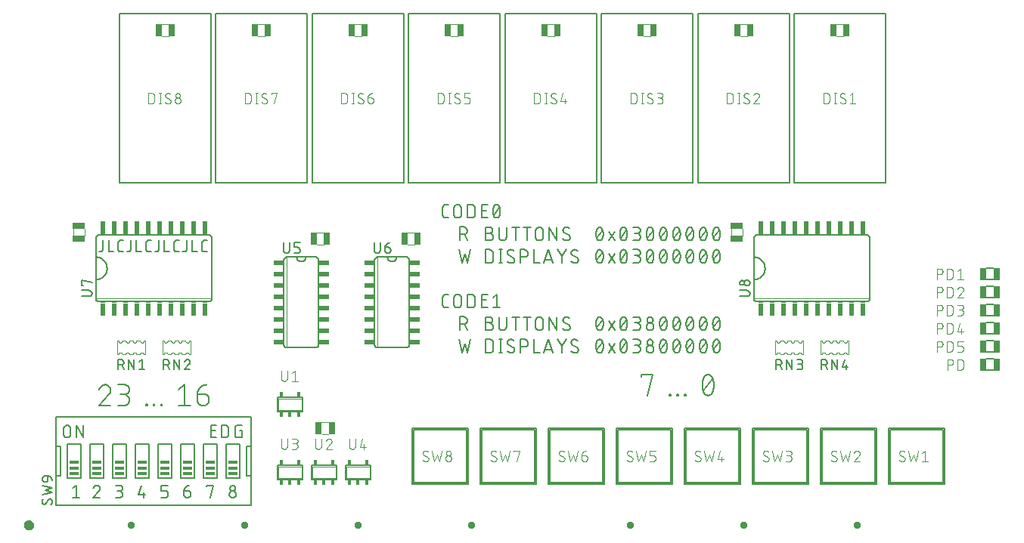
<source format=gbr>
G04 EAGLE Gerber RS-274X export*
G75*
%MOMM*%
%FSLAX34Y34*%
%LPD*%
%INSilkscreen Top*%
%IPPOS*%
%AMOC8*
5,1,8,0,0,1.08239X$1,22.5*%
G01*
%ADD10C,0.203200*%
%ADD11C,0.127000*%
%ADD12C,0.177800*%
%ADD13C,0.010000*%
%ADD14C,0.075000*%
%ADD15R,0.330000X0.750000*%
%ADD16C,0.101600*%
%ADD17C,0.152400*%
%ADD18C,0.050800*%
%ADD19R,0.508000X0.127000*%
%ADD20R,0.508000X1.473200*%
%ADD21R,1.143000X0.508000*%
%ADD22R,0.650000X1.400000*%
%ADD23C,0.635000*%
%ADD24R,1.016000X0.381000*%
%ADD25C,0.076200*%
%ADD26R,0.750100X1.450100*%
%ADD27R,1.450100X0.750100*%


D10*
X154968Y193802D02*
X154966Y193952D01*
X154960Y194103D01*
X154951Y194253D01*
X154937Y194403D01*
X154920Y194552D01*
X154898Y194701D01*
X154873Y194849D01*
X154844Y194997D01*
X154812Y195144D01*
X154775Y195290D01*
X154735Y195435D01*
X154691Y195579D01*
X154644Y195721D01*
X154592Y195863D01*
X154538Y196003D01*
X154479Y196141D01*
X154417Y196279D01*
X154352Y196414D01*
X154283Y196548D01*
X154210Y196679D01*
X154134Y196809D01*
X154055Y196937D01*
X153973Y197063D01*
X153887Y197187D01*
X153799Y197308D01*
X153707Y197428D01*
X153612Y197544D01*
X153514Y197659D01*
X153413Y197770D01*
X153310Y197879D01*
X153203Y197986D01*
X153094Y198089D01*
X152983Y198190D01*
X152868Y198288D01*
X152752Y198383D01*
X152632Y198475D01*
X152511Y198563D01*
X152387Y198649D01*
X152261Y198731D01*
X152133Y198810D01*
X152003Y198886D01*
X151872Y198959D01*
X151738Y199028D01*
X151603Y199093D01*
X151465Y199155D01*
X151327Y199214D01*
X151187Y199268D01*
X151045Y199320D01*
X150903Y199367D01*
X150759Y199411D01*
X150614Y199451D01*
X150468Y199488D01*
X150321Y199520D01*
X150173Y199549D01*
X150025Y199574D01*
X149876Y199596D01*
X149727Y199613D01*
X149577Y199627D01*
X149427Y199636D01*
X149276Y199642D01*
X149126Y199644D01*
X148945Y199642D01*
X148763Y199635D01*
X148582Y199624D01*
X148401Y199609D01*
X148221Y199589D01*
X148041Y199565D01*
X147862Y199537D01*
X147683Y199504D01*
X147505Y199467D01*
X147329Y199426D01*
X147153Y199380D01*
X146978Y199330D01*
X146805Y199276D01*
X146633Y199218D01*
X146463Y199156D01*
X146294Y199089D01*
X146127Y199019D01*
X145961Y198944D01*
X145798Y198866D01*
X145636Y198783D01*
X145476Y198697D01*
X145319Y198607D01*
X145163Y198513D01*
X145010Y198415D01*
X144860Y198314D01*
X144712Y198209D01*
X144566Y198100D01*
X144423Y197988D01*
X144283Y197873D01*
X144146Y197754D01*
X144012Y197632D01*
X143881Y197506D01*
X143752Y197378D01*
X143627Y197247D01*
X143505Y197112D01*
X143387Y196975D01*
X143271Y196835D01*
X143160Y196692D01*
X143051Y196546D01*
X142946Y196398D01*
X142845Y196247D01*
X142748Y196094D01*
X142654Y195939D01*
X142564Y195781D01*
X142478Y195621D01*
X142396Y195459D01*
X142317Y195296D01*
X142243Y195130D01*
X142173Y194963D01*
X142106Y194794D01*
X142044Y194623D01*
X141986Y194451D01*
X153021Y189258D02*
X153131Y189366D01*
X153238Y189476D01*
X153343Y189589D01*
X153445Y189704D01*
X153544Y189822D01*
X153640Y189942D01*
X153734Y190065D01*
X153824Y190189D01*
X153911Y190316D01*
X153995Y190445D01*
X154076Y190577D01*
X154153Y190710D01*
X154227Y190845D01*
X154298Y190981D01*
X154366Y191120D01*
X154430Y191260D01*
X154491Y191401D01*
X154548Y191544D01*
X154601Y191688D01*
X154651Y191834D01*
X154698Y191981D01*
X154741Y192129D01*
X154780Y192278D01*
X154816Y192427D01*
X154847Y192578D01*
X154876Y192729D01*
X154900Y192881D01*
X154921Y193034D01*
X154938Y193187D01*
X154951Y193340D01*
X154960Y193494D01*
X154966Y193648D01*
X154968Y193802D01*
X153021Y189258D02*
X141986Y176276D01*
X154968Y176276D01*
X162865Y176276D02*
X169356Y176276D01*
X169515Y176278D01*
X169674Y176284D01*
X169834Y176294D01*
X169992Y176307D01*
X170151Y176325D01*
X170308Y176346D01*
X170466Y176372D01*
X170622Y176401D01*
X170778Y176434D01*
X170933Y176471D01*
X171087Y176511D01*
X171240Y176556D01*
X171392Y176604D01*
X171543Y176655D01*
X171692Y176711D01*
X171840Y176770D01*
X171986Y176833D01*
X172131Y176899D01*
X172274Y176969D01*
X172416Y177042D01*
X172555Y177119D01*
X172693Y177199D01*
X172829Y177283D01*
X172962Y177370D01*
X173094Y177460D01*
X173223Y177553D01*
X173349Y177650D01*
X173474Y177749D01*
X173596Y177852D01*
X173715Y177957D01*
X173832Y178066D01*
X173946Y178177D01*
X174057Y178291D01*
X174166Y178408D01*
X174271Y178527D01*
X174374Y178649D01*
X174473Y178774D01*
X174570Y178900D01*
X174663Y179029D01*
X174753Y179161D01*
X174840Y179294D01*
X174924Y179430D01*
X175004Y179568D01*
X175081Y179707D01*
X175154Y179849D01*
X175224Y179992D01*
X175290Y180137D01*
X175353Y180283D01*
X175412Y180431D01*
X175468Y180580D01*
X175519Y180731D01*
X175567Y180883D01*
X175612Y181036D01*
X175652Y181190D01*
X175689Y181345D01*
X175722Y181501D01*
X175751Y181657D01*
X175777Y181815D01*
X175798Y181972D01*
X175816Y182131D01*
X175829Y182289D01*
X175839Y182449D01*
X175845Y182608D01*
X175847Y182767D01*
X175845Y182926D01*
X175839Y183085D01*
X175829Y183245D01*
X175816Y183403D01*
X175798Y183562D01*
X175777Y183719D01*
X175751Y183877D01*
X175722Y184033D01*
X175689Y184189D01*
X175652Y184344D01*
X175612Y184498D01*
X175567Y184651D01*
X175519Y184803D01*
X175468Y184954D01*
X175412Y185103D01*
X175353Y185251D01*
X175290Y185397D01*
X175224Y185542D01*
X175154Y185685D01*
X175081Y185827D01*
X175004Y185966D01*
X174924Y186104D01*
X174840Y186240D01*
X174753Y186373D01*
X174663Y186505D01*
X174570Y186634D01*
X174473Y186760D01*
X174374Y186885D01*
X174271Y187007D01*
X174166Y187126D01*
X174057Y187243D01*
X173946Y187357D01*
X173832Y187468D01*
X173715Y187577D01*
X173596Y187682D01*
X173474Y187785D01*
X173349Y187884D01*
X173223Y187981D01*
X173094Y188074D01*
X172962Y188164D01*
X172829Y188251D01*
X172693Y188335D01*
X172555Y188415D01*
X172416Y188492D01*
X172274Y188565D01*
X172131Y188635D01*
X171986Y188701D01*
X171840Y188764D01*
X171692Y188823D01*
X171543Y188879D01*
X171392Y188930D01*
X171240Y188978D01*
X171087Y189023D01*
X170933Y189063D01*
X170778Y189100D01*
X170622Y189133D01*
X170466Y189162D01*
X170308Y189188D01*
X170151Y189209D01*
X169992Y189227D01*
X169834Y189240D01*
X169674Y189250D01*
X169515Y189256D01*
X169356Y189258D01*
X170654Y199644D02*
X162865Y199644D01*
X170654Y199644D02*
X170797Y199642D01*
X170940Y199636D01*
X171083Y199626D01*
X171225Y199612D01*
X171367Y199595D01*
X171509Y199573D01*
X171650Y199548D01*
X171790Y199518D01*
X171929Y199485D01*
X172067Y199448D01*
X172204Y199407D01*
X172340Y199363D01*
X172475Y199314D01*
X172608Y199262D01*
X172740Y199207D01*
X172870Y199147D01*
X172999Y199084D01*
X173126Y199018D01*
X173251Y198948D01*
X173373Y198875D01*
X173494Y198798D01*
X173613Y198718D01*
X173729Y198635D01*
X173844Y198549D01*
X173955Y198460D01*
X174065Y198367D01*
X174171Y198272D01*
X174275Y198173D01*
X174376Y198072D01*
X174475Y197968D01*
X174570Y197862D01*
X174663Y197752D01*
X174752Y197641D01*
X174838Y197526D01*
X174921Y197410D01*
X175001Y197291D01*
X175078Y197170D01*
X175151Y197047D01*
X175221Y196923D01*
X175287Y196796D01*
X175350Y196667D01*
X175410Y196537D01*
X175465Y196405D01*
X175517Y196272D01*
X175566Y196137D01*
X175610Y196001D01*
X175651Y195864D01*
X175688Y195726D01*
X175721Y195587D01*
X175751Y195447D01*
X175776Y195306D01*
X175798Y195164D01*
X175815Y195022D01*
X175829Y194880D01*
X175839Y194737D01*
X175845Y194594D01*
X175847Y194451D01*
X175845Y194308D01*
X175839Y194165D01*
X175829Y194022D01*
X175815Y193880D01*
X175798Y193738D01*
X175776Y193596D01*
X175751Y193455D01*
X175721Y193315D01*
X175688Y193176D01*
X175651Y193038D01*
X175610Y192901D01*
X175566Y192765D01*
X175517Y192630D01*
X175465Y192497D01*
X175410Y192365D01*
X175350Y192235D01*
X175287Y192106D01*
X175221Y191979D01*
X175151Y191854D01*
X175078Y191732D01*
X175001Y191611D01*
X174921Y191492D01*
X174838Y191376D01*
X174752Y191261D01*
X174663Y191150D01*
X174570Y191040D01*
X174475Y190934D01*
X174376Y190830D01*
X174275Y190729D01*
X174171Y190630D01*
X174065Y190535D01*
X173955Y190442D01*
X173844Y190353D01*
X173729Y190267D01*
X173613Y190184D01*
X173494Y190104D01*
X173373Y190027D01*
X173250Y189954D01*
X173126Y189884D01*
X172999Y189818D01*
X172870Y189755D01*
X172740Y189695D01*
X172608Y189640D01*
X172475Y189588D01*
X172340Y189539D01*
X172204Y189495D01*
X172067Y189454D01*
X171929Y189417D01*
X171790Y189384D01*
X171650Y189354D01*
X171509Y189329D01*
X171367Y189307D01*
X171225Y189290D01*
X171083Y189276D01*
X170940Y189266D01*
X170797Y189260D01*
X170654Y189258D01*
X165461Y189258D01*
X194457Y177574D02*
X194457Y176276D01*
X194457Y177574D02*
X195755Y177574D01*
X195755Y176276D01*
X194457Y176276D01*
X202809Y176276D02*
X202809Y177574D01*
X204107Y177574D01*
X204107Y176276D01*
X202809Y176276D01*
X211160Y176276D02*
X211160Y177574D01*
X212458Y177574D01*
X212458Y176276D01*
X211160Y176276D01*
X231069Y194451D02*
X237560Y199644D01*
X237560Y176276D01*
X231069Y176276D02*
X244051Y176276D01*
X251947Y189258D02*
X259737Y189258D01*
X259880Y189256D01*
X260023Y189250D01*
X260166Y189240D01*
X260308Y189226D01*
X260450Y189209D01*
X260592Y189187D01*
X260733Y189162D01*
X260873Y189132D01*
X261012Y189099D01*
X261150Y189062D01*
X261287Y189021D01*
X261423Y188977D01*
X261558Y188928D01*
X261691Y188876D01*
X261823Y188821D01*
X261953Y188761D01*
X262082Y188698D01*
X262209Y188632D01*
X262334Y188562D01*
X262456Y188489D01*
X262577Y188412D01*
X262696Y188332D01*
X262812Y188249D01*
X262927Y188163D01*
X263038Y188074D01*
X263148Y187981D01*
X263254Y187886D01*
X263358Y187787D01*
X263459Y187686D01*
X263558Y187582D01*
X263653Y187476D01*
X263746Y187366D01*
X263835Y187255D01*
X263921Y187140D01*
X264004Y187024D01*
X264084Y186905D01*
X264161Y186784D01*
X264234Y186662D01*
X264304Y186537D01*
X264370Y186410D01*
X264433Y186281D01*
X264493Y186151D01*
X264548Y186019D01*
X264600Y185886D01*
X264649Y185751D01*
X264693Y185615D01*
X264734Y185478D01*
X264771Y185340D01*
X264804Y185201D01*
X264834Y185061D01*
X264859Y184920D01*
X264881Y184778D01*
X264898Y184636D01*
X264912Y184494D01*
X264922Y184351D01*
X264928Y184208D01*
X264930Y184065D01*
X264930Y182767D01*
X264929Y182767D02*
X264927Y182608D01*
X264921Y182449D01*
X264911Y182289D01*
X264898Y182131D01*
X264880Y181972D01*
X264859Y181815D01*
X264833Y181657D01*
X264804Y181501D01*
X264771Y181345D01*
X264734Y181190D01*
X264694Y181036D01*
X264649Y180883D01*
X264601Y180731D01*
X264550Y180580D01*
X264494Y180431D01*
X264435Y180283D01*
X264372Y180137D01*
X264306Y179992D01*
X264236Y179849D01*
X264163Y179707D01*
X264086Y179568D01*
X264006Y179430D01*
X263922Y179294D01*
X263835Y179161D01*
X263745Y179029D01*
X263652Y178900D01*
X263555Y178774D01*
X263456Y178649D01*
X263353Y178527D01*
X263248Y178408D01*
X263139Y178291D01*
X263028Y178177D01*
X262914Y178066D01*
X262797Y177957D01*
X262678Y177852D01*
X262556Y177749D01*
X262431Y177650D01*
X262305Y177553D01*
X262176Y177460D01*
X262044Y177370D01*
X261911Y177283D01*
X261775Y177199D01*
X261637Y177119D01*
X261498Y177042D01*
X261356Y176969D01*
X261213Y176899D01*
X261068Y176833D01*
X260922Y176770D01*
X260774Y176711D01*
X260625Y176655D01*
X260474Y176604D01*
X260322Y176556D01*
X260169Y176511D01*
X260015Y176471D01*
X259860Y176434D01*
X259704Y176401D01*
X259548Y176372D01*
X259390Y176346D01*
X259233Y176325D01*
X259074Y176307D01*
X258916Y176294D01*
X258756Y176284D01*
X258597Y176278D01*
X258438Y176276D01*
X258279Y176278D01*
X258120Y176284D01*
X257960Y176294D01*
X257802Y176307D01*
X257643Y176325D01*
X257486Y176346D01*
X257328Y176372D01*
X257172Y176401D01*
X257016Y176434D01*
X256861Y176471D01*
X256707Y176511D01*
X256554Y176556D01*
X256402Y176604D01*
X256251Y176655D01*
X256102Y176711D01*
X255954Y176770D01*
X255808Y176833D01*
X255663Y176899D01*
X255520Y176969D01*
X255378Y177042D01*
X255239Y177119D01*
X255101Y177199D01*
X254965Y177283D01*
X254832Y177370D01*
X254700Y177460D01*
X254571Y177553D01*
X254445Y177650D01*
X254320Y177749D01*
X254198Y177852D01*
X254079Y177957D01*
X253962Y178066D01*
X253848Y178177D01*
X253737Y178291D01*
X253628Y178408D01*
X253523Y178527D01*
X253420Y178649D01*
X253321Y178774D01*
X253224Y178900D01*
X253131Y179029D01*
X253041Y179161D01*
X252954Y179294D01*
X252870Y179430D01*
X252790Y179568D01*
X252713Y179707D01*
X252640Y179849D01*
X252570Y179992D01*
X252504Y180137D01*
X252441Y180283D01*
X252382Y180431D01*
X252326Y180580D01*
X252275Y180731D01*
X252227Y180883D01*
X252182Y181036D01*
X252142Y181190D01*
X252105Y181345D01*
X252072Y181501D01*
X252043Y181657D01*
X252017Y181815D01*
X251996Y181972D01*
X251978Y182131D01*
X251965Y182289D01*
X251955Y182449D01*
X251949Y182608D01*
X251947Y182767D01*
X251947Y189258D01*
X251950Y189513D01*
X251960Y189768D01*
X251975Y190022D01*
X251997Y190276D01*
X252025Y190529D01*
X252059Y190782D01*
X252100Y191034D01*
X252147Y191284D01*
X252199Y191534D01*
X252258Y191782D01*
X252323Y192028D01*
X252394Y192273D01*
X252471Y192516D01*
X252554Y192757D01*
X252643Y192996D01*
X252738Y193233D01*
X252838Y193467D01*
X252944Y193699D01*
X253056Y193928D01*
X253173Y194154D01*
X253296Y194377D01*
X253425Y194597D01*
X253558Y194814D01*
X253697Y195028D01*
X253842Y195238D01*
X253991Y195445D01*
X254145Y195648D01*
X254305Y195847D01*
X254469Y196042D01*
X254637Y196233D01*
X254811Y196420D01*
X254989Y196602D01*
X255171Y196780D01*
X255358Y196954D01*
X255549Y197122D01*
X255744Y197286D01*
X255943Y197446D01*
X256146Y197600D01*
X256353Y197749D01*
X256563Y197894D01*
X256776Y198033D01*
X256994Y198166D01*
X257214Y198295D01*
X257437Y198418D01*
X257663Y198535D01*
X257892Y198647D01*
X258124Y198753D01*
X258358Y198853D01*
X258595Y198948D01*
X258834Y199037D01*
X259075Y199120D01*
X259318Y199197D01*
X259563Y199268D01*
X259809Y199333D01*
X260057Y199392D01*
X260307Y199444D01*
X260557Y199491D01*
X260809Y199532D01*
X261062Y199566D01*
X261315Y199594D01*
X261569Y199616D01*
X261823Y199631D01*
X262078Y199641D01*
X262333Y199644D01*
X749046Y208478D02*
X749046Y211074D01*
X762028Y211074D01*
X755537Y187706D01*
X780638Y187706D02*
X780638Y189004D01*
X781937Y189004D01*
X781937Y187706D01*
X780638Y187706D01*
X788990Y187706D02*
X788990Y189004D01*
X790288Y189004D01*
X790288Y187706D01*
X788990Y187706D01*
X797341Y187706D02*
X797341Y189004D01*
X798640Y189004D01*
X798640Y187706D01*
X797341Y187706D01*
X817250Y199390D02*
X817255Y199850D01*
X817272Y200309D01*
X817299Y200768D01*
X817338Y201226D01*
X817387Y201683D01*
X817447Y202139D01*
X817518Y202593D01*
X817600Y203046D01*
X817693Y203496D01*
X817796Y203944D01*
X817910Y204389D01*
X818035Y204832D01*
X818170Y205271D01*
X818316Y205707D01*
X818472Y206139D01*
X818638Y206568D01*
X818814Y206993D01*
X819001Y207413D01*
X819197Y207828D01*
X819198Y207829D02*
X819243Y207956D01*
X819293Y208082D01*
X819345Y208207D01*
X819402Y208330D01*
X819462Y208452D01*
X819525Y208571D01*
X819591Y208689D01*
X819661Y208805D01*
X819734Y208919D01*
X819810Y209031D01*
X819890Y209141D01*
X819972Y209248D01*
X820058Y209353D01*
X820146Y209456D01*
X820237Y209556D01*
X820331Y209654D01*
X820428Y209748D01*
X820527Y209840D01*
X820629Y209930D01*
X820733Y210016D01*
X820840Y210099D01*
X820949Y210179D01*
X821061Y210257D01*
X821174Y210330D01*
X821289Y210401D01*
X821407Y210469D01*
X821526Y210533D01*
X821647Y210594D01*
X821770Y210651D01*
X821894Y210705D01*
X822020Y210755D01*
X822147Y210802D01*
X822275Y210845D01*
X822405Y210884D01*
X822535Y210920D01*
X822667Y210952D01*
X822799Y210981D01*
X822932Y211005D01*
X823066Y211026D01*
X823201Y211043D01*
X823335Y211057D01*
X823470Y211066D01*
X823606Y211072D01*
X823741Y211074D01*
X823876Y211072D01*
X824012Y211066D01*
X824147Y211057D01*
X824282Y211043D01*
X824416Y211026D01*
X824550Y211005D01*
X824683Y210981D01*
X824815Y210952D01*
X824947Y210920D01*
X825077Y210884D01*
X825207Y210845D01*
X825335Y210802D01*
X825462Y210755D01*
X825588Y210705D01*
X825712Y210651D01*
X825835Y210594D01*
X825956Y210533D01*
X826075Y210469D01*
X826193Y210401D01*
X826308Y210330D01*
X826421Y210256D01*
X826533Y210179D01*
X826642Y210099D01*
X826749Y210016D01*
X826853Y209930D01*
X826955Y209840D01*
X827054Y209748D01*
X827151Y209654D01*
X827245Y209556D01*
X827336Y209456D01*
X827424Y209353D01*
X827510Y209248D01*
X827592Y209141D01*
X827672Y209031D01*
X827748Y208919D01*
X827821Y208805D01*
X827891Y208689D01*
X827957Y208571D01*
X828020Y208452D01*
X828080Y208330D01*
X828137Y208207D01*
X828189Y208082D01*
X828239Y207956D01*
X828284Y207829D01*
X828285Y207829D02*
X828481Y207413D01*
X828668Y206993D01*
X828844Y206568D01*
X829010Y206140D01*
X829166Y205707D01*
X829312Y205271D01*
X829447Y204832D01*
X829572Y204389D01*
X829686Y203944D01*
X829789Y203496D01*
X829882Y203046D01*
X829964Y202593D01*
X830035Y202139D01*
X830095Y201683D01*
X830144Y201226D01*
X830183Y200768D01*
X830210Y200309D01*
X830227Y199850D01*
X830232Y199390D01*
X817250Y199390D02*
X817255Y198930D01*
X817272Y198471D01*
X817299Y198012D01*
X817338Y197554D01*
X817387Y197097D01*
X817447Y196641D01*
X817518Y196187D01*
X817600Y195735D01*
X817693Y195284D01*
X817796Y194836D01*
X817910Y194391D01*
X818035Y193948D01*
X818170Y193509D01*
X818316Y193073D01*
X818472Y192641D01*
X818638Y192212D01*
X818814Y191787D01*
X819001Y191367D01*
X819197Y190952D01*
X819198Y190951D02*
X819243Y190824D01*
X819293Y190698D01*
X819345Y190573D01*
X819402Y190450D01*
X819462Y190328D01*
X819525Y190209D01*
X819591Y190091D01*
X819661Y189975D01*
X819734Y189861D01*
X819810Y189749D01*
X819890Y189639D01*
X819972Y189532D01*
X820058Y189427D01*
X820146Y189324D01*
X820237Y189224D01*
X820331Y189126D01*
X820428Y189032D01*
X820527Y188940D01*
X820629Y188850D01*
X820734Y188764D01*
X820840Y188681D01*
X820949Y188601D01*
X821061Y188523D01*
X821174Y188450D01*
X821289Y188379D01*
X821407Y188311D01*
X821526Y188247D01*
X821647Y188186D01*
X821770Y188129D01*
X821894Y188075D01*
X822020Y188025D01*
X822147Y187978D01*
X822275Y187935D01*
X822405Y187896D01*
X822535Y187860D01*
X822667Y187828D01*
X822799Y187799D01*
X822932Y187775D01*
X823066Y187754D01*
X823201Y187737D01*
X823335Y187723D01*
X823470Y187714D01*
X823606Y187708D01*
X823741Y187706D01*
X828285Y190952D02*
X828481Y191367D01*
X828668Y191787D01*
X828844Y192212D01*
X829010Y192640D01*
X829166Y193073D01*
X829312Y193509D01*
X829447Y193948D01*
X829572Y194391D01*
X829686Y194836D01*
X829789Y195284D01*
X829882Y195734D01*
X829964Y196187D01*
X830035Y196641D01*
X830095Y197097D01*
X830144Y197554D01*
X830183Y198012D01*
X830210Y198471D01*
X830227Y198930D01*
X830232Y199390D01*
X828284Y190951D02*
X828239Y190824D01*
X828189Y190698D01*
X828137Y190573D01*
X828080Y190450D01*
X828020Y190328D01*
X827957Y190209D01*
X827891Y190091D01*
X827821Y189975D01*
X827748Y189861D01*
X827672Y189749D01*
X827592Y189639D01*
X827510Y189532D01*
X827424Y189427D01*
X827336Y189324D01*
X827245Y189224D01*
X827151Y189126D01*
X827054Y189032D01*
X826955Y188940D01*
X826853Y188850D01*
X826749Y188764D01*
X826642Y188681D01*
X826533Y188601D01*
X826421Y188523D01*
X826308Y188450D01*
X826193Y188379D01*
X826075Y188311D01*
X825956Y188247D01*
X825835Y188186D01*
X825712Y188129D01*
X825588Y188075D01*
X825462Y188025D01*
X825335Y187978D01*
X825207Y187935D01*
X825077Y187896D01*
X824947Y187860D01*
X824815Y187828D01*
X824683Y187799D01*
X824550Y187775D01*
X824416Y187754D01*
X824281Y187737D01*
X824147Y187723D01*
X824012Y187714D01*
X823876Y187708D01*
X823741Y187706D01*
X818548Y192899D02*
X828934Y205881D01*
D11*
X146008Y351550D02*
X146008Y361823D01*
X146008Y351550D02*
X146006Y351443D01*
X146000Y351336D01*
X145990Y351229D01*
X145977Y351123D01*
X145959Y351017D01*
X145938Y350912D01*
X145913Y350808D01*
X145884Y350704D01*
X145851Y350602D01*
X145814Y350502D01*
X145774Y350402D01*
X145730Y350304D01*
X145683Y350208D01*
X145632Y350114D01*
X145578Y350021D01*
X145521Y349931D01*
X145460Y349842D01*
X145396Y349756D01*
X145329Y349673D01*
X145259Y349591D01*
X145186Y349513D01*
X145110Y349437D01*
X145032Y349364D01*
X144950Y349294D01*
X144867Y349227D01*
X144781Y349163D01*
X144692Y349102D01*
X144602Y349045D01*
X144509Y348991D01*
X144415Y348940D01*
X144319Y348892D01*
X144221Y348849D01*
X144121Y348809D01*
X144021Y348772D01*
X143919Y348739D01*
X143815Y348710D01*
X143711Y348685D01*
X143606Y348664D01*
X143500Y348646D01*
X143394Y348633D01*
X143287Y348623D01*
X143180Y348617D01*
X143073Y348615D01*
X141605Y348615D01*
X152540Y348615D02*
X152540Y361823D01*
X152540Y348615D02*
X158410Y348615D01*
X166267Y348615D02*
X169202Y348615D01*
X166267Y348615D02*
X166160Y348617D01*
X166053Y348623D01*
X165946Y348633D01*
X165840Y348646D01*
X165734Y348664D01*
X165629Y348685D01*
X165525Y348710D01*
X165421Y348739D01*
X165319Y348772D01*
X165219Y348809D01*
X165119Y348849D01*
X165021Y348893D01*
X164925Y348940D01*
X164831Y348991D01*
X164738Y349045D01*
X164648Y349102D01*
X164559Y349163D01*
X164473Y349227D01*
X164390Y349294D01*
X164308Y349364D01*
X164230Y349437D01*
X164154Y349513D01*
X164081Y349591D01*
X164011Y349673D01*
X163944Y349756D01*
X163880Y349842D01*
X163819Y349931D01*
X163762Y350021D01*
X163708Y350114D01*
X163657Y350208D01*
X163610Y350304D01*
X163566Y350402D01*
X163526Y350502D01*
X163489Y350602D01*
X163456Y350704D01*
X163427Y350808D01*
X163402Y350912D01*
X163381Y351017D01*
X163363Y351123D01*
X163350Y351229D01*
X163340Y351336D01*
X163334Y351443D01*
X163332Y351550D01*
X163332Y358888D01*
X163334Y358995D01*
X163340Y359102D01*
X163350Y359209D01*
X163363Y359315D01*
X163381Y359421D01*
X163402Y359526D01*
X163427Y359630D01*
X163456Y359734D01*
X163489Y359836D01*
X163526Y359936D01*
X163566Y360036D01*
X163610Y360134D01*
X163657Y360230D01*
X163708Y360324D01*
X163762Y360417D01*
X163819Y360507D01*
X163880Y360596D01*
X163944Y360682D01*
X164011Y360765D01*
X164081Y360847D01*
X164154Y360925D01*
X164230Y361001D01*
X164308Y361074D01*
X164390Y361144D01*
X164473Y361211D01*
X164559Y361275D01*
X164648Y361336D01*
X164738Y361393D01*
X164831Y361447D01*
X164925Y361498D01*
X165021Y361545D01*
X165119Y361589D01*
X165219Y361629D01*
X165319Y361666D01*
X165421Y361699D01*
X165525Y361728D01*
X165629Y361753D01*
X165734Y361774D01*
X165840Y361792D01*
X165946Y361805D01*
X166053Y361815D01*
X166160Y361821D01*
X166267Y361823D01*
X169202Y361823D01*
X177280Y361823D02*
X177280Y351550D01*
X177278Y351443D01*
X177272Y351336D01*
X177262Y351229D01*
X177249Y351123D01*
X177231Y351017D01*
X177210Y350912D01*
X177185Y350808D01*
X177156Y350704D01*
X177123Y350602D01*
X177086Y350502D01*
X177046Y350402D01*
X177002Y350304D01*
X176955Y350208D01*
X176904Y350114D01*
X176850Y350021D01*
X176793Y349931D01*
X176732Y349842D01*
X176668Y349756D01*
X176601Y349673D01*
X176531Y349591D01*
X176458Y349513D01*
X176382Y349437D01*
X176304Y349364D01*
X176222Y349294D01*
X176139Y349227D01*
X176053Y349163D01*
X175964Y349102D01*
X175874Y349045D01*
X175781Y348991D01*
X175687Y348940D01*
X175591Y348892D01*
X175493Y348849D01*
X175393Y348809D01*
X175293Y348772D01*
X175191Y348739D01*
X175087Y348710D01*
X174983Y348685D01*
X174878Y348664D01*
X174772Y348646D01*
X174666Y348633D01*
X174559Y348623D01*
X174452Y348617D01*
X174345Y348615D01*
X172877Y348615D01*
X183813Y348615D02*
X183813Y361823D01*
X183813Y348615D02*
X189683Y348615D01*
X197540Y348615D02*
X200475Y348615D01*
X197540Y348615D02*
X197433Y348617D01*
X197326Y348623D01*
X197219Y348633D01*
X197113Y348646D01*
X197007Y348664D01*
X196902Y348685D01*
X196798Y348710D01*
X196694Y348739D01*
X196592Y348772D01*
X196492Y348809D01*
X196392Y348849D01*
X196294Y348893D01*
X196198Y348940D01*
X196104Y348991D01*
X196011Y349045D01*
X195921Y349102D01*
X195832Y349163D01*
X195746Y349227D01*
X195663Y349294D01*
X195581Y349364D01*
X195503Y349437D01*
X195427Y349513D01*
X195354Y349591D01*
X195284Y349673D01*
X195217Y349756D01*
X195153Y349842D01*
X195092Y349931D01*
X195035Y350021D01*
X194981Y350114D01*
X194930Y350208D01*
X194883Y350304D01*
X194839Y350402D01*
X194799Y350502D01*
X194762Y350602D01*
X194729Y350704D01*
X194700Y350808D01*
X194675Y350912D01*
X194654Y351017D01*
X194636Y351123D01*
X194623Y351229D01*
X194613Y351336D01*
X194607Y351443D01*
X194605Y351550D01*
X194604Y351550D02*
X194604Y358888D01*
X194605Y358888D02*
X194607Y358995D01*
X194613Y359102D01*
X194623Y359209D01*
X194636Y359315D01*
X194654Y359421D01*
X194675Y359526D01*
X194700Y359630D01*
X194729Y359734D01*
X194762Y359836D01*
X194799Y359936D01*
X194839Y360036D01*
X194883Y360134D01*
X194930Y360230D01*
X194981Y360324D01*
X195035Y360417D01*
X195092Y360507D01*
X195153Y360596D01*
X195217Y360682D01*
X195284Y360765D01*
X195354Y360847D01*
X195427Y360925D01*
X195503Y361001D01*
X195581Y361074D01*
X195663Y361144D01*
X195746Y361211D01*
X195832Y361275D01*
X195921Y361336D01*
X196011Y361393D01*
X196104Y361447D01*
X196198Y361498D01*
X196294Y361545D01*
X196392Y361589D01*
X196492Y361629D01*
X196592Y361666D01*
X196694Y361699D01*
X196798Y361728D01*
X196902Y361753D01*
X197007Y361774D01*
X197113Y361792D01*
X197219Y361805D01*
X197326Y361815D01*
X197433Y361821D01*
X197540Y361823D01*
X200475Y361823D01*
X208552Y361823D02*
X208552Y351550D01*
X208550Y351443D01*
X208544Y351336D01*
X208534Y351229D01*
X208521Y351123D01*
X208503Y351017D01*
X208482Y350912D01*
X208457Y350808D01*
X208428Y350704D01*
X208395Y350602D01*
X208358Y350502D01*
X208318Y350402D01*
X208274Y350304D01*
X208227Y350208D01*
X208176Y350114D01*
X208122Y350021D01*
X208065Y349931D01*
X208004Y349842D01*
X207940Y349756D01*
X207873Y349673D01*
X207803Y349591D01*
X207730Y349513D01*
X207654Y349437D01*
X207576Y349364D01*
X207494Y349294D01*
X207411Y349227D01*
X207325Y349163D01*
X207236Y349102D01*
X207146Y349045D01*
X207053Y348991D01*
X206959Y348940D01*
X206863Y348892D01*
X206765Y348849D01*
X206665Y348809D01*
X206565Y348772D01*
X206463Y348739D01*
X206359Y348710D01*
X206255Y348685D01*
X206150Y348664D01*
X206044Y348646D01*
X205938Y348633D01*
X205831Y348623D01*
X205724Y348617D01*
X205617Y348615D01*
X204150Y348615D01*
X215085Y348615D02*
X215085Y361823D01*
X215085Y348615D02*
X220955Y348615D01*
X228812Y348615D02*
X231747Y348615D01*
X228812Y348615D02*
X228705Y348617D01*
X228598Y348623D01*
X228491Y348633D01*
X228385Y348646D01*
X228279Y348664D01*
X228174Y348685D01*
X228070Y348710D01*
X227966Y348739D01*
X227864Y348772D01*
X227764Y348809D01*
X227664Y348849D01*
X227566Y348893D01*
X227470Y348940D01*
X227376Y348991D01*
X227283Y349045D01*
X227193Y349102D01*
X227104Y349163D01*
X227018Y349227D01*
X226935Y349294D01*
X226853Y349364D01*
X226775Y349437D01*
X226699Y349513D01*
X226626Y349591D01*
X226556Y349673D01*
X226489Y349756D01*
X226425Y349842D01*
X226364Y349931D01*
X226307Y350021D01*
X226253Y350114D01*
X226202Y350208D01*
X226155Y350304D01*
X226111Y350402D01*
X226071Y350502D01*
X226034Y350602D01*
X226001Y350704D01*
X225972Y350808D01*
X225947Y350912D01*
X225926Y351017D01*
X225908Y351123D01*
X225895Y351229D01*
X225885Y351336D01*
X225879Y351443D01*
X225877Y351550D01*
X225877Y358888D01*
X225879Y358995D01*
X225885Y359102D01*
X225895Y359209D01*
X225908Y359315D01*
X225926Y359421D01*
X225947Y359526D01*
X225972Y359630D01*
X226001Y359734D01*
X226034Y359836D01*
X226071Y359936D01*
X226111Y360036D01*
X226155Y360134D01*
X226202Y360230D01*
X226253Y360324D01*
X226307Y360417D01*
X226364Y360507D01*
X226425Y360596D01*
X226489Y360682D01*
X226556Y360765D01*
X226626Y360847D01*
X226699Y360925D01*
X226775Y361001D01*
X226853Y361074D01*
X226935Y361144D01*
X227018Y361211D01*
X227104Y361275D01*
X227193Y361336D01*
X227283Y361393D01*
X227376Y361447D01*
X227470Y361498D01*
X227566Y361545D01*
X227664Y361589D01*
X227764Y361629D01*
X227864Y361666D01*
X227966Y361699D01*
X228070Y361728D01*
X228174Y361753D01*
X228279Y361774D01*
X228385Y361792D01*
X228491Y361805D01*
X228598Y361815D01*
X228705Y361821D01*
X228812Y361823D01*
X231747Y361823D01*
X239825Y361823D02*
X239825Y351550D01*
X239823Y351443D01*
X239817Y351336D01*
X239807Y351229D01*
X239794Y351123D01*
X239776Y351017D01*
X239755Y350912D01*
X239730Y350808D01*
X239701Y350704D01*
X239668Y350602D01*
X239631Y350502D01*
X239591Y350402D01*
X239547Y350304D01*
X239500Y350208D01*
X239449Y350114D01*
X239395Y350021D01*
X239338Y349931D01*
X239277Y349842D01*
X239213Y349756D01*
X239146Y349673D01*
X239076Y349591D01*
X239003Y349513D01*
X238927Y349437D01*
X238849Y349364D01*
X238767Y349294D01*
X238684Y349227D01*
X238598Y349163D01*
X238509Y349102D01*
X238419Y349045D01*
X238326Y348991D01*
X238232Y348940D01*
X238136Y348892D01*
X238038Y348849D01*
X237938Y348809D01*
X237838Y348772D01*
X237736Y348739D01*
X237632Y348710D01*
X237528Y348685D01*
X237423Y348664D01*
X237317Y348646D01*
X237211Y348633D01*
X237104Y348623D01*
X236997Y348617D01*
X236890Y348615D01*
X235422Y348615D01*
X246357Y348615D02*
X246357Y361823D01*
X246357Y348615D02*
X252228Y348615D01*
X260084Y348615D02*
X263019Y348615D01*
X260084Y348615D02*
X259977Y348617D01*
X259870Y348623D01*
X259763Y348633D01*
X259657Y348646D01*
X259551Y348664D01*
X259446Y348685D01*
X259342Y348710D01*
X259238Y348739D01*
X259136Y348772D01*
X259036Y348809D01*
X258936Y348849D01*
X258838Y348893D01*
X258742Y348940D01*
X258648Y348991D01*
X258555Y349045D01*
X258465Y349102D01*
X258376Y349163D01*
X258290Y349227D01*
X258207Y349294D01*
X258125Y349364D01*
X258047Y349437D01*
X257971Y349513D01*
X257898Y349591D01*
X257828Y349673D01*
X257761Y349756D01*
X257697Y349842D01*
X257636Y349931D01*
X257579Y350021D01*
X257525Y350114D01*
X257474Y350208D01*
X257427Y350304D01*
X257383Y350402D01*
X257343Y350502D01*
X257306Y350602D01*
X257273Y350704D01*
X257244Y350808D01*
X257219Y350912D01*
X257198Y351017D01*
X257180Y351123D01*
X257167Y351229D01*
X257157Y351336D01*
X257151Y351443D01*
X257149Y351550D01*
X257149Y358888D01*
X257151Y358995D01*
X257157Y359102D01*
X257167Y359209D01*
X257180Y359315D01*
X257198Y359421D01*
X257219Y359526D01*
X257244Y359630D01*
X257273Y359734D01*
X257306Y359836D01*
X257343Y359936D01*
X257383Y360036D01*
X257427Y360134D01*
X257474Y360230D01*
X257525Y360324D01*
X257579Y360417D01*
X257636Y360507D01*
X257697Y360596D01*
X257761Y360682D01*
X257828Y360765D01*
X257898Y360847D01*
X257971Y360925D01*
X258047Y361001D01*
X258125Y361074D01*
X258207Y361144D01*
X258290Y361211D01*
X258376Y361275D01*
X258465Y361336D01*
X258555Y361393D01*
X258648Y361447D01*
X258742Y361498D01*
X258838Y361545D01*
X258936Y361589D01*
X259036Y361629D01*
X259136Y361666D01*
X259238Y361699D01*
X259342Y361728D01*
X259446Y361753D01*
X259551Y361774D01*
X259657Y361792D01*
X259763Y361805D01*
X259870Y361815D01*
X259977Y361821D01*
X260084Y361823D01*
X263019Y361823D01*
D12*
X529999Y386715D02*
X533329Y386715D01*
X529999Y386715D02*
X529885Y386717D01*
X529772Y386723D01*
X529658Y386732D01*
X529546Y386746D01*
X529433Y386763D01*
X529321Y386785D01*
X529211Y386810D01*
X529101Y386838D01*
X528992Y386871D01*
X528884Y386907D01*
X528777Y386947D01*
X528672Y386991D01*
X528569Y387038D01*
X528467Y387088D01*
X528367Y387142D01*
X528269Y387200D01*
X528173Y387261D01*
X528079Y387324D01*
X527987Y387392D01*
X527897Y387462D01*
X527811Y387535D01*
X527726Y387611D01*
X527644Y387690D01*
X527565Y387772D01*
X527489Y387857D01*
X527416Y387943D01*
X527346Y388033D01*
X527278Y388125D01*
X527215Y388219D01*
X527154Y388315D01*
X527096Y388413D01*
X527042Y388513D01*
X526992Y388615D01*
X526945Y388718D01*
X526901Y388823D01*
X526861Y388930D01*
X526825Y389038D01*
X526792Y389147D01*
X526764Y389257D01*
X526739Y389367D01*
X526717Y389479D01*
X526700Y389592D01*
X526686Y389704D01*
X526677Y389818D01*
X526671Y389931D01*
X526669Y390045D01*
X526669Y398371D01*
X526671Y398485D01*
X526677Y398598D01*
X526686Y398712D01*
X526700Y398824D01*
X526717Y398937D01*
X526739Y399049D01*
X526764Y399159D01*
X526792Y399269D01*
X526825Y399378D01*
X526861Y399486D01*
X526901Y399593D01*
X526945Y399698D01*
X526992Y399801D01*
X527042Y399903D01*
X527096Y400003D01*
X527154Y400101D01*
X527215Y400197D01*
X527278Y400291D01*
X527346Y400383D01*
X527416Y400473D01*
X527489Y400559D01*
X527565Y400644D01*
X527644Y400726D01*
X527726Y400805D01*
X527810Y400881D01*
X527897Y400954D01*
X527987Y401024D01*
X528079Y401091D01*
X528173Y401155D01*
X528269Y401216D01*
X528367Y401274D01*
X528467Y401328D01*
X528569Y401378D01*
X528672Y401425D01*
X528777Y401469D01*
X528884Y401509D01*
X528992Y401545D01*
X529101Y401578D01*
X529211Y401606D01*
X529321Y401631D01*
X529433Y401653D01*
X529546Y401670D01*
X529658Y401684D01*
X529772Y401693D01*
X529885Y401699D01*
X529999Y401701D01*
X533329Y401701D01*
X539103Y397538D02*
X539103Y390878D01*
X539103Y397538D02*
X539105Y397666D01*
X539111Y397794D01*
X539121Y397922D01*
X539135Y398050D01*
X539152Y398177D01*
X539174Y398303D01*
X539199Y398429D01*
X539229Y398553D01*
X539262Y398677D01*
X539299Y398800D01*
X539340Y398922D01*
X539384Y399042D01*
X539432Y399161D01*
X539484Y399278D01*
X539539Y399394D01*
X539598Y399507D01*
X539661Y399620D01*
X539727Y399730D01*
X539796Y399837D01*
X539868Y399943D01*
X539944Y400047D01*
X540023Y400148D01*
X540105Y400247D01*
X540190Y400343D01*
X540277Y400436D01*
X540368Y400527D01*
X540461Y400614D01*
X540557Y400699D01*
X540656Y400781D01*
X540757Y400860D01*
X540861Y400936D01*
X540967Y401008D01*
X541074Y401077D01*
X541185Y401143D01*
X541297Y401206D01*
X541410Y401265D01*
X541526Y401320D01*
X541643Y401372D01*
X541762Y401420D01*
X541882Y401464D01*
X542004Y401505D01*
X542127Y401542D01*
X542251Y401575D01*
X542375Y401605D01*
X542501Y401630D01*
X542627Y401652D01*
X542754Y401669D01*
X542882Y401683D01*
X543010Y401693D01*
X543138Y401699D01*
X543266Y401701D01*
X543394Y401699D01*
X543522Y401693D01*
X543650Y401683D01*
X543778Y401669D01*
X543905Y401652D01*
X544031Y401630D01*
X544157Y401605D01*
X544281Y401575D01*
X544405Y401542D01*
X544528Y401505D01*
X544650Y401464D01*
X544770Y401420D01*
X544889Y401372D01*
X545006Y401320D01*
X545122Y401265D01*
X545235Y401206D01*
X545348Y401143D01*
X545458Y401077D01*
X545565Y401008D01*
X545671Y400936D01*
X545775Y400860D01*
X545876Y400781D01*
X545975Y400699D01*
X546071Y400614D01*
X546164Y400527D01*
X546255Y400436D01*
X546342Y400343D01*
X546427Y400247D01*
X546509Y400148D01*
X546588Y400047D01*
X546664Y399943D01*
X546736Y399837D01*
X546805Y399730D01*
X546871Y399620D01*
X546934Y399507D01*
X546993Y399394D01*
X547048Y399278D01*
X547100Y399161D01*
X547148Y399042D01*
X547192Y398922D01*
X547233Y398800D01*
X547270Y398677D01*
X547303Y398553D01*
X547333Y398429D01*
X547358Y398303D01*
X547380Y398177D01*
X547397Y398050D01*
X547411Y397922D01*
X547421Y397794D01*
X547427Y397666D01*
X547429Y397538D01*
X547428Y397538D02*
X547428Y390878D01*
X547429Y390878D02*
X547427Y390750D01*
X547421Y390622D01*
X547411Y390494D01*
X547397Y390366D01*
X547380Y390239D01*
X547358Y390113D01*
X547333Y389987D01*
X547303Y389863D01*
X547270Y389739D01*
X547233Y389616D01*
X547192Y389494D01*
X547148Y389374D01*
X547100Y389255D01*
X547048Y389138D01*
X546993Y389022D01*
X546934Y388909D01*
X546871Y388797D01*
X546805Y388686D01*
X546736Y388579D01*
X546664Y388473D01*
X546588Y388369D01*
X546509Y388268D01*
X546427Y388169D01*
X546342Y388073D01*
X546255Y387980D01*
X546164Y387889D01*
X546071Y387802D01*
X545975Y387717D01*
X545876Y387635D01*
X545775Y387556D01*
X545671Y387480D01*
X545565Y387408D01*
X545458Y387339D01*
X545348Y387273D01*
X545235Y387210D01*
X545122Y387151D01*
X545006Y387096D01*
X544889Y387044D01*
X544770Y386996D01*
X544650Y386952D01*
X544528Y386911D01*
X544405Y386874D01*
X544281Y386841D01*
X544157Y386811D01*
X544031Y386786D01*
X543905Y386764D01*
X543778Y386747D01*
X543650Y386733D01*
X543522Y386723D01*
X543394Y386717D01*
X543266Y386715D01*
X543138Y386717D01*
X543010Y386723D01*
X542882Y386733D01*
X542754Y386747D01*
X542627Y386764D01*
X542501Y386786D01*
X542375Y386811D01*
X542251Y386841D01*
X542127Y386874D01*
X542004Y386911D01*
X541882Y386952D01*
X541762Y386996D01*
X541643Y387044D01*
X541526Y387096D01*
X541410Y387151D01*
X541297Y387210D01*
X541185Y387273D01*
X541074Y387339D01*
X540967Y387408D01*
X540861Y387480D01*
X540757Y387556D01*
X540656Y387635D01*
X540557Y387717D01*
X540461Y387802D01*
X540368Y387889D01*
X540277Y387980D01*
X540190Y388073D01*
X540105Y388169D01*
X540023Y388268D01*
X539944Y388369D01*
X539868Y388473D01*
X539796Y388579D01*
X539727Y388686D01*
X539661Y388797D01*
X539598Y388909D01*
X539539Y389022D01*
X539484Y389138D01*
X539432Y389255D01*
X539384Y389374D01*
X539340Y389494D01*
X539299Y389616D01*
X539262Y389739D01*
X539229Y389863D01*
X539199Y389987D01*
X539174Y390113D01*
X539152Y390239D01*
X539135Y390366D01*
X539121Y390494D01*
X539111Y390622D01*
X539105Y390750D01*
X539103Y390878D01*
X554464Y386715D02*
X554464Y401701D01*
X558627Y401701D01*
X558755Y401699D01*
X558883Y401693D01*
X559011Y401683D01*
X559139Y401669D01*
X559266Y401652D01*
X559392Y401630D01*
X559518Y401605D01*
X559642Y401575D01*
X559766Y401542D01*
X559889Y401505D01*
X560011Y401464D01*
X560131Y401420D01*
X560250Y401372D01*
X560367Y401320D01*
X560483Y401265D01*
X560596Y401206D01*
X560709Y401143D01*
X560819Y401077D01*
X560926Y401008D01*
X561032Y400936D01*
X561136Y400860D01*
X561237Y400781D01*
X561336Y400699D01*
X561432Y400614D01*
X561525Y400527D01*
X561616Y400436D01*
X561703Y400343D01*
X561788Y400247D01*
X561870Y400148D01*
X561949Y400047D01*
X562025Y399943D01*
X562097Y399837D01*
X562166Y399730D01*
X562232Y399620D01*
X562295Y399507D01*
X562354Y399394D01*
X562409Y399278D01*
X562461Y399161D01*
X562509Y399042D01*
X562553Y398922D01*
X562594Y398800D01*
X562631Y398677D01*
X562664Y398553D01*
X562694Y398429D01*
X562719Y398303D01*
X562741Y398177D01*
X562758Y398050D01*
X562772Y397922D01*
X562782Y397794D01*
X562788Y397666D01*
X562790Y397538D01*
X562790Y390878D01*
X562788Y390750D01*
X562782Y390622D01*
X562772Y390494D01*
X562758Y390366D01*
X562741Y390239D01*
X562719Y390113D01*
X562694Y389987D01*
X562664Y389863D01*
X562631Y389739D01*
X562594Y389616D01*
X562553Y389494D01*
X562509Y389374D01*
X562461Y389255D01*
X562409Y389138D01*
X562354Y389022D01*
X562295Y388909D01*
X562232Y388797D01*
X562166Y388686D01*
X562097Y388579D01*
X562025Y388473D01*
X561949Y388369D01*
X561870Y388268D01*
X561788Y388169D01*
X561703Y388073D01*
X561616Y387980D01*
X561525Y387889D01*
X561432Y387802D01*
X561336Y387717D01*
X561237Y387635D01*
X561136Y387556D01*
X561032Y387480D01*
X560926Y387408D01*
X560819Y387339D01*
X560709Y387273D01*
X560596Y387210D01*
X560483Y387151D01*
X560367Y387096D01*
X560250Y387044D01*
X560131Y386996D01*
X560011Y386952D01*
X559889Y386911D01*
X559766Y386874D01*
X559642Y386841D01*
X559518Y386811D01*
X559392Y386786D01*
X559266Y386764D01*
X559139Y386747D01*
X559011Y386733D01*
X558883Y386723D01*
X558755Y386717D01*
X558627Y386715D01*
X554464Y386715D01*
X570354Y386715D02*
X577015Y386715D01*
X570354Y386715D02*
X570354Y401701D01*
X577015Y401701D01*
X575349Y395041D02*
X570354Y395041D01*
X582709Y394208D02*
X582713Y394503D01*
X582723Y394797D01*
X582741Y395092D01*
X582765Y395386D01*
X582797Y395679D01*
X582835Y395971D01*
X582881Y396262D01*
X582934Y396552D01*
X582993Y396841D01*
X583059Y397128D01*
X583132Y397414D01*
X583212Y397698D01*
X583299Y397980D01*
X583392Y398259D01*
X583492Y398537D01*
X583599Y398811D01*
X583712Y399084D01*
X583832Y399353D01*
X583958Y399620D01*
X583996Y399723D01*
X584037Y399824D01*
X584081Y399923D01*
X584129Y400022D01*
X584180Y400118D01*
X584235Y400212D01*
X584293Y400305D01*
X584354Y400395D01*
X584419Y400483D01*
X584486Y400569D01*
X584557Y400652D01*
X584630Y400733D01*
X584706Y400811D01*
X584785Y400887D01*
X584867Y400959D01*
X584951Y401029D01*
X585038Y401095D01*
X585126Y401159D01*
X585217Y401219D01*
X585311Y401276D01*
X585406Y401330D01*
X585503Y401380D01*
X585601Y401427D01*
X585701Y401470D01*
X585803Y401510D01*
X585906Y401546D01*
X586010Y401578D01*
X586116Y401607D01*
X586222Y401632D01*
X586329Y401653D01*
X586437Y401670D01*
X586545Y401684D01*
X586654Y401693D01*
X586763Y401699D01*
X586872Y401701D01*
X586981Y401699D01*
X587090Y401693D01*
X587199Y401684D01*
X587307Y401670D01*
X587415Y401653D01*
X587522Y401632D01*
X587628Y401607D01*
X587734Y401578D01*
X587838Y401546D01*
X587941Y401510D01*
X588043Y401470D01*
X588143Y401427D01*
X588241Y401380D01*
X588338Y401330D01*
X588433Y401276D01*
X588527Y401219D01*
X588618Y401159D01*
X588706Y401095D01*
X588793Y401029D01*
X588877Y400959D01*
X588959Y400887D01*
X589038Y400811D01*
X589114Y400733D01*
X589187Y400652D01*
X589258Y400569D01*
X589325Y400483D01*
X589390Y400395D01*
X589451Y400305D01*
X589509Y400212D01*
X589564Y400118D01*
X589615Y400022D01*
X589663Y399923D01*
X589707Y399824D01*
X589748Y399723D01*
X589786Y399620D01*
X589912Y399353D01*
X590032Y399084D01*
X590145Y398811D01*
X590252Y398537D01*
X590352Y398259D01*
X590445Y397980D01*
X590532Y397698D01*
X590612Y397414D01*
X590685Y397128D01*
X590751Y396841D01*
X590810Y396552D01*
X590863Y396262D01*
X590909Y395971D01*
X590947Y395679D01*
X590979Y395386D01*
X591003Y395092D01*
X591021Y394797D01*
X591031Y394503D01*
X591035Y394208D01*
X582709Y394208D02*
X582713Y393913D01*
X582723Y393619D01*
X582741Y393324D01*
X582765Y393030D01*
X582797Y392737D01*
X582835Y392445D01*
X582881Y392154D01*
X582934Y391864D01*
X582993Y391575D01*
X583059Y391288D01*
X583132Y391002D01*
X583212Y390718D01*
X583299Y390436D01*
X583392Y390157D01*
X583492Y389879D01*
X583599Y389605D01*
X583712Y389332D01*
X583832Y389063D01*
X583958Y388796D01*
X583996Y388693D01*
X584037Y388592D01*
X584081Y388493D01*
X584129Y388394D01*
X584180Y388298D01*
X584235Y388204D01*
X584293Y388111D01*
X584354Y388021D01*
X584419Y387933D01*
X584486Y387847D01*
X584557Y387764D01*
X584630Y387683D01*
X584706Y387605D01*
X584785Y387529D01*
X584867Y387457D01*
X584951Y387387D01*
X585038Y387321D01*
X585126Y387257D01*
X585217Y387197D01*
X585311Y387140D01*
X585406Y387086D01*
X585503Y387036D01*
X585601Y386989D01*
X585701Y386946D01*
X585803Y386906D01*
X585906Y386870D01*
X586010Y386838D01*
X586116Y386809D01*
X586222Y386784D01*
X586329Y386763D01*
X586437Y386746D01*
X586545Y386732D01*
X586654Y386723D01*
X586763Y386717D01*
X586872Y386715D01*
X589786Y388796D02*
X589912Y389063D01*
X590032Y389332D01*
X590145Y389605D01*
X590252Y389879D01*
X590352Y390157D01*
X590445Y390436D01*
X590532Y390718D01*
X590612Y391002D01*
X590685Y391288D01*
X590751Y391575D01*
X590810Y391864D01*
X590863Y392154D01*
X590909Y392445D01*
X590947Y392737D01*
X590979Y393030D01*
X591003Y393324D01*
X591021Y393619D01*
X591031Y393913D01*
X591035Y394208D01*
X589786Y388796D02*
X589748Y388693D01*
X589707Y388592D01*
X589663Y388493D01*
X589615Y388394D01*
X589564Y388298D01*
X589509Y388204D01*
X589451Y388111D01*
X589390Y388021D01*
X589325Y387933D01*
X589258Y387847D01*
X589187Y387764D01*
X589114Y387683D01*
X589038Y387605D01*
X588959Y387529D01*
X588877Y387457D01*
X588793Y387387D01*
X588706Y387321D01*
X588618Y387257D01*
X588526Y387197D01*
X588433Y387140D01*
X588338Y387086D01*
X588241Y387036D01*
X588143Y386989D01*
X588043Y386946D01*
X587941Y386906D01*
X587838Y386870D01*
X587734Y386838D01*
X587628Y386809D01*
X587522Y386784D01*
X587415Y386763D01*
X587307Y386746D01*
X587199Y386732D01*
X587090Y386723D01*
X586981Y386717D01*
X586872Y386715D01*
X583542Y390045D02*
X590202Y398371D01*
X545762Y376555D02*
X545762Y361569D01*
X545762Y376555D02*
X549924Y376555D01*
X550052Y376553D01*
X550180Y376547D01*
X550308Y376537D01*
X550436Y376523D01*
X550563Y376506D01*
X550689Y376484D01*
X550815Y376459D01*
X550939Y376429D01*
X551063Y376396D01*
X551186Y376359D01*
X551308Y376318D01*
X551428Y376274D01*
X551547Y376226D01*
X551664Y376174D01*
X551780Y376119D01*
X551893Y376060D01*
X552006Y375997D01*
X552116Y375931D01*
X552223Y375862D01*
X552329Y375790D01*
X552433Y375714D01*
X552534Y375635D01*
X552633Y375553D01*
X552729Y375468D01*
X552822Y375381D01*
X552913Y375290D01*
X553000Y375197D01*
X553085Y375101D01*
X553167Y375002D01*
X553246Y374901D01*
X553322Y374797D01*
X553394Y374691D01*
X553463Y374584D01*
X553529Y374474D01*
X553592Y374361D01*
X553651Y374248D01*
X553706Y374132D01*
X553758Y374015D01*
X553806Y373896D01*
X553850Y373776D01*
X553891Y373654D01*
X553928Y373531D01*
X553961Y373407D01*
X553991Y373283D01*
X554016Y373157D01*
X554038Y373031D01*
X554055Y372904D01*
X554069Y372776D01*
X554079Y372648D01*
X554085Y372520D01*
X554087Y372392D01*
X554085Y372264D01*
X554079Y372136D01*
X554069Y372008D01*
X554055Y371880D01*
X554038Y371753D01*
X554016Y371627D01*
X553991Y371501D01*
X553961Y371377D01*
X553928Y371253D01*
X553891Y371130D01*
X553850Y371008D01*
X553806Y370888D01*
X553758Y370769D01*
X553706Y370652D01*
X553651Y370536D01*
X553592Y370423D01*
X553529Y370311D01*
X553463Y370200D01*
X553394Y370093D01*
X553322Y369987D01*
X553246Y369883D01*
X553167Y369782D01*
X553085Y369683D01*
X553000Y369587D01*
X552913Y369494D01*
X552822Y369403D01*
X552729Y369316D01*
X552633Y369231D01*
X552534Y369149D01*
X552433Y369070D01*
X552329Y368994D01*
X552223Y368922D01*
X552116Y368853D01*
X552006Y368787D01*
X551893Y368724D01*
X551780Y368665D01*
X551664Y368610D01*
X551547Y368558D01*
X551428Y368510D01*
X551308Y368466D01*
X551186Y368425D01*
X551063Y368388D01*
X550939Y368355D01*
X550815Y368325D01*
X550689Y368300D01*
X550563Y368278D01*
X550436Y368261D01*
X550308Y368247D01*
X550180Y368237D01*
X550052Y368231D01*
X549924Y368229D01*
X545762Y368229D01*
X550757Y368229D02*
X554087Y361569D01*
X544646Y351409D02*
X547977Y336423D01*
X551307Y346414D01*
X554637Y336423D01*
X557967Y351409D01*
X533329Y286131D02*
X529999Y286131D01*
X529885Y286133D01*
X529772Y286139D01*
X529658Y286148D01*
X529546Y286162D01*
X529433Y286179D01*
X529321Y286201D01*
X529211Y286226D01*
X529101Y286254D01*
X528992Y286287D01*
X528884Y286323D01*
X528777Y286363D01*
X528672Y286407D01*
X528569Y286454D01*
X528467Y286504D01*
X528367Y286558D01*
X528269Y286616D01*
X528173Y286677D01*
X528079Y286740D01*
X527987Y286808D01*
X527897Y286878D01*
X527811Y286951D01*
X527726Y287027D01*
X527644Y287106D01*
X527565Y287188D01*
X527489Y287273D01*
X527416Y287359D01*
X527346Y287449D01*
X527278Y287541D01*
X527215Y287635D01*
X527154Y287731D01*
X527096Y287829D01*
X527042Y287929D01*
X526992Y288031D01*
X526945Y288134D01*
X526901Y288239D01*
X526861Y288346D01*
X526825Y288454D01*
X526792Y288563D01*
X526764Y288673D01*
X526739Y288783D01*
X526717Y288895D01*
X526700Y289008D01*
X526686Y289120D01*
X526677Y289234D01*
X526671Y289347D01*
X526669Y289461D01*
X526669Y297787D01*
X526671Y297901D01*
X526677Y298014D01*
X526686Y298128D01*
X526700Y298240D01*
X526717Y298353D01*
X526739Y298465D01*
X526764Y298575D01*
X526792Y298685D01*
X526825Y298794D01*
X526861Y298902D01*
X526901Y299009D01*
X526945Y299114D01*
X526992Y299217D01*
X527042Y299319D01*
X527096Y299419D01*
X527154Y299517D01*
X527215Y299613D01*
X527278Y299707D01*
X527346Y299799D01*
X527416Y299889D01*
X527489Y299975D01*
X527565Y300060D01*
X527644Y300142D01*
X527726Y300221D01*
X527810Y300297D01*
X527897Y300370D01*
X527987Y300440D01*
X528079Y300507D01*
X528173Y300571D01*
X528269Y300632D01*
X528367Y300690D01*
X528467Y300744D01*
X528569Y300794D01*
X528672Y300841D01*
X528777Y300885D01*
X528884Y300925D01*
X528992Y300961D01*
X529101Y300994D01*
X529211Y301022D01*
X529321Y301047D01*
X529433Y301069D01*
X529546Y301086D01*
X529658Y301100D01*
X529772Y301109D01*
X529885Y301115D01*
X529999Y301117D01*
X533329Y301117D01*
X539103Y296954D02*
X539103Y290294D01*
X539103Y296954D02*
X539105Y297082D01*
X539111Y297210D01*
X539121Y297338D01*
X539135Y297466D01*
X539152Y297593D01*
X539174Y297719D01*
X539199Y297845D01*
X539229Y297969D01*
X539262Y298093D01*
X539299Y298216D01*
X539340Y298338D01*
X539384Y298458D01*
X539432Y298577D01*
X539484Y298694D01*
X539539Y298810D01*
X539598Y298923D01*
X539661Y299036D01*
X539727Y299146D01*
X539796Y299253D01*
X539868Y299359D01*
X539944Y299463D01*
X540023Y299564D01*
X540105Y299663D01*
X540190Y299759D01*
X540277Y299852D01*
X540368Y299943D01*
X540461Y300030D01*
X540557Y300115D01*
X540656Y300197D01*
X540757Y300276D01*
X540861Y300352D01*
X540967Y300424D01*
X541074Y300493D01*
X541185Y300559D01*
X541297Y300622D01*
X541410Y300681D01*
X541526Y300736D01*
X541643Y300788D01*
X541762Y300836D01*
X541882Y300880D01*
X542004Y300921D01*
X542127Y300958D01*
X542251Y300991D01*
X542375Y301021D01*
X542501Y301046D01*
X542627Y301068D01*
X542754Y301085D01*
X542882Y301099D01*
X543010Y301109D01*
X543138Y301115D01*
X543266Y301117D01*
X543394Y301115D01*
X543522Y301109D01*
X543650Y301099D01*
X543778Y301085D01*
X543905Y301068D01*
X544031Y301046D01*
X544157Y301021D01*
X544281Y300991D01*
X544405Y300958D01*
X544528Y300921D01*
X544650Y300880D01*
X544770Y300836D01*
X544889Y300788D01*
X545006Y300736D01*
X545122Y300681D01*
X545235Y300622D01*
X545348Y300559D01*
X545458Y300493D01*
X545565Y300424D01*
X545671Y300352D01*
X545775Y300276D01*
X545876Y300197D01*
X545975Y300115D01*
X546071Y300030D01*
X546164Y299943D01*
X546255Y299852D01*
X546342Y299759D01*
X546427Y299663D01*
X546509Y299564D01*
X546588Y299463D01*
X546664Y299359D01*
X546736Y299253D01*
X546805Y299146D01*
X546871Y299036D01*
X546934Y298923D01*
X546993Y298810D01*
X547048Y298694D01*
X547100Y298577D01*
X547148Y298458D01*
X547192Y298338D01*
X547233Y298216D01*
X547270Y298093D01*
X547303Y297969D01*
X547333Y297845D01*
X547358Y297719D01*
X547380Y297593D01*
X547397Y297466D01*
X547411Y297338D01*
X547421Y297210D01*
X547427Y297082D01*
X547429Y296954D01*
X547428Y296954D02*
X547428Y290294D01*
X547429Y290294D02*
X547427Y290166D01*
X547421Y290038D01*
X547411Y289910D01*
X547397Y289782D01*
X547380Y289655D01*
X547358Y289529D01*
X547333Y289403D01*
X547303Y289279D01*
X547270Y289155D01*
X547233Y289032D01*
X547192Y288910D01*
X547148Y288790D01*
X547100Y288671D01*
X547048Y288554D01*
X546993Y288438D01*
X546934Y288325D01*
X546871Y288213D01*
X546805Y288102D01*
X546736Y287995D01*
X546664Y287889D01*
X546588Y287785D01*
X546509Y287684D01*
X546427Y287585D01*
X546342Y287489D01*
X546255Y287396D01*
X546164Y287305D01*
X546071Y287218D01*
X545975Y287133D01*
X545876Y287051D01*
X545775Y286972D01*
X545671Y286896D01*
X545565Y286824D01*
X545458Y286755D01*
X545348Y286689D01*
X545235Y286626D01*
X545122Y286567D01*
X545006Y286512D01*
X544889Y286460D01*
X544770Y286412D01*
X544650Y286368D01*
X544528Y286327D01*
X544405Y286290D01*
X544281Y286257D01*
X544157Y286227D01*
X544031Y286202D01*
X543905Y286180D01*
X543778Y286163D01*
X543650Y286149D01*
X543522Y286139D01*
X543394Y286133D01*
X543266Y286131D01*
X543138Y286133D01*
X543010Y286139D01*
X542882Y286149D01*
X542754Y286163D01*
X542627Y286180D01*
X542501Y286202D01*
X542375Y286227D01*
X542251Y286257D01*
X542127Y286290D01*
X542004Y286327D01*
X541882Y286368D01*
X541762Y286412D01*
X541643Y286460D01*
X541526Y286512D01*
X541410Y286567D01*
X541297Y286626D01*
X541185Y286689D01*
X541074Y286755D01*
X540967Y286824D01*
X540861Y286896D01*
X540757Y286972D01*
X540656Y287051D01*
X540557Y287133D01*
X540461Y287218D01*
X540368Y287305D01*
X540277Y287396D01*
X540190Y287489D01*
X540105Y287585D01*
X540023Y287684D01*
X539944Y287785D01*
X539868Y287889D01*
X539796Y287995D01*
X539727Y288102D01*
X539661Y288213D01*
X539598Y288325D01*
X539539Y288438D01*
X539484Y288554D01*
X539432Y288671D01*
X539384Y288790D01*
X539340Y288910D01*
X539299Y289032D01*
X539262Y289155D01*
X539229Y289279D01*
X539199Y289403D01*
X539174Y289529D01*
X539152Y289655D01*
X539135Y289782D01*
X539121Y289910D01*
X539111Y290038D01*
X539105Y290166D01*
X539103Y290294D01*
X554464Y286131D02*
X554464Y301117D01*
X558627Y301117D01*
X558755Y301115D01*
X558883Y301109D01*
X559011Y301099D01*
X559139Y301085D01*
X559266Y301068D01*
X559392Y301046D01*
X559518Y301021D01*
X559642Y300991D01*
X559766Y300958D01*
X559889Y300921D01*
X560011Y300880D01*
X560131Y300836D01*
X560250Y300788D01*
X560367Y300736D01*
X560483Y300681D01*
X560596Y300622D01*
X560709Y300559D01*
X560819Y300493D01*
X560926Y300424D01*
X561032Y300352D01*
X561136Y300276D01*
X561237Y300197D01*
X561336Y300115D01*
X561432Y300030D01*
X561525Y299943D01*
X561616Y299852D01*
X561703Y299759D01*
X561788Y299663D01*
X561870Y299564D01*
X561949Y299463D01*
X562025Y299359D01*
X562097Y299253D01*
X562166Y299146D01*
X562232Y299036D01*
X562295Y298923D01*
X562354Y298810D01*
X562409Y298694D01*
X562461Y298577D01*
X562509Y298458D01*
X562553Y298338D01*
X562594Y298216D01*
X562631Y298093D01*
X562664Y297969D01*
X562694Y297845D01*
X562719Y297719D01*
X562741Y297593D01*
X562758Y297466D01*
X562772Y297338D01*
X562782Y297210D01*
X562788Y297082D01*
X562790Y296954D01*
X562790Y290294D01*
X562788Y290166D01*
X562782Y290038D01*
X562772Y289910D01*
X562758Y289782D01*
X562741Y289655D01*
X562719Y289529D01*
X562694Y289403D01*
X562664Y289279D01*
X562631Y289155D01*
X562594Y289032D01*
X562553Y288910D01*
X562509Y288790D01*
X562461Y288671D01*
X562409Y288554D01*
X562354Y288438D01*
X562295Y288325D01*
X562232Y288213D01*
X562166Y288102D01*
X562097Y287995D01*
X562025Y287889D01*
X561949Y287785D01*
X561870Y287684D01*
X561788Y287585D01*
X561703Y287489D01*
X561616Y287396D01*
X561525Y287305D01*
X561432Y287218D01*
X561336Y287133D01*
X561237Y287051D01*
X561136Y286972D01*
X561032Y286896D01*
X560926Y286824D01*
X560819Y286755D01*
X560709Y286689D01*
X560596Y286626D01*
X560483Y286567D01*
X560367Y286512D01*
X560250Y286460D01*
X560131Y286412D01*
X560011Y286368D01*
X559889Y286327D01*
X559766Y286290D01*
X559642Y286257D01*
X559518Y286227D01*
X559392Y286202D01*
X559266Y286180D01*
X559139Y286163D01*
X559011Y286149D01*
X558883Y286139D01*
X558755Y286133D01*
X558627Y286131D01*
X554464Y286131D01*
X570354Y286131D02*
X577015Y286131D01*
X570354Y286131D02*
X570354Y301117D01*
X577015Y301117D01*
X575349Y294457D02*
X570354Y294457D01*
X582709Y297787D02*
X586872Y301117D01*
X586872Y286131D01*
X582709Y286131D02*
X591035Y286131D01*
X545762Y275971D02*
X545762Y260985D01*
X545762Y275971D02*
X549924Y275971D01*
X550052Y275969D01*
X550180Y275963D01*
X550308Y275953D01*
X550436Y275939D01*
X550563Y275922D01*
X550689Y275900D01*
X550815Y275875D01*
X550939Y275845D01*
X551063Y275812D01*
X551186Y275775D01*
X551308Y275734D01*
X551428Y275690D01*
X551547Y275642D01*
X551664Y275590D01*
X551780Y275535D01*
X551893Y275476D01*
X552006Y275413D01*
X552116Y275347D01*
X552223Y275278D01*
X552329Y275206D01*
X552433Y275130D01*
X552534Y275051D01*
X552633Y274969D01*
X552729Y274884D01*
X552822Y274797D01*
X552913Y274706D01*
X553000Y274613D01*
X553085Y274517D01*
X553167Y274418D01*
X553246Y274317D01*
X553322Y274213D01*
X553394Y274107D01*
X553463Y274000D01*
X553529Y273890D01*
X553592Y273777D01*
X553651Y273664D01*
X553706Y273548D01*
X553758Y273431D01*
X553806Y273312D01*
X553850Y273192D01*
X553891Y273070D01*
X553928Y272947D01*
X553961Y272823D01*
X553991Y272699D01*
X554016Y272573D01*
X554038Y272447D01*
X554055Y272320D01*
X554069Y272192D01*
X554079Y272064D01*
X554085Y271936D01*
X554087Y271808D01*
X554085Y271680D01*
X554079Y271552D01*
X554069Y271424D01*
X554055Y271296D01*
X554038Y271169D01*
X554016Y271043D01*
X553991Y270917D01*
X553961Y270793D01*
X553928Y270669D01*
X553891Y270546D01*
X553850Y270424D01*
X553806Y270304D01*
X553758Y270185D01*
X553706Y270068D01*
X553651Y269952D01*
X553592Y269839D01*
X553529Y269727D01*
X553463Y269616D01*
X553394Y269509D01*
X553322Y269403D01*
X553246Y269299D01*
X553167Y269198D01*
X553085Y269099D01*
X553000Y269003D01*
X552913Y268910D01*
X552822Y268819D01*
X552729Y268732D01*
X552633Y268647D01*
X552534Y268565D01*
X552433Y268486D01*
X552329Y268410D01*
X552223Y268338D01*
X552116Y268269D01*
X552006Y268203D01*
X551893Y268140D01*
X551780Y268081D01*
X551664Y268026D01*
X551547Y267974D01*
X551428Y267926D01*
X551308Y267882D01*
X551186Y267841D01*
X551063Y267804D01*
X550939Y267771D01*
X550815Y267741D01*
X550689Y267716D01*
X550563Y267694D01*
X550436Y267677D01*
X550308Y267663D01*
X550180Y267653D01*
X550052Y267647D01*
X549924Y267645D01*
X545762Y267645D01*
X550757Y267645D02*
X554087Y260985D01*
X544646Y250825D02*
X547977Y235839D01*
X551307Y245830D01*
X554637Y235839D01*
X557967Y250825D01*
X574929Y369641D02*
X579092Y369641D01*
X579220Y369639D01*
X579348Y369633D01*
X579476Y369623D01*
X579604Y369609D01*
X579731Y369592D01*
X579857Y369570D01*
X579983Y369545D01*
X580107Y369515D01*
X580231Y369482D01*
X580354Y369445D01*
X580476Y369404D01*
X580596Y369360D01*
X580715Y369312D01*
X580832Y369260D01*
X580948Y369205D01*
X581061Y369146D01*
X581174Y369083D01*
X581284Y369017D01*
X581391Y368948D01*
X581497Y368876D01*
X581601Y368800D01*
X581702Y368721D01*
X581801Y368639D01*
X581897Y368554D01*
X581990Y368467D01*
X582081Y368376D01*
X582168Y368283D01*
X582253Y368187D01*
X582335Y368088D01*
X582414Y367987D01*
X582490Y367883D01*
X582562Y367777D01*
X582631Y367670D01*
X582697Y367560D01*
X582760Y367447D01*
X582819Y367334D01*
X582874Y367218D01*
X582926Y367101D01*
X582974Y366982D01*
X583018Y366862D01*
X583059Y366740D01*
X583096Y366617D01*
X583129Y366493D01*
X583159Y366369D01*
X583184Y366243D01*
X583206Y366117D01*
X583223Y365990D01*
X583237Y365862D01*
X583247Y365734D01*
X583253Y365606D01*
X583255Y365478D01*
X583253Y365350D01*
X583247Y365222D01*
X583237Y365094D01*
X583223Y364966D01*
X583206Y364839D01*
X583184Y364713D01*
X583159Y364587D01*
X583129Y364463D01*
X583096Y364339D01*
X583059Y364216D01*
X583018Y364094D01*
X582974Y363974D01*
X582926Y363855D01*
X582874Y363738D01*
X582819Y363622D01*
X582760Y363509D01*
X582697Y363397D01*
X582631Y363286D01*
X582562Y363179D01*
X582490Y363073D01*
X582414Y362969D01*
X582335Y362868D01*
X582253Y362769D01*
X582168Y362673D01*
X582081Y362580D01*
X581990Y362489D01*
X581897Y362402D01*
X581801Y362317D01*
X581702Y362235D01*
X581601Y362156D01*
X581497Y362080D01*
X581391Y362008D01*
X581284Y361939D01*
X581174Y361873D01*
X581061Y361810D01*
X580948Y361751D01*
X580832Y361696D01*
X580715Y361644D01*
X580596Y361596D01*
X580476Y361552D01*
X580354Y361511D01*
X580231Y361474D01*
X580107Y361441D01*
X579983Y361411D01*
X579857Y361386D01*
X579731Y361364D01*
X579604Y361347D01*
X579476Y361333D01*
X579348Y361323D01*
X579220Y361317D01*
X579092Y361315D01*
X574929Y361315D01*
X574929Y376301D01*
X579092Y376301D01*
X579206Y376299D01*
X579319Y376293D01*
X579433Y376284D01*
X579545Y376270D01*
X579658Y376253D01*
X579770Y376231D01*
X579880Y376206D01*
X579990Y376178D01*
X580099Y376145D01*
X580207Y376109D01*
X580314Y376069D01*
X580419Y376025D01*
X580522Y375978D01*
X580624Y375928D01*
X580724Y375874D01*
X580822Y375816D01*
X580918Y375755D01*
X581012Y375692D01*
X581104Y375624D01*
X581194Y375554D01*
X581280Y375481D01*
X581365Y375405D01*
X581447Y375326D01*
X581526Y375244D01*
X581602Y375159D01*
X581675Y375073D01*
X581745Y374983D01*
X581813Y374891D01*
X581876Y374797D01*
X581937Y374701D01*
X581995Y374603D01*
X582049Y374503D01*
X582099Y374401D01*
X582146Y374298D01*
X582190Y374193D01*
X582230Y374086D01*
X582266Y373978D01*
X582299Y373869D01*
X582327Y373759D01*
X582352Y373649D01*
X582374Y373537D01*
X582391Y373424D01*
X582405Y373312D01*
X582414Y373198D01*
X582420Y373085D01*
X582422Y372971D01*
X582420Y372857D01*
X582414Y372744D01*
X582405Y372630D01*
X582391Y372518D01*
X582374Y372405D01*
X582352Y372293D01*
X582327Y372183D01*
X582299Y372073D01*
X582266Y371964D01*
X582230Y371856D01*
X582190Y371749D01*
X582146Y371644D01*
X582099Y371541D01*
X582049Y371439D01*
X581995Y371339D01*
X581937Y371241D01*
X581876Y371145D01*
X581813Y371051D01*
X581745Y370959D01*
X581675Y370869D01*
X581602Y370783D01*
X581526Y370698D01*
X581447Y370616D01*
X581365Y370537D01*
X581280Y370461D01*
X581194Y370388D01*
X581104Y370318D01*
X581012Y370250D01*
X580918Y370187D01*
X580822Y370126D01*
X580724Y370068D01*
X580624Y370014D01*
X580522Y369964D01*
X580419Y369917D01*
X580314Y369873D01*
X580207Y369833D01*
X580099Y369797D01*
X579990Y369764D01*
X579880Y369736D01*
X579770Y369711D01*
X579658Y369689D01*
X579545Y369672D01*
X579433Y369658D01*
X579319Y369649D01*
X579206Y369643D01*
X579092Y369641D01*
X589555Y365478D02*
X589555Y376301D01*
X589555Y365478D02*
X589557Y365350D01*
X589563Y365222D01*
X589573Y365094D01*
X589587Y364966D01*
X589604Y364839D01*
X589626Y364713D01*
X589651Y364587D01*
X589681Y364463D01*
X589714Y364339D01*
X589751Y364216D01*
X589792Y364094D01*
X589836Y363974D01*
X589884Y363855D01*
X589936Y363738D01*
X589991Y363622D01*
X590050Y363509D01*
X590113Y363397D01*
X590179Y363286D01*
X590248Y363179D01*
X590320Y363073D01*
X590396Y362969D01*
X590475Y362868D01*
X590557Y362769D01*
X590642Y362673D01*
X590729Y362580D01*
X590820Y362489D01*
X590913Y362402D01*
X591009Y362317D01*
X591108Y362235D01*
X591209Y362156D01*
X591313Y362080D01*
X591419Y362008D01*
X591526Y361939D01*
X591637Y361873D01*
X591749Y361810D01*
X591862Y361751D01*
X591978Y361696D01*
X592095Y361644D01*
X592214Y361596D01*
X592334Y361552D01*
X592456Y361511D01*
X592579Y361474D01*
X592703Y361441D01*
X592827Y361411D01*
X592953Y361386D01*
X593079Y361364D01*
X593206Y361347D01*
X593334Y361333D01*
X593462Y361323D01*
X593590Y361317D01*
X593718Y361315D01*
X593846Y361317D01*
X593974Y361323D01*
X594102Y361333D01*
X594230Y361347D01*
X594357Y361364D01*
X594483Y361386D01*
X594609Y361411D01*
X594733Y361441D01*
X594857Y361474D01*
X594980Y361511D01*
X595102Y361552D01*
X595222Y361596D01*
X595341Y361644D01*
X595458Y361696D01*
X595574Y361751D01*
X595687Y361810D01*
X595800Y361873D01*
X595910Y361939D01*
X596017Y362008D01*
X596123Y362080D01*
X596227Y362156D01*
X596328Y362235D01*
X596427Y362317D01*
X596523Y362402D01*
X596616Y362489D01*
X596707Y362580D01*
X596794Y362673D01*
X596879Y362769D01*
X596961Y362868D01*
X597040Y362969D01*
X597116Y363073D01*
X597188Y363179D01*
X597257Y363286D01*
X597323Y363397D01*
X597386Y363509D01*
X597445Y363622D01*
X597500Y363738D01*
X597552Y363855D01*
X597600Y363974D01*
X597644Y364094D01*
X597685Y364216D01*
X597722Y364339D01*
X597755Y364463D01*
X597785Y364587D01*
X597810Y364713D01*
X597832Y364839D01*
X597849Y364966D01*
X597863Y365094D01*
X597873Y365222D01*
X597879Y365350D01*
X597881Y365478D01*
X597881Y376301D01*
X608088Y376301D02*
X608088Y361315D01*
X603926Y376301D02*
X612251Y376301D01*
X620972Y376301D02*
X620972Y361315D01*
X616809Y376301D02*
X625135Y376301D01*
X630684Y372138D02*
X630684Y365478D01*
X630684Y372138D02*
X630686Y372266D01*
X630692Y372394D01*
X630702Y372522D01*
X630716Y372650D01*
X630733Y372777D01*
X630755Y372903D01*
X630780Y373029D01*
X630810Y373153D01*
X630843Y373277D01*
X630880Y373400D01*
X630921Y373522D01*
X630965Y373642D01*
X631013Y373761D01*
X631065Y373878D01*
X631120Y373994D01*
X631179Y374107D01*
X631242Y374220D01*
X631308Y374330D01*
X631377Y374437D01*
X631449Y374543D01*
X631525Y374647D01*
X631604Y374748D01*
X631686Y374847D01*
X631771Y374943D01*
X631858Y375036D01*
X631949Y375127D01*
X632042Y375214D01*
X632138Y375299D01*
X632237Y375381D01*
X632338Y375460D01*
X632442Y375536D01*
X632548Y375608D01*
X632655Y375677D01*
X632766Y375743D01*
X632878Y375806D01*
X632991Y375865D01*
X633107Y375920D01*
X633224Y375972D01*
X633343Y376020D01*
X633463Y376064D01*
X633585Y376105D01*
X633708Y376142D01*
X633832Y376175D01*
X633956Y376205D01*
X634082Y376230D01*
X634208Y376252D01*
X634335Y376269D01*
X634463Y376283D01*
X634591Y376293D01*
X634719Y376299D01*
X634847Y376301D01*
X634975Y376299D01*
X635103Y376293D01*
X635231Y376283D01*
X635359Y376269D01*
X635486Y376252D01*
X635612Y376230D01*
X635738Y376205D01*
X635862Y376175D01*
X635986Y376142D01*
X636109Y376105D01*
X636231Y376064D01*
X636351Y376020D01*
X636470Y375972D01*
X636587Y375920D01*
X636703Y375865D01*
X636816Y375806D01*
X636929Y375743D01*
X637039Y375677D01*
X637146Y375608D01*
X637252Y375536D01*
X637356Y375460D01*
X637457Y375381D01*
X637556Y375299D01*
X637652Y375214D01*
X637745Y375127D01*
X637836Y375036D01*
X637923Y374943D01*
X638008Y374847D01*
X638090Y374748D01*
X638169Y374647D01*
X638245Y374543D01*
X638317Y374437D01*
X638386Y374330D01*
X638452Y374220D01*
X638515Y374107D01*
X638574Y373994D01*
X638629Y373878D01*
X638681Y373761D01*
X638729Y373642D01*
X638773Y373522D01*
X638814Y373400D01*
X638851Y373277D01*
X638884Y373153D01*
X638914Y373029D01*
X638939Y372903D01*
X638961Y372777D01*
X638978Y372650D01*
X638992Y372522D01*
X639002Y372394D01*
X639008Y372266D01*
X639010Y372138D01*
X639009Y372138D02*
X639009Y365478D01*
X639010Y365478D02*
X639008Y365350D01*
X639002Y365222D01*
X638992Y365094D01*
X638978Y364966D01*
X638961Y364839D01*
X638939Y364713D01*
X638914Y364587D01*
X638884Y364463D01*
X638851Y364339D01*
X638814Y364216D01*
X638773Y364094D01*
X638729Y363974D01*
X638681Y363855D01*
X638629Y363738D01*
X638574Y363622D01*
X638515Y363509D01*
X638452Y363397D01*
X638386Y363286D01*
X638317Y363179D01*
X638245Y363073D01*
X638169Y362969D01*
X638090Y362868D01*
X638008Y362769D01*
X637923Y362673D01*
X637836Y362580D01*
X637745Y362489D01*
X637652Y362402D01*
X637556Y362317D01*
X637457Y362235D01*
X637356Y362156D01*
X637252Y362080D01*
X637146Y362008D01*
X637039Y361939D01*
X636929Y361873D01*
X636816Y361810D01*
X636703Y361751D01*
X636587Y361696D01*
X636470Y361644D01*
X636351Y361596D01*
X636231Y361552D01*
X636109Y361511D01*
X635986Y361474D01*
X635862Y361441D01*
X635738Y361411D01*
X635612Y361386D01*
X635486Y361364D01*
X635359Y361347D01*
X635231Y361333D01*
X635103Y361323D01*
X634975Y361317D01*
X634847Y361315D01*
X634719Y361317D01*
X634591Y361323D01*
X634463Y361333D01*
X634335Y361347D01*
X634208Y361364D01*
X634082Y361386D01*
X633956Y361411D01*
X633832Y361441D01*
X633708Y361474D01*
X633585Y361511D01*
X633463Y361552D01*
X633343Y361596D01*
X633224Y361644D01*
X633107Y361696D01*
X632991Y361751D01*
X632878Y361810D01*
X632766Y361873D01*
X632655Y361939D01*
X632548Y362008D01*
X632442Y362080D01*
X632338Y362156D01*
X632237Y362235D01*
X632138Y362317D01*
X632042Y362402D01*
X631949Y362489D01*
X631858Y362580D01*
X631771Y362673D01*
X631686Y362769D01*
X631604Y362868D01*
X631525Y362969D01*
X631449Y363073D01*
X631377Y363179D01*
X631308Y363286D01*
X631242Y363397D01*
X631179Y363509D01*
X631120Y363622D01*
X631065Y363738D01*
X631013Y363855D01*
X630965Y363974D01*
X630921Y364094D01*
X630880Y364216D01*
X630843Y364339D01*
X630810Y364463D01*
X630780Y364587D01*
X630755Y364713D01*
X630733Y364839D01*
X630716Y364966D01*
X630702Y365094D01*
X630692Y365222D01*
X630686Y365350D01*
X630684Y365478D01*
X646045Y361315D02*
X646045Y376301D01*
X654371Y361315D01*
X654371Y376301D01*
X669236Y364645D02*
X669234Y364531D01*
X669228Y364418D01*
X669219Y364304D01*
X669205Y364192D01*
X669188Y364079D01*
X669166Y363967D01*
X669141Y363857D01*
X669113Y363747D01*
X669080Y363638D01*
X669044Y363530D01*
X669004Y363423D01*
X668960Y363318D01*
X668913Y363215D01*
X668863Y363113D01*
X668809Y363013D01*
X668751Y362915D01*
X668690Y362819D01*
X668627Y362725D01*
X668559Y362633D01*
X668489Y362543D01*
X668416Y362457D01*
X668340Y362372D01*
X668261Y362290D01*
X668179Y362211D01*
X668095Y362135D01*
X668008Y362062D01*
X667918Y361992D01*
X667826Y361925D01*
X667732Y361861D01*
X667636Y361800D01*
X667538Y361742D01*
X667438Y361688D01*
X667336Y361638D01*
X667233Y361591D01*
X667128Y361547D01*
X667021Y361507D01*
X666913Y361471D01*
X666804Y361438D01*
X666694Y361410D01*
X666584Y361385D01*
X666472Y361363D01*
X666359Y361346D01*
X666247Y361332D01*
X666133Y361323D01*
X666020Y361317D01*
X665906Y361315D01*
X665738Y361317D01*
X665570Y361323D01*
X665402Y361333D01*
X665234Y361347D01*
X665066Y361365D01*
X664900Y361387D01*
X664733Y361413D01*
X664568Y361443D01*
X664403Y361477D01*
X664239Y361515D01*
X664076Y361557D01*
X663914Y361603D01*
X663753Y361653D01*
X663593Y361706D01*
X663435Y361763D01*
X663278Y361824D01*
X663123Y361889D01*
X662969Y361957D01*
X662817Y362030D01*
X662667Y362105D01*
X662518Y362185D01*
X662371Y362267D01*
X662227Y362354D01*
X662085Y362443D01*
X661944Y362537D01*
X661806Y362633D01*
X661671Y362733D01*
X661538Y362836D01*
X661407Y362942D01*
X661279Y363051D01*
X661153Y363163D01*
X661031Y363278D01*
X660911Y363396D01*
X661327Y372971D02*
X661329Y373085D01*
X661335Y373198D01*
X661344Y373312D01*
X661358Y373424D01*
X661375Y373537D01*
X661397Y373649D01*
X661422Y373759D01*
X661450Y373869D01*
X661483Y373978D01*
X661519Y374086D01*
X661559Y374193D01*
X661603Y374298D01*
X661650Y374401D01*
X661700Y374503D01*
X661754Y374603D01*
X661812Y374701D01*
X661873Y374797D01*
X661936Y374891D01*
X662004Y374983D01*
X662074Y375073D01*
X662147Y375159D01*
X662223Y375244D01*
X662302Y375326D01*
X662384Y375405D01*
X662469Y375481D01*
X662555Y375554D01*
X662645Y375624D01*
X662737Y375692D01*
X662831Y375755D01*
X662927Y375816D01*
X663025Y375874D01*
X663125Y375928D01*
X663227Y375978D01*
X663330Y376025D01*
X663435Y376069D01*
X663542Y376109D01*
X663650Y376145D01*
X663759Y376178D01*
X663869Y376206D01*
X663979Y376231D01*
X664091Y376253D01*
X664204Y376270D01*
X664316Y376284D01*
X664430Y376293D01*
X664543Y376299D01*
X664657Y376301D01*
X664812Y376299D01*
X664966Y376293D01*
X665120Y376284D01*
X665274Y376270D01*
X665428Y376253D01*
X665581Y376232D01*
X665733Y376208D01*
X665885Y376179D01*
X666036Y376147D01*
X666187Y376111D01*
X666336Y376071D01*
X666484Y376028D01*
X666632Y375981D01*
X666778Y375930D01*
X666922Y375876D01*
X667066Y375818D01*
X667207Y375756D01*
X667348Y375692D01*
X667486Y375623D01*
X667623Y375552D01*
X667758Y375476D01*
X667891Y375398D01*
X668023Y375316D01*
X668152Y375231D01*
X668279Y375143D01*
X668403Y375052D01*
X662992Y370057D02*
X662895Y370116D01*
X662801Y370179D01*
X662708Y370244D01*
X662618Y370313D01*
X662530Y370384D01*
X662445Y370459D01*
X662362Y370536D01*
X662282Y370616D01*
X662204Y370698D01*
X662130Y370784D01*
X662058Y370871D01*
X661989Y370961D01*
X661923Y371053D01*
X661861Y371148D01*
X661801Y371244D01*
X661745Y371342D01*
X661692Y371443D01*
X661643Y371545D01*
X661597Y371648D01*
X661554Y371753D01*
X661515Y371859D01*
X661479Y371967D01*
X661448Y372076D01*
X661420Y372185D01*
X661395Y372296D01*
X661374Y372407D01*
X661357Y372519D01*
X661344Y372632D01*
X661335Y372745D01*
X661329Y372858D01*
X661327Y372971D01*
X667571Y367559D02*
X667668Y367500D01*
X667762Y367437D01*
X667855Y367372D01*
X667945Y367303D01*
X668033Y367232D01*
X668118Y367157D01*
X668201Y367080D01*
X668281Y367000D01*
X668359Y366918D01*
X668433Y366832D01*
X668505Y366745D01*
X668574Y366655D01*
X668640Y366563D01*
X668702Y366468D01*
X668762Y366372D01*
X668818Y366274D01*
X668871Y366173D01*
X668920Y366071D01*
X668967Y365968D01*
X669009Y365863D01*
X669048Y365757D01*
X669084Y365649D01*
X669115Y365540D01*
X669143Y365431D01*
X669168Y365320D01*
X669189Y365209D01*
X669206Y365097D01*
X669219Y364984D01*
X669228Y364871D01*
X669234Y364758D01*
X669236Y364645D01*
X667571Y367559D02*
X662992Y370057D01*
X574929Y351155D02*
X574929Y336169D01*
X574929Y351155D02*
X579092Y351155D01*
X579220Y351153D01*
X579348Y351147D01*
X579476Y351137D01*
X579604Y351123D01*
X579731Y351106D01*
X579857Y351084D01*
X579983Y351059D01*
X580107Y351029D01*
X580231Y350996D01*
X580354Y350959D01*
X580476Y350918D01*
X580596Y350874D01*
X580715Y350826D01*
X580832Y350774D01*
X580948Y350719D01*
X581061Y350660D01*
X581174Y350597D01*
X581284Y350531D01*
X581391Y350462D01*
X581497Y350390D01*
X581601Y350314D01*
X581702Y350235D01*
X581801Y350153D01*
X581897Y350068D01*
X581990Y349981D01*
X582081Y349890D01*
X582168Y349797D01*
X582253Y349701D01*
X582335Y349602D01*
X582414Y349501D01*
X582490Y349397D01*
X582562Y349291D01*
X582631Y349184D01*
X582697Y349074D01*
X582760Y348961D01*
X582819Y348848D01*
X582874Y348732D01*
X582926Y348615D01*
X582974Y348496D01*
X583018Y348376D01*
X583059Y348254D01*
X583096Y348131D01*
X583129Y348007D01*
X583159Y347883D01*
X583184Y347757D01*
X583206Y347631D01*
X583223Y347504D01*
X583237Y347376D01*
X583247Y347248D01*
X583253Y347120D01*
X583255Y346992D01*
X583255Y340332D01*
X583253Y340204D01*
X583247Y340076D01*
X583237Y339948D01*
X583223Y339820D01*
X583206Y339693D01*
X583184Y339567D01*
X583159Y339441D01*
X583129Y339317D01*
X583096Y339193D01*
X583059Y339070D01*
X583018Y338948D01*
X582974Y338828D01*
X582926Y338709D01*
X582874Y338592D01*
X582819Y338476D01*
X582760Y338363D01*
X582697Y338251D01*
X582631Y338140D01*
X582562Y338033D01*
X582490Y337927D01*
X582414Y337823D01*
X582335Y337722D01*
X582253Y337623D01*
X582168Y337527D01*
X582081Y337434D01*
X581990Y337343D01*
X581897Y337256D01*
X581801Y337171D01*
X581702Y337089D01*
X581601Y337010D01*
X581497Y336934D01*
X581391Y336862D01*
X581284Y336793D01*
X581174Y336727D01*
X581061Y336664D01*
X580948Y336605D01*
X580832Y336550D01*
X580715Y336498D01*
X580596Y336450D01*
X580476Y336406D01*
X580354Y336365D01*
X580231Y336328D01*
X580107Y336295D01*
X579983Y336265D01*
X579857Y336240D01*
X579731Y336218D01*
X579604Y336201D01*
X579476Y336187D01*
X579348Y336177D01*
X579220Y336171D01*
X579092Y336169D01*
X574929Y336169D01*
X591480Y336169D02*
X591480Y351155D01*
X589815Y336169D02*
X593145Y336169D01*
X593145Y351155D02*
X589815Y351155D01*
X603710Y336169D02*
X603824Y336171D01*
X603937Y336177D01*
X604051Y336186D01*
X604163Y336200D01*
X604276Y336217D01*
X604388Y336239D01*
X604498Y336264D01*
X604608Y336292D01*
X604717Y336325D01*
X604825Y336361D01*
X604932Y336401D01*
X605037Y336445D01*
X605140Y336492D01*
X605242Y336542D01*
X605342Y336596D01*
X605440Y336654D01*
X605536Y336715D01*
X605630Y336779D01*
X605722Y336846D01*
X605812Y336916D01*
X605899Y336989D01*
X605983Y337065D01*
X606065Y337144D01*
X606144Y337226D01*
X606220Y337311D01*
X606293Y337397D01*
X606363Y337487D01*
X606431Y337579D01*
X606494Y337673D01*
X606555Y337769D01*
X606613Y337867D01*
X606667Y337967D01*
X606717Y338069D01*
X606764Y338172D01*
X606808Y338277D01*
X606848Y338384D01*
X606884Y338492D01*
X606917Y338601D01*
X606945Y338711D01*
X606970Y338821D01*
X606992Y338933D01*
X607009Y339046D01*
X607023Y339158D01*
X607032Y339272D01*
X607038Y339385D01*
X607040Y339499D01*
X603710Y336169D02*
X603542Y336171D01*
X603374Y336177D01*
X603206Y336187D01*
X603038Y336201D01*
X602870Y336219D01*
X602704Y336241D01*
X602537Y336267D01*
X602372Y336297D01*
X602207Y336331D01*
X602043Y336369D01*
X601880Y336411D01*
X601718Y336457D01*
X601557Y336507D01*
X601397Y336560D01*
X601239Y336617D01*
X601082Y336678D01*
X600927Y336743D01*
X600773Y336811D01*
X600621Y336884D01*
X600471Y336959D01*
X600322Y337039D01*
X600175Y337121D01*
X600031Y337208D01*
X599889Y337297D01*
X599748Y337391D01*
X599610Y337487D01*
X599475Y337587D01*
X599342Y337690D01*
X599211Y337796D01*
X599083Y337905D01*
X598957Y338017D01*
X598835Y338132D01*
X598715Y338250D01*
X599131Y347825D02*
X599133Y347939D01*
X599139Y348052D01*
X599148Y348166D01*
X599162Y348278D01*
X599179Y348391D01*
X599201Y348503D01*
X599226Y348613D01*
X599254Y348723D01*
X599287Y348832D01*
X599323Y348940D01*
X599363Y349047D01*
X599407Y349152D01*
X599454Y349255D01*
X599504Y349357D01*
X599558Y349457D01*
X599616Y349555D01*
X599677Y349651D01*
X599740Y349745D01*
X599808Y349837D01*
X599878Y349927D01*
X599951Y350013D01*
X600027Y350098D01*
X600106Y350180D01*
X600188Y350259D01*
X600273Y350335D01*
X600359Y350408D01*
X600449Y350478D01*
X600541Y350546D01*
X600635Y350609D01*
X600731Y350670D01*
X600829Y350728D01*
X600929Y350782D01*
X601031Y350832D01*
X601134Y350879D01*
X601239Y350923D01*
X601346Y350963D01*
X601454Y350999D01*
X601563Y351032D01*
X601673Y351060D01*
X601783Y351085D01*
X601895Y351107D01*
X602008Y351124D01*
X602120Y351138D01*
X602234Y351147D01*
X602347Y351153D01*
X602461Y351155D01*
X602616Y351153D01*
X602770Y351147D01*
X602924Y351138D01*
X603078Y351124D01*
X603232Y351107D01*
X603385Y351086D01*
X603537Y351062D01*
X603689Y351033D01*
X603840Y351001D01*
X603991Y350965D01*
X604140Y350925D01*
X604288Y350882D01*
X604436Y350835D01*
X604582Y350784D01*
X604726Y350730D01*
X604870Y350672D01*
X605011Y350610D01*
X605152Y350546D01*
X605290Y350477D01*
X605427Y350406D01*
X605562Y350330D01*
X605695Y350252D01*
X605827Y350170D01*
X605956Y350085D01*
X606083Y349997D01*
X606207Y349906D01*
X600796Y344911D02*
X600699Y344970D01*
X600605Y345033D01*
X600512Y345098D01*
X600422Y345167D01*
X600334Y345238D01*
X600249Y345313D01*
X600166Y345390D01*
X600086Y345470D01*
X600008Y345552D01*
X599934Y345638D01*
X599862Y345725D01*
X599793Y345815D01*
X599727Y345907D01*
X599665Y346002D01*
X599605Y346098D01*
X599549Y346196D01*
X599496Y346297D01*
X599447Y346399D01*
X599401Y346502D01*
X599358Y346607D01*
X599319Y346713D01*
X599283Y346821D01*
X599252Y346930D01*
X599224Y347039D01*
X599199Y347150D01*
X599178Y347261D01*
X599161Y347373D01*
X599148Y347486D01*
X599139Y347599D01*
X599133Y347712D01*
X599131Y347825D01*
X605375Y342413D02*
X605472Y342354D01*
X605566Y342291D01*
X605659Y342226D01*
X605749Y342157D01*
X605837Y342086D01*
X605922Y342011D01*
X606005Y341934D01*
X606085Y341854D01*
X606163Y341772D01*
X606237Y341686D01*
X606309Y341599D01*
X606378Y341509D01*
X606444Y341417D01*
X606506Y341322D01*
X606566Y341226D01*
X606622Y341128D01*
X606675Y341027D01*
X606724Y340925D01*
X606771Y340822D01*
X606813Y340717D01*
X606852Y340611D01*
X606888Y340503D01*
X606919Y340394D01*
X606947Y340285D01*
X606972Y340174D01*
X606993Y340063D01*
X607010Y339951D01*
X607023Y339838D01*
X607032Y339725D01*
X607038Y339612D01*
X607040Y339499D01*
X605375Y342413D02*
X600796Y344911D01*
X613820Y351155D02*
X613820Y336169D01*
X613820Y351155D02*
X617982Y351155D01*
X618110Y351153D01*
X618238Y351147D01*
X618366Y351137D01*
X618494Y351123D01*
X618621Y351106D01*
X618747Y351084D01*
X618873Y351059D01*
X618997Y351029D01*
X619121Y350996D01*
X619244Y350959D01*
X619366Y350918D01*
X619486Y350874D01*
X619605Y350826D01*
X619722Y350774D01*
X619838Y350719D01*
X619951Y350660D01*
X620064Y350597D01*
X620174Y350531D01*
X620281Y350462D01*
X620387Y350390D01*
X620491Y350314D01*
X620592Y350235D01*
X620691Y350153D01*
X620787Y350068D01*
X620880Y349981D01*
X620971Y349890D01*
X621058Y349797D01*
X621143Y349701D01*
X621225Y349602D01*
X621304Y349501D01*
X621380Y349397D01*
X621452Y349291D01*
X621521Y349184D01*
X621587Y349074D01*
X621650Y348961D01*
X621709Y348848D01*
X621764Y348732D01*
X621816Y348615D01*
X621864Y348496D01*
X621908Y348376D01*
X621949Y348254D01*
X621986Y348131D01*
X622019Y348007D01*
X622049Y347883D01*
X622074Y347757D01*
X622096Y347631D01*
X622113Y347504D01*
X622127Y347376D01*
X622137Y347248D01*
X622143Y347120D01*
X622145Y346992D01*
X622143Y346864D01*
X622137Y346736D01*
X622127Y346608D01*
X622113Y346480D01*
X622096Y346353D01*
X622074Y346227D01*
X622049Y346101D01*
X622019Y345977D01*
X621986Y345853D01*
X621949Y345730D01*
X621908Y345608D01*
X621864Y345488D01*
X621816Y345369D01*
X621764Y345252D01*
X621709Y345136D01*
X621650Y345023D01*
X621587Y344911D01*
X621521Y344800D01*
X621452Y344693D01*
X621380Y344587D01*
X621304Y344483D01*
X621225Y344382D01*
X621143Y344283D01*
X621058Y344187D01*
X620971Y344094D01*
X620880Y344003D01*
X620787Y343916D01*
X620691Y343831D01*
X620592Y343749D01*
X620491Y343670D01*
X620387Y343594D01*
X620281Y343522D01*
X620174Y343453D01*
X620064Y343387D01*
X619951Y343324D01*
X619838Y343265D01*
X619722Y343210D01*
X619605Y343158D01*
X619486Y343110D01*
X619366Y343066D01*
X619244Y343025D01*
X619121Y342988D01*
X618997Y342955D01*
X618873Y342925D01*
X618747Y342900D01*
X618621Y342878D01*
X618494Y342861D01*
X618366Y342847D01*
X618238Y342837D01*
X618110Y342831D01*
X617982Y342829D01*
X613820Y342829D01*
X628479Y336169D02*
X628479Y351155D01*
X628479Y336169D02*
X635139Y336169D01*
X640001Y336169D02*
X644997Y351155D01*
X649992Y336169D01*
X648743Y339916D02*
X641250Y339916D01*
X654867Y351155D02*
X659863Y344078D01*
X664858Y351155D01*
X659863Y344078D02*
X659863Y336169D01*
X675065Y336169D02*
X675179Y336171D01*
X675292Y336177D01*
X675406Y336186D01*
X675518Y336200D01*
X675631Y336217D01*
X675743Y336239D01*
X675853Y336264D01*
X675963Y336292D01*
X676072Y336325D01*
X676180Y336361D01*
X676287Y336401D01*
X676392Y336445D01*
X676495Y336492D01*
X676597Y336542D01*
X676697Y336596D01*
X676795Y336654D01*
X676891Y336715D01*
X676985Y336779D01*
X677077Y336846D01*
X677167Y336916D01*
X677254Y336989D01*
X677338Y337065D01*
X677420Y337144D01*
X677499Y337226D01*
X677575Y337311D01*
X677648Y337397D01*
X677718Y337487D01*
X677786Y337579D01*
X677849Y337673D01*
X677910Y337769D01*
X677968Y337867D01*
X678022Y337967D01*
X678072Y338069D01*
X678119Y338172D01*
X678163Y338277D01*
X678203Y338384D01*
X678239Y338492D01*
X678272Y338601D01*
X678300Y338711D01*
X678325Y338821D01*
X678347Y338933D01*
X678364Y339046D01*
X678378Y339158D01*
X678387Y339272D01*
X678393Y339385D01*
X678395Y339499D01*
X675065Y336169D02*
X674897Y336171D01*
X674729Y336177D01*
X674561Y336187D01*
X674393Y336201D01*
X674225Y336219D01*
X674059Y336241D01*
X673892Y336267D01*
X673727Y336297D01*
X673562Y336331D01*
X673398Y336369D01*
X673235Y336411D01*
X673073Y336457D01*
X672912Y336507D01*
X672752Y336560D01*
X672594Y336617D01*
X672437Y336678D01*
X672282Y336743D01*
X672128Y336811D01*
X671976Y336884D01*
X671826Y336959D01*
X671677Y337039D01*
X671530Y337121D01*
X671386Y337208D01*
X671244Y337297D01*
X671103Y337391D01*
X670965Y337487D01*
X670830Y337587D01*
X670697Y337690D01*
X670566Y337796D01*
X670438Y337905D01*
X670312Y338017D01*
X670190Y338132D01*
X670070Y338250D01*
X670487Y347825D02*
X670489Y347939D01*
X670495Y348052D01*
X670504Y348166D01*
X670518Y348278D01*
X670535Y348391D01*
X670557Y348503D01*
X670582Y348613D01*
X670610Y348723D01*
X670643Y348832D01*
X670679Y348940D01*
X670719Y349047D01*
X670763Y349152D01*
X670810Y349255D01*
X670860Y349357D01*
X670914Y349457D01*
X670972Y349555D01*
X671033Y349651D01*
X671096Y349745D01*
X671164Y349837D01*
X671234Y349927D01*
X671307Y350013D01*
X671383Y350098D01*
X671462Y350180D01*
X671544Y350259D01*
X671629Y350335D01*
X671715Y350408D01*
X671805Y350478D01*
X671897Y350546D01*
X671991Y350609D01*
X672087Y350670D01*
X672185Y350728D01*
X672285Y350782D01*
X672387Y350832D01*
X672490Y350879D01*
X672595Y350923D01*
X672702Y350963D01*
X672810Y350999D01*
X672919Y351032D01*
X673029Y351060D01*
X673139Y351085D01*
X673251Y351107D01*
X673364Y351124D01*
X673476Y351138D01*
X673590Y351147D01*
X673703Y351153D01*
X673817Y351155D01*
X673972Y351153D01*
X674126Y351147D01*
X674280Y351138D01*
X674434Y351124D01*
X674588Y351107D01*
X674741Y351086D01*
X674893Y351062D01*
X675045Y351033D01*
X675196Y351001D01*
X675347Y350965D01*
X675496Y350925D01*
X675644Y350882D01*
X675792Y350835D01*
X675938Y350784D01*
X676082Y350730D01*
X676226Y350672D01*
X676367Y350610D01*
X676508Y350546D01*
X676646Y350477D01*
X676783Y350406D01*
X676918Y350330D01*
X677051Y350252D01*
X677183Y350170D01*
X677312Y350085D01*
X677439Y349997D01*
X677563Y349906D01*
X672151Y344911D02*
X672054Y344970D01*
X671960Y345033D01*
X671867Y345098D01*
X671777Y345167D01*
X671689Y345238D01*
X671604Y345313D01*
X671521Y345390D01*
X671441Y345470D01*
X671363Y345552D01*
X671289Y345638D01*
X671217Y345725D01*
X671148Y345815D01*
X671082Y345907D01*
X671020Y346002D01*
X670960Y346098D01*
X670904Y346196D01*
X670851Y346297D01*
X670802Y346399D01*
X670756Y346502D01*
X670713Y346607D01*
X670674Y346713D01*
X670638Y346821D01*
X670607Y346930D01*
X670579Y347039D01*
X670554Y347150D01*
X670533Y347261D01*
X670516Y347373D01*
X670503Y347486D01*
X670494Y347599D01*
X670488Y347712D01*
X670486Y347825D01*
X676730Y342413D02*
X676827Y342354D01*
X676921Y342291D01*
X677014Y342226D01*
X677104Y342157D01*
X677192Y342086D01*
X677277Y342011D01*
X677360Y341934D01*
X677440Y341854D01*
X677518Y341772D01*
X677592Y341686D01*
X677664Y341599D01*
X677733Y341509D01*
X677799Y341417D01*
X677861Y341322D01*
X677921Y341226D01*
X677977Y341128D01*
X678030Y341027D01*
X678079Y340925D01*
X678126Y340822D01*
X678168Y340717D01*
X678207Y340611D01*
X678243Y340503D01*
X678274Y340394D01*
X678302Y340285D01*
X678327Y340174D01*
X678348Y340063D01*
X678365Y339951D01*
X678378Y339838D01*
X678387Y339725D01*
X678393Y339612D01*
X678395Y339499D01*
X676730Y342413D02*
X672151Y344911D01*
X579092Y269057D02*
X574929Y269057D01*
X579092Y269057D02*
X579220Y269055D01*
X579348Y269049D01*
X579476Y269039D01*
X579604Y269025D01*
X579731Y269008D01*
X579857Y268986D01*
X579983Y268961D01*
X580107Y268931D01*
X580231Y268898D01*
X580354Y268861D01*
X580476Y268820D01*
X580596Y268776D01*
X580715Y268728D01*
X580832Y268676D01*
X580948Y268621D01*
X581061Y268562D01*
X581174Y268499D01*
X581284Y268433D01*
X581391Y268364D01*
X581497Y268292D01*
X581601Y268216D01*
X581702Y268137D01*
X581801Y268055D01*
X581897Y267970D01*
X581990Y267883D01*
X582081Y267792D01*
X582168Y267699D01*
X582253Y267603D01*
X582335Y267504D01*
X582414Y267403D01*
X582490Y267299D01*
X582562Y267193D01*
X582631Y267086D01*
X582697Y266976D01*
X582760Y266863D01*
X582819Y266750D01*
X582874Y266634D01*
X582926Y266517D01*
X582974Y266398D01*
X583018Y266278D01*
X583059Y266156D01*
X583096Y266033D01*
X583129Y265909D01*
X583159Y265785D01*
X583184Y265659D01*
X583206Y265533D01*
X583223Y265406D01*
X583237Y265278D01*
X583247Y265150D01*
X583253Y265022D01*
X583255Y264894D01*
X583253Y264766D01*
X583247Y264638D01*
X583237Y264510D01*
X583223Y264382D01*
X583206Y264255D01*
X583184Y264129D01*
X583159Y264003D01*
X583129Y263879D01*
X583096Y263755D01*
X583059Y263632D01*
X583018Y263510D01*
X582974Y263390D01*
X582926Y263271D01*
X582874Y263154D01*
X582819Y263038D01*
X582760Y262925D01*
X582697Y262813D01*
X582631Y262702D01*
X582562Y262595D01*
X582490Y262489D01*
X582414Y262385D01*
X582335Y262284D01*
X582253Y262185D01*
X582168Y262089D01*
X582081Y261996D01*
X581990Y261905D01*
X581897Y261818D01*
X581801Y261733D01*
X581702Y261651D01*
X581601Y261572D01*
X581497Y261496D01*
X581391Y261424D01*
X581284Y261355D01*
X581174Y261289D01*
X581061Y261226D01*
X580948Y261167D01*
X580832Y261112D01*
X580715Y261060D01*
X580596Y261012D01*
X580476Y260968D01*
X580354Y260927D01*
X580231Y260890D01*
X580107Y260857D01*
X579983Y260827D01*
X579857Y260802D01*
X579731Y260780D01*
X579604Y260763D01*
X579476Y260749D01*
X579348Y260739D01*
X579220Y260733D01*
X579092Y260731D01*
X574929Y260731D01*
X574929Y275717D01*
X579092Y275717D01*
X579206Y275715D01*
X579319Y275709D01*
X579433Y275700D01*
X579545Y275686D01*
X579658Y275669D01*
X579770Y275647D01*
X579880Y275622D01*
X579990Y275594D01*
X580099Y275561D01*
X580207Y275525D01*
X580314Y275485D01*
X580419Y275441D01*
X580522Y275394D01*
X580624Y275344D01*
X580724Y275290D01*
X580822Y275232D01*
X580918Y275171D01*
X581012Y275108D01*
X581104Y275040D01*
X581194Y274970D01*
X581280Y274897D01*
X581365Y274821D01*
X581447Y274742D01*
X581526Y274660D01*
X581602Y274575D01*
X581675Y274489D01*
X581745Y274399D01*
X581813Y274307D01*
X581876Y274213D01*
X581937Y274117D01*
X581995Y274019D01*
X582049Y273919D01*
X582099Y273817D01*
X582146Y273714D01*
X582190Y273609D01*
X582230Y273502D01*
X582266Y273394D01*
X582299Y273285D01*
X582327Y273175D01*
X582352Y273065D01*
X582374Y272953D01*
X582391Y272840D01*
X582405Y272728D01*
X582414Y272614D01*
X582420Y272501D01*
X582422Y272387D01*
X582420Y272273D01*
X582414Y272160D01*
X582405Y272046D01*
X582391Y271934D01*
X582374Y271821D01*
X582352Y271709D01*
X582327Y271599D01*
X582299Y271489D01*
X582266Y271380D01*
X582230Y271272D01*
X582190Y271165D01*
X582146Y271060D01*
X582099Y270957D01*
X582049Y270855D01*
X581995Y270755D01*
X581937Y270657D01*
X581876Y270561D01*
X581813Y270467D01*
X581745Y270375D01*
X581675Y270285D01*
X581602Y270199D01*
X581526Y270114D01*
X581447Y270032D01*
X581365Y269953D01*
X581280Y269877D01*
X581194Y269804D01*
X581104Y269734D01*
X581012Y269666D01*
X580918Y269603D01*
X580822Y269542D01*
X580724Y269484D01*
X580624Y269430D01*
X580522Y269380D01*
X580419Y269333D01*
X580314Y269289D01*
X580207Y269249D01*
X580099Y269213D01*
X579990Y269180D01*
X579880Y269152D01*
X579770Y269127D01*
X579658Y269105D01*
X579545Y269088D01*
X579433Y269074D01*
X579319Y269065D01*
X579206Y269059D01*
X579092Y269057D01*
X589555Y264894D02*
X589555Y275717D01*
X589555Y264894D02*
X589557Y264766D01*
X589563Y264638D01*
X589573Y264510D01*
X589587Y264382D01*
X589604Y264255D01*
X589626Y264129D01*
X589651Y264003D01*
X589681Y263879D01*
X589714Y263755D01*
X589751Y263632D01*
X589792Y263510D01*
X589836Y263390D01*
X589884Y263271D01*
X589936Y263154D01*
X589991Y263038D01*
X590050Y262925D01*
X590113Y262813D01*
X590179Y262702D01*
X590248Y262595D01*
X590320Y262489D01*
X590396Y262385D01*
X590475Y262284D01*
X590557Y262185D01*
X590642Y262089D01*
X590729Y261996D01*
X590820Y261905D01*
X590913Y261818D01*
X591009Y261733D01*
X591108Y261651D01*
X591209Y261572D01*
X591313Y261496D01*
X591419Y261424D01*
X591526Y261355D01*
X591637Y261289D01*
X591749Y261226D01*
X591862Y261167D01*
X591978Y261112D01*
X592095Y261060D01*
X592214Y261012D01*
X592334Y260968D01*
X592456Y260927D01*
X592579Y260890D01*
X592703Y260857D01*
X592827Y260827D01*
X592953Y260802D01*
X593079Y260780D01*
X593206Y260763D01*
X593334Y260749D01*
X593462Y260739D01*
X593590Y260733D01*
X593718Y260731D01*
X593846Y260733D01*
X593974Y260739D01*
X594102Y260749D01*
X594230Y260763D01*
X594357Y260780D01*
X594483Y260802D01*
X594609Y260827D01*
X594733Y260857D01*
X594857Y260890D01*
X594980Y260927D01*
X595102Y260968D01*
X595222Y261012D01*
X595341Y261060D01*
X595458Y261112D01*
X595574Y261167D01*
X595687Y261226D01*
X595800Y261289D01*
X595910Y261355D01*
X596017Y261424D01*
X596123Y261496D01*
X596227Y261572D01*
X596328Y261651D01*
X596427Y261733D01*
X596523Y261818D01*
X596616Y261905D01*
X596707Y261996D01*
X596794Y262089D01*
X596879Y262185D01*
X596961Y262284D01*
X597040Y262385D01*
X597116Y262489D01*
X597188Y262595D01*
X597257Y262702D01*
X597323Y262813D01*
X597386Y262925D01*
X597445Y263038D01*
X597500Y263154D01*
X597552Y263271D01*
X597600Y263390D01*
X597644Y263510D01*
X597685Y263632D01*
X597722Y263755D01*
X597755Y263879D01*
X597785Y264003D01*
X597810Y264129D01*
X597832Y264255D01*
X597849Y264382D01*
X597863Y264510D01*
X597873Y264638D01*
X597879Y264766D01*
X597881Y264894D01*
X597881Y275717D01*
X608088Y275717D02*
X608088Y260731D01*
X603926Y275717D02*
X612251Y275717D01*
X620972Y275717D02*
X620972Y260731D01*
X616809Y275717D02*
X625135Y275717D01*
X630684Y271554D02*
X630684Y264894D01*
X630684Y271554D02*
X630686Y271682D01*
X630692Y271810D01*
X630702Y271938D01*
X630716Y272066D01*
X630733Y272193D01*
X630755Y272319D01*
X630780Y272445D01*
X630810Y272569D01*
X630843Y272693D01*
X630880Y272816D01*
X630921Y272938D01*
X630965Y273058D01*
X631013Y273177D01*
X631065Y273294D01*
X631120Y273410D01*
X631179Y273523D01*
X631242Y273636D01*
X631308Y273746D01*
X631377Y273853D01*
X631449Y273959D01*
X631525Y274063D01*
X631604Y274164D01*
X631686Y274263D01*
X631771Y274359D01*
X631858Y274452D01*
X631949Y274543D01*
X632042Y274630D01*
X632138Y274715D01*
X632237Y274797D01*
X632338Y274876D01*
X632442Y274952D01*
X632548Y275024D01*
X632655Y275093D01*
X632766Y275159D01*
X632878Y275222D01*
X632991Y275281D01*
X633107Y275336D01*
X633224Y275388D01*
X633343Y275436D01*
X633463Y275480D01*
X633585Y275521D01*
X633708Y275558D01*
X633832Y275591D01*
X633956Y275621D01*
X634082Y275646D01*
X634208Y275668D01*
X634335Y275685D01*
X634463Y275699D01*
X634591Y275709D01*
X634719Y275715D01*
X634847Y275717D01*
X634975Y275715D01*
X635103Y275709D01*
X635231Y275699D01*
X635359Y275685D01*
X635486Y275668D01*
X635612Y275646D01*
X635738Y275621D01*
X635862Y275591D01*
X635986Y275558D01*
X636109Y275521D01*
X636231Y275480D01*
X636351Y275436D01*
X636470Y275388D01*
X636587Y275336D01*
X636703Y275281D01*
X636816Y275222D01*
X636929Y275159D01*
X637039Y275093D01*
X637146Y275024D01*
X637252Y274952D01*
X637356Y274876D01*
X637457Y274797D01*
X637556Y274715D01*
X637652Y274630D01*
X637745Y274543D01*
X637836Y274452D01*
X637923Y274359D01*
X638008Y274263D01*
X638090Y274164D01*
X638169Y274063D01*
X638245Y273959D01*
X638317Y273853D01*
X638386Y273746D01*
X638452Y273636D01*
X638515Y273523D01*
X638574Y273410D01*
X638629Y273294D01*
X638681Y273177D01*
X638729Y273058D01*
X638773Y272938D01*
X638814Y272816D01*
X638851Y272693D01*
X638884Y272569D01*
X638914Y272445D01*
X638939Y272319D01*
X638961Y272193D01*
X638978Y272066D01*
X638992Y271938D01*
X639002Y271810D01*
X639008Y271682D01*
X639010Y271554D01*
X639009Y271554D02*
X639009Y264894D01*
X639010Y264894D02*
X639008Y264766D01*
X639002Y264638D01*
X638992Y264510D01*
X638978Y264382D01*
X638961Y264255D01*
X638939Y264129D01*
X638914Y264003D01*
X638884Y263879D01*
X638851Y263755D01*
X638814Y263632D01*
X638773Y263510D01*
X638729Y263390D01*
X638681Y263271D01*
X638629Y263154D01*
X638574Y263038D01*
X638515Y262925D01*
X638452Y262813D01*
X638386Y262702D01*
X638317Y262595D01*
X638245Y262489D01*
X638169Y262385D01*
X638090Y262284D01*
X638008Y262185D01*
X637923Y262089D01*
X637836Y261996D01*
X637745Y261905D01*
X637652Y261818D01*
X637556Y261733D01*
X637457Y261651D01*
X637356Y261572D01*
X637252Y261496D01*
X637146Y261424D01*
X637039Y261355D01*
X636929Y261289D01*
X636816Y261226D01*
X636703Y261167D01*
X636587Y261112D01*
X636470Y261060D01*
X636351Y261012D01*
X636231Y260968D01*
X636109Y260927D01*
X635986Y260890D01*
X635862Y260857D01*
X635738Y260827D01*
X635612Y260802D01*
X635486Y260780D01*
X635359Y260763D01*
X635231Y260749D01*
X635103Y260739D01*
X634975Y260733D01*
X634847Y260731D01*
X634719Y260733D01*
X634591Y260739D01*
X634463Y260749D01*
X634335Y260763D01*
X634208Y260780D01*
X634082Y260802D01*
X633956Y260827D01*
X633832Y260857D01*
X633708Y260890D01*
X633585Y260927D01*
X633463Y260968D01*
X633343Y261012D01*
X633224Y261060D01*
X633107Y261112D01*
X632991Y261167D01*
X632878Y261226D01*
X632766Y261289D01*
X632655Y261355D01*
X632548Y261424D01*
X632442Y261496D01*
X632338Y261572D01*
X632237Y261651D01*
X632138Y261733D01*
X632042Y261818D01*
X631949Y261905D01*
X631858Y261996D01*
X631771Y262089D01*
X631686Y262185D01*
X631604Y262284D01*
X631525Y262385D01*
X631449Y262489D01*
X631377Y262595D01*
X631308Y262702D01*
X631242Y262813D01*
X631179Y262925D01*
X631120Y263038D01*
X631065Y263154D01*
X631013Y263271D01*
X630965Y263390D01*
X630921Y263510D01*
X630880Y263632D01*
X630843Y263755D01*
X630810Y263879D01*
X630780Y264003D01*
X630755Y264129D01*
X630733Y264255D01*
X630716Y264382D01*
X630702Y264510D01*
X630692Y264638D01*
X630686Y264766D01*
X630684Y264894D01*
X646045Y260731D02*
X646045Y275717D01*
X654371Y260731D01*
X654371Y275717D01*
X669236Y264061D02*
X669234Y263947D01*
X669228Y263834D01*
X669219Y263720D01*
X669205Y263608D01*
X669188Y263495D01*
X669166Y263383D01*
X669141Y263273D01*
X669113Y263163D01*
X669080Y263054D01*
X669044Y262946D01*
X669004Y262839D01*
X668960Y262734D01*
X668913Y262631D01*
X668863Y262529D01*
X668809Y262429D01*
X668751Y262331D01*
X668690Y262235D01*
X668627Y262141D01*
X668559Y262049D01*
X668489Y261959D01*
X668416Y261873D01*
X668340Y261788D01*
X668261Y261706D01*
X668179Y261627D01*
X668095Y261551D01*
X668008Y261478D01*
X667918Y261408D01*
X667826Y261341D01*
X667732Y261277D01*
X667636Y261216D01*
X667538Y261158D01*
X667438Y261104D01*
X667336Y261054D01*
X667233Y261007D01*
X667128Y260963D01*
X667021Y260923D01*
X666913Y260887D01*
X666804Y260854D01*
X666694Y260826D01*
X666584Y260801D01*
X666472Y260779D01*
X666359Y260762D01*
X666247Y260748D01*
X666133Y260739D01*
X666020Y260733D01*
X665906Y260731D01*
X665738Y260733D01*
X665570Y260739D01*
X665402Y260749D01*
X665234Y260763D01*
X665066Y260781D01*
X664900Y260803D01*
X664733Y260829D01*
X664568Y260859D01*
X664403Y260893D01*
X664239Y260931D01*
X664076Y260973D01*
X663914Y261019D01*
X663753Y261069D01*
X663593Y261122D01*
X663435Y261179D01*
X663278Y261240D01*
X663123Y261305D01*
X662969Y261373D01*
X662817Y261446D01*
X662667Y261521D01*
X662518Y261601D01*
X662371Y261683D01*
X662227Y261770D01*
X662085Y261859D01*
X661944Y261953D01*
X661806Y262049D01*
X661671Y262149D01*
X661538Y262252D01*
X661407Y262358D01*
X661279Y262467D01*
X661153Y262579D01*
X661031Y262694D01*
X660911Y262812D01*
X661327Y272387D02*
X661329Y272501D01*
X661335Y272614D01*
X661344Y272728D01*
X661358Y272840D01*
X661375Y272953D01*
X661397Y273065D01*
X661422Y273175D01*
X661450Y273285D01*
X661483Y273394D01*
X661519Y273502D01*
X661559Y273609D01*
X661603Y273714D01*
X661650Y273817D01*
X661700Y273919D01*
X661754Y274019D01*
X661812Y274117D01*
X661873Y274213D01*
X661936Y274307D01*
X662004Y274399D01*
X662074Y274489D01*
X662147Y274575D01*
X662223Y274660D01*
X662302Y274742D01*
X662384Y274821D01*
X662469Y274897D01*
X662555Y274970D01*
X662645Y275040D01*
X662737Y275108D01*
X662831Y275171D01*
X662927Y275232D01*
X663025Y275290D01*
X663125Y275344D01*
X663227Y275394D01*
X663330Y275441D01*
X663435Y275485D01*
X663542Y275525D01*
X663650Y275561D01*
X663759Y275594D01*
X663869Y275622D01*
X663979Y275647D01*
X664091Y275669D01*
X664204Y275686D01*
X664316Y275700D01*
X664430Y275709D01*
X664543Y275715D01*
X664657Y275717D01*
X664812Y275715D01*
X664966Y275709D01*
X665120Y275700D01*
X665274Y275686D01*
X665428Y275669D01*
X665581Y275648D01*
X665733Y275624D01*
X665885Y275595D01*
X666036Y275563D01*
X666187Y275527D01*
X666336Y275487D01*
X666484Y275444D01*
X666632Y275397D01*
X666778Y275346D01*
X666922Y275292D01*
X667066Y275234D01*
X667207Y275172D01*
X667348Y275108D01*
X667486Y275039D01*
X667623Y274968D01*
X667758Y274892D01*
X667891Y274814D01*
X668023Y274732D01*
X668152Y274647D01*
X668279Y274559D01*
X668403Y274468D01*
X662992Y269473D02*
X662895Y269532D01*
X662801Y269595D01*
X662708Y269660D01*
X662618Y269729D01*
X662530Y269800D01*
X662445Y269875D01*
X662362Y269952D01*
X662282Y270032D01*
X662204Y270114D01*
X662130Y270200D01*
X662058Y270287D01*
X661989Y270377D01*
X661923Y270469D01*
X661861Y270564D01*
X661801Y270660D01*
X661745Y270758D01*
X661692Y270859D01*
X661643Y270961D01*
X661597Y271064D01*
X661554Y271169D01*
X661515Y271275D01*
X661479Y271383D01*
X661448Y271492D01*
X661420Y271601D01*
X661395Y271712D01*
X661374Y271823D01*
X661357Y271935D01*
X661344Y272048D01*
X661335Y272161D01*
X661329Y272274D01*
X661327Y272387D01*
X667571Y266975D02*
X667668Y266916D01*
X667762Y266853D01*
X667855Y266788D01*
X667945Y266719D01*
X668033Y266648D01*
X668118Y266573D01*
X668201Y266496D01*
X668281Y266416D01*
X668359Y266334D01*
X668433Y266248D01*
X668505Y266161D01*
X668574Y266071D01*
X668640Y265979D01*
X668702Y265884D01*
X668762Y265788D01*
X668818Y265690D01*
X668871Y265589D01*
X668920Y265487D01*
X668967Y265384D01*
X669009Y265279D01*
X669048Y265173D01*
X669084Y265065D01*
X669115Y264956D01*
X669143Y264847D01*
X669168Y264736D01*
X669189Y264625D01*
X669206Y264513D01*
X669219Y264400D01*
X669228Y264287D01*
X669234Y264174D01*
X669236Y264061D01*
X667571Y266975D02*
X662992Y269473D01*
X574929Y250571D02*
X574929Y235585D01*
X574929Y250571D02*
X579092Y250571D01*
X579220Y250569D01*
X579348Y250563D01*
X579476Y250553D01*
X579604Y250539D01*
X579731Y250522D01*
X579857Y250500D01*
X579983Y250475D01*
X580107Y250445D01*
X580231Y250412D01*
X580354Y250375D01*
X580476Y250334D01*
X580596Y250290D01*
X580715Y250242D01*
X580832Y250190D01*
X580948Y250135D01*
X581061Y250076D01*
X581174Y250013D01*
X581284Y249947D01*
X581391Y249878D01*
X581497Y249806D01*
X581601Y249730D01*
X581702Y249651D01*
X581801Y249569D01*
X581897Y249484D01*
X581990Y249397D01*
X582081Y249306D01*
X582168Y249213D01*
X582253Y249117D01*
X582335Y249018D01*
X582414Y248917D01*
X582490Y248813D01*
X582562Y248707D01*
X582631Y248600D01*
X582697Y248490D01*
X582760Y248377D01*
X582819Y248264D01*
X582874Y248148D01*
X582926Y248031D01*
X582974Y247912D01*
X583018Y247792D01*
X583059Y247670D01*
X583096Y247547D01*
X583129Y247423D01*
X583159Y247299D01*
X583184Y247173D01*
X583206Y247047D01*
X583223Y246920D01*
X583237Y246792D01*
X583247Y246664D01*
X583253Y246536D01*
X583255Y246408D01*
X583255Y239748D01*
X583253Y239620D01*
X583247Y239492D01*
X583237Y239364D01*
X583223Y239236D01*
X583206Y239109D01*
X583184Y238983D01*
X583159Y238857D01*
X583129Y238733D01*
X583096Y238609D01*
X583059Y238486D01*
X583018Y238364D01*
X582974Y238244D01*
X582926Y238125D01*
X582874Y238008D01*
X582819Y237892D01*
X582760Y237779D01*
X582697Y237667D01*
X582631Y237556D01*
X582562Y237449D01*
X582490Y237343D01*
X582414Y237239D01*
X582335Y237138D01*
X582253Y237039D01*
X582168Y236943D01*
X582081Y236850D01*
X581990Y236759D01*
X581897Y236672D01*
X581801Y236587D01*
X581702Y236505D01*
X581601Y236426D01*
X581497Y236350D01*
X581391Y236278D01*
X581284Y236209D01*
X581174Y236143D01*
X581061Y236080D01*
X580948Y236021D01*
X580832Y235966D01*
X580715Y235914D01*
X580596Y235866D01*
X580476Y235822D01*
X580354Y235781D01*
X580231Y235744D01*
X580107Y235711D01*
X579983Y235681D01*
X579857Y235656D01*
X579731Y235634D01*
X579604Y235617D01*
X579476Y235603D01*
X579348Y235593D01*
X579220Y235587D01*
X579092Y235585D01*
X574929Y235585D01*
X591480Y235585D02*
X591480Y250571D01*
X589815Y235585D02*
X593145Y235585D01*
X593145Y250571D02*
X589815Y250571D01*
X603710Y235585D02*
X603824Y235587D01*
X603937Y235593D01*
X604051Y235602D01*
X604163Y235616D01*
X604276Y235633D01*
X604388Y235655D01*
X604498Y235680D01*
X604608Y235708D01*
X604717Y235741D01*
X604825Y235777D01*
X604932Y235817D01*
X605037Y235861D01*
X605140Y235908D01*
X605242Y235958D01*
X605342Y236012D01*
X605440Y236070D01*
X605536Y236131D01*
X605630Y236195D01*
X605722Y236262D01*
X605812Y236332D01*
X605899Y236405D01*
X605983Y236481D01*
X606065Y236560D01*
X606144Y236642D01*
X606220Y236727D01*
X606293Y236813D01*
X606363Y236903D01*
X606431Y236995D01*
X606494Y237089D01*
X606555Y237185D01*
X606613Y237283D01*
X606667Y237383D01*
X606717Y237485D01*
X606764Y237588D01*
X606808Y237693D01*
X606848Y237800D01*
X606884Y237908D01*
X606917Y238017D01*
X606945Y238127D01*
X606970Y238237D01*
X606992Y238349D01*
X607009Y238462D01*
X607023Y238574D01*
X607032Y238688D01*
X607038Y238801D01*
X607040Y238915D01*
X603710Y235585D02*
X603542Y235587D01*
X603374Y235593D01*
X603206Y235603D01*
X603038Y235617D01*
X602870Y235635D01*
X602704Y235657D01*
X602537Y235683D01*
X602372Y235713D01*
X602207Y235747D01*
X602043Y235785D01*
X601880Y235827D01*
X601718Y235873D01*
X601557Y235923D01*
X601397Y235976D01*
X601239Y236033D01*
X601082Y236094D01*
X600927Y236159D01*
X600773Y236227D01*
X600621Y236300D01*
X600471Y236375D01*
X600322Y236455D01*
X600175Y236537D01*
X600031Y236624D01*
X599889Y236713D01*
X599748Y236807D01*
X599610Y236903D01*
X599475Y237003D01*
X599342Y237106D01*
X599211Y237212D01*
X599083Y237321D01*
X598957Y237433D01*
X598835Y237548D01*
X598715Y237666D01*
X599131Y247241D02*
X599133Y247355D01*
X599139Y247468D01*
X599148Y247582D01*
X599162Y247694D01*
X599179Y247807D01*
X599201Y247919D01*
X599226Y248029D01*
X599254Y248139D01*
X599287Y248248D01*
X599323Y248356D01*
X599363Y248463D01*
X599407Y248568D01*
X599454Y248671D01*
X599504Y248773D01*
X599558Y248873D01*
X599616Y248971D01*
X599677Y249067D01*
X599740Y249161D01*
X599808Y249253D01*
X599878Y249343D01*
X599951Y249429D01*
X600027Y249514D01*
X600106Y249596D01*
X600188Y249675D01*
X600273Y249751D01*
X600359Y249824D01*
X600449Y249894D01*
X600541Y249962D01*
X600635Y250025D01*
X600731Y250086D01*
X600829Y250144D01*
X600929Y250198D01*
X601031Y250248D01*
X601134Y250295D01*
X601239Y250339D01*
X601346Y250379D01*
X601454Y250415D01*
X601563Y250448D01*
X601673Y250476D01*
X601783Y250501D01*
X601895Y250523D01*
X602008Y250540D01*
X602120Y250554D01*
X602234Y250563D01*
X602347Y250569D01*
X602461Y250571D01*
X602616Y250569D01*
X602770Y250563D01*
X602924Y250554D01*
X603078Y250540D01*
X603232Y250523D01*
X603385Y250502D01*
X603537Y250478D01*
X603689Y250449D01*
X603840Y250417D01*
X603991Y250381D01*
X604140Y250341D01*
X604288Y250298D01*
X604436Y250251D01*
X604582Y250200D01*
X604726Y250146D01*
X604870Y250088D01*
X605011Y250026D01*
X605152Y249962D01*
X605290Y249893D01*
X605427Y249822D01*
X605562Y249746D01*
X605695Y249668D01*
X605827Y249586D01*
X605956Y249501D01*
X606083Y249413D01*
X606207Y249322D01*
X600796Y244327D02*
X600699Y244386D01*
X600605Y244449D01*
X600512Y244514D01*
X600422Y244583D01*
X600334Y244654D01*
X600249Y244729D01*
X600166Y244806D01*
X600086Y244886D01*
X600008Y244968D01*
X599934Y245054D01*
X599862Y245141D01*
X599793Y245231D01*
X599727Y245323D01*
X599665Y245418D01*
X599605Y245514D01*
X599549Y245612D01*
X599496Y245713D01*
X599447Y245815D01*
X599401Y245918D01*
X599358Y246023D01*
X599319Y246129D01*
X599283Y246237D01*
X599252Y246346D01*
X599224Y246455D01*
X599199Y246566D01*
X599178Y246677D01*
X599161Y246789D01*
X599148Y246902D01*
X599139Y247015D01*
X599133Y247128D01*
X599131Y247241D01*
X605375Y241829D02*
X605472Y241770D01*
X605566Y241707D01*
X605659Y241642D01*
X605749Y241573D01*
X605837Y241502D01*
X605922Y241427D01*
X606005Y241350D01*
X606085Y241270D01*
X606163Y241188D01*
X606237Y241102D01*
X606309Y241015D01*
X606378Y240925D01*
X606444Y240833D01*
X606506Y240738D01*
X606566Y240642D01*
X606622Y240544D01*
X606675Y240443D01*
X606724Y240341D01*
X606771Y240238D01*
X606813Y240133D01*
X606852Y240027D01*
X606888Y239919D01*
X606919Y239810D01*
X606947Y239701D01*
X606972Y239590D01*
X606993Y239479D01*
X607010Y239367D01*
X607023Y239254D01*
X607032Y239141D01*
X607038Y239028D01*
X607040Y238915D01*
X605375Y241829D02*
X600796Y244327D01*
X613820Y250571D02*
X613820Y235585D01*
X613820Y250571D02*
X617982Y250571D01*
X618110Y250569D01*
X618238Y250563D01*
X618366Y250553D01*
X618494Y250539D01*
X618621Y250522D01*
X618747Y250500D01*
X618873Y250475D01*
X618997Y250445D01*
X619121Y250412D01*
X619244Y250375D01*
X619366Y250334D01*
X619486Y250290D01*
X619605Y250242D01*
X619722Y250190D01*
X619838Y250135D01*
X619951Y250076D01*
X620064Y250013D01*
X620174Y249947D01*
X620281Y249878D01*
X620387Y249806D01*
X620491Y249730D01*
X620592Y249651D01*
X620691Y249569D01*
X620787Y249484D01*
X620880Y249397D01*
X620971Y249306D01*
X621058Y249213D01*
X621143Y249117D01*
X621225Y249018D01*
X621304Y248917D01*
X621380Y248813D01*
X621452Y248707D01*
X621521Y248600D01*
X621587Y248489D01*
X621650Y248377D01*
X621709Y248264D01*
X621764Y248148D01*
X621816Y248031D01*
X621864Y247912D01*
X621908Y247792D01*
X621949Y247670D01*
X621986Y247547D01*
X622019Y247423D01*
X622049Y247299D01*
X622074Y247173D01*
X622096Y247047D01*
X622113Y246920D01*
X622127Y246792D01*
X622137Y246664D01*
X622143Y246536D01*
X622145Y246408D01*
X622143Y246280D01*
X622137Y246152D01*
X622127Y246024D01*
X622113Y245896D01*
X622096Y245769D01*
X622074Y245643D01*
X622049Y245517D01*
X622019Y245393D01*
X621986Y245269D01*
X621949Y245146D01*
X621908Y245024D01*
X621864Y244904D01*
X621816Y244785D01*
X621764Y244668D01*
X621709Y244552D01*
X621650Y244439D01*
X621587Y244327D01*
X621521Y244216D01*
X621452Y244109D01*
X621380Y244003D01*
X621304Y243899D01*
X621225Y243798D01*
X621143Y243699D01*
X621058Y243603D01*
X620971Y243510D01*
X620880Y243419D01*
X620787Y243332D01*
X620691Y243247D01*
X620592Y243165D01*
X620491Y243086D01*
X620387Y243010D01*
X620281Y242938D01*
X620174Y242869D01*
X620064Y242803D01*
X619951Y242740D01*
X619838Y242681D01*
X619722Y242626D01*
X619605Y242574D01*
X619486Y242526D01*
X619366Y242482D01*
X619244Y242441D01*
X619121Y242404D01*
X618997Y242371D01*
X618873Y242341D01*
X618747Y242316D01*
X618621Y242294D01*
X618494Y242277D01*
X618366Y242263D01*
X618238Y242253D01*
X618110Y242247D01*
X617982Y242245D01*
X613820Y242245D01*
X628479Y235585D02*
X628479Y250571D01*
X628479Y235585D02*
X635139Y235585D01*
X640001Y235585D02*
X644997Y250571D01*
X649992Y235585D01*
X648743Y239332D02*
X641250Y239332D01*
X654867Y250571D02*
X659863Y243494D01*
X664858Y250571D01*
X659863Y243494D02*
X659863Y235585D01*
X675065Y235585D02*
X675179Y235587D01*
X675292Y235593D01*
X675406Y235602D01*
X675518Y235616D01*
X675631Y235633D01*
X675743Y235655D01*
X675853Y235680D01*
X675963Y235708D01*
X676072Y235741D01*
X676180Y235777D01*
X676287Y235817D01*
X676392Y235861D01*
X676495Y235908D01*
X676597Y235958D01*
X676697Y236012D01*
X676795Y236070D01*
X676891Y236131D01*
X676985Y236195D01*
X677077Y236262D01*
X677167Y236332D01*
X677254Y236405D01*
X677338Y236481D01*
X677420Y236560D01*
X677499Y236642D01*
X677575Y236727D01*
X677648Y236813D01*
X677718Y236903D01*
X677786Y236995D01*
X677849Y237089D01*
X677910Y237185D01*
X677968Y237283D01*
X678022Y237383D01*
X678072Y237485D01*
X678119Y237588D01*
X678163Y237693D01*
X678203Y237800D01*
X678239Y237908D01*
X678272Y238017D01*
X678300Y238127D01*
X678325Y238237D01*
X678347Y238349D01*
X678364Y238462D01*
X678378Y238574D01*
X678387Y238688D01*
X678393Y238801D01*
X678395Y238915D01*
X675065Y235585D02*
X674897Y235587D01*
X674729Y235593D01*
X674561Y235603D01*
X674393Y235617D01*
X674225Y235635D01*
X674059Y235657D01*
X673892Y235683D01*
X673727Y235713D01*
X673562Y235747D01*
X673398Y235785D01*
X673235Y235827D01*
X673073Y235873D01*
X672912Y235923D01*
X672752Y235976D01*
X672594Y236033D01*
X672437Y236094D01*
X672282Y236159D01*
X672128Y236227D01*
X671976Y236300D01*
X671826Y236375D01*
X671677Y236455D01*
X671530Y236537D01*
X671386Y236624D01*
X671244Y236713D01*
X671103Y236807D01*
X670965Y236903D01*
X670830Y237003D01*
X670697Y237106D01*
X670566Y237212D01*
X670438Y237321D01*
X670312Y237433D01*
X670190Y237548D01*
X670070Y237666D01*
X670487Y247241D02*
X670489Y247355D01*
X670495Y247468D01*
X670504Y247582D01*
X670518Y247694D01*
X670535Y247807D01*
X670557Y247919D01*
X670582Y248029D01*
X670610Y248139D01*
X670643Y248248D01*
X670679Y248356D01*
X670719Y248463D01*
X670763Y248568D01*
X670810Y248671D01*
X670860Y248773D01*
X670914Y248873D01*
X670972Y248971D01*
X671033Y249067D01*
X671096Y249161D01*
X671164Y249253D01*
X671234Y249343D01*
X671307Y249429D01*
X671383Y249514D01*
X671462Y249596D01*
X671544Y249675D01*
X671629Y249751D01*
X671715Y249824D01*
X671805Y249894D01*
X671897Y249962D01*
X671991Y250025D01*
X672087Y250086D01*
X672185Y250144D01*
X672285Y250198D01*
X672387Y250248D01*
X672490Y250295D01*
X672595Y250339D01*
X672702Y250379D01*
X672810Y250415D01*
X672919Y250448D01*
X673029Y250476D01*
X673139Y250501D01*
X673251Y250523D01*
X673364Y250540D01*
X673476Y250554D01*
X673590Y250563D01*
X673703Y250569D01*
X673817Y250571D01*
X673972Y250569D01*
X674126Y250563D01*
X674280Y250554D01*
X674434Y250540D01*
X674588Y250523D01*
X674741Y250502D01*
X674893Y250478D01*
X675045Y250449D01*
X675196Y250417D01*
X675347Y250381D01*
X675496Y250341D01*
X675644Y250298D01*
X675792Y250251D01*
X675938Y250200D01*
X676082Y250146D01*
X676226Y250088D01*
X676367Y250026D01*
X676508Y249962D01*
X676646Y249893D01*
X676783Y249822D01*
X676918Y249746D01*
X677051Y249668D01*
X677183Y249586D01*
X677312Y249501D01*
X677439Y249413D01*
X677563Y249322D01*
X672151Y244327D02*
X672054Y244386D01*
X671960Y244449D01*
X671867Y244514D01*
X671777Y244583D01*
X671689Y244654D01*
X671604Y244729D01*
X671521Y244806D01*
X671441Y244886D01*
X671363Y244968D01*
X671289Y245054D01*
X671217Y245141D01*
X671148Y245231D01*
X671082Y245323D01*
X671020Y245418D01*
X670960Y245514D01*
X670904Y245612D01*
X670851Y245713D01*
X670802Y245815D01*
X670756Y245918D01*
X670713Y246023D01*
X670674Y246129D01*
X670638Y246237D01*
X670607Y246346D01*
X670579Y246455D01*
X670554Y246566D01*
X670533Y246677D01*
X670516Y246789D01*
X670503Y246902D01*
X670494Y247015D01*
X670488Y247128D01*
X670486Y247241D01*
X676730Y241829D02*
X676827Y241770D01*
X676921Y241707D01*
X677014Y241642D01*
X677104Y241573D01*
X677192Y241502D01*
X677277Y241427D01*
X677360Y241350D01*
X677440Y241270D01*
X677518Y241188D01*
X677592Y241102D01*
X677664Y241015D01*
X677733Y240925D01*
X677799Y240833D01*
X677861Y240738D01*
X677921Y240642D01*
X677977Y240544D01*
X678030Y240443D01*
X678079Y240341D01*
X678126Y240238D01*
X678168Y240133D01*
X678207Y240027D01*
X678243Y239919D01*
X678274Y239810D01*
X678302Y239701D01*
X678327Y239590D01*
X678348Y239479D01*
X678365Y239367D01*
X678378Y239254D01*
X678387Y239141D01*
X678393Y239028D01*
X678395Y238915D01*
X676730Y241829D02*
X672151Y244327D01*
X698119Y368808D02*
X698123Y369103D01*
X698133Y369397D01*
X698151Y369692D01*
X698175Y369986D01*
X698207Y370279D01*
X698245Y370571D01*
X698291Y370862D01*
X698344Y371152D01*
X698403Y371441D01*
X698469Y371728D01*
X698542Y372014D01*
X698622Y372298D01*
X698709Y372580D01*
X698802Y372859D01*
X698902Y373137D01*
X699009Y373411D01*
X699122Y373684D01*
X699242Y373953D01*
X699368Y374220D01*
X699406Y374323D01*
X699447Y374424D01*
X699491Y374523D01*
X699539Y374622D01*
X699590Y374718D01*
X699645Y374812D01*
X699703Y374905D01*
X699764Y374995D01*
X699829Y375083D01*
X699896Y375169D01*
X699967Y375252D01*
X700040Y375333D01*
X700116Y375411D01*
X700195Y375487D01*
X700277Y375559D01*
X700361Y375629D01*
X700448Y375695D01*
X700536Y375759D01*
X700627Y375819D01*
X700721Y375876D01*
X700816Y375930D01*
X700913Y375980D01*
X701011Y376027D01*
X701111Y376070D01*
X701213Y376110D01*
X701316Y376146D01*
X701420Y376178D01*
X701526Y376207D01*
X701632Y376232D01*
X701739Y376253D01*
X701847Y376270D01*
X701955Y376284D01*
X702064Y376293D01*
X702173Y376299D01*
X702282Y376301D01*
X702391Y376299D01*
X702500Y376293D01*
X702609Y376284D01*
X702717Y376270D01*
X702825Y376253D01*
X702932Y376232D01*
X703038Y376207D01*
X703144Y376178D01*
X703248Y376146D01*
X703351Y376110D01*
X703453Y376070D01*
X703553Y376027D01*
X703651Y375980D01*
X703748Y375930D01*
X703843Y375876D01*
X703937Y375819D01*
X704028Y375759D01*
X704116Y375695D01*
X704203Y375629D01*
X704287Y375559D01*
X704369Y375487D01*
X704448Y375411D01*
X704524Y375333D01*
X704597Y375252D01*
X704668Y375169D01*
X704735Y375083D01*
X704800Y374995D01*
X704861Y374905D01*
X704919Y374812D01*
X704974Y374718D01*
X705025Y374622D01*
X705073Y374523D01*
X705117Y374424D01*
X705158Y374323D01*
X705196Y374220D01*
X705322Y373953D01*
X705442Y373684D01*
X705555Y373411D01*
X705662Y373137D01*
X705762Y372859D01*
X705855Y372580D01*
X705942Y372298D01*
X706022Y372014D01*
X706095Y371728D01*
X706161Y371441D01*
X706220Y371152D01*
X706273Y370862D01*
X706319Y370571D01*
X706357Y370279D01*
X706389Y369986D01*
X706413Y369692D01*
X706431Y369397D01*
X706441Y369103D01*
X706445Y368808D01*
X698119Y368808D02*
X698123Y368513D01*
X698133Y368219D01*
X698151Y367924D01*
X698175Y367630D01*
X698207Y367337D01*
X698245Y367045D01*
X698291Y366754D01*
X698344Y366464D01*
X698403Y366175D01*
X698469Y365888D01*
X698542Y365602D01*
X698622Y365318D01*
X698709Y365036D01*
X698802Y364757D01*
X698902Y364479D01*
X699009Y364205D01*
X699122Y363932D01*
X699242Y363663D01*
X699368Y363396D01*
X699406Y363293D01*
X699447Y363192D01*
X699491Y363093D01*
X699539Y362994D01*
X699590Y362898D01*
X699645Y362804D01*
X699703Y362711D01*
X699764Y362621D01*
X699829Y362533D01*
X699896Y362447D01*
X699967Y362364D01*
X700040Y362283D01*
X700116Y362205D01*
X700195Y362129D01*
X700277Y362057D01*
X700361Y361987D01*
X700448Y361921D01*
X700536Y361857D01*
X700627Y361797D01*
X700721Y361740D01*
X700816Y361686D01*
X700913Y361636D01*
X701011Y361589D01*
X701111Y361546D01*
X701213Y361506D01*
X701316Y361470D01*
X701420Y361438D01*
X701526Y361409D01*
X701632Y361384D01*
X701739Y361363D01*
X701847Y361346D01*
X701955Y361332D01*
X702064Y361323D01*
X702173Y361317D01*
X702282Y361315D01*
X705196Y363396D02*
X705322Y363663D01*
X705442Y363932D01*
X705555Y364205D01*
X705662Y364479D01*
X705762Y364757D01*
X705855Y365036D01*
X705942Y365318D01*
X706022Y365602D01*
X706095Y365888D01*
X706161Y366175D01*
X706220Y366464D01*
X706273Y366754D01*
X706319Y367045D01*
X706357Y367337D01*
X706389Y367630D01*
X706413Y367924D01*
X706431Y368219D01*
X706441Y368513D01*
X706445Y368808D01*
X705196Y363396D02*
X705158Y363293D01*
X705117Y363192D01*
X705073Y363093D01*
X705025Y362994D01*
X704974Y362898D01*
X704919Y362804D01*
X704861Y362711D01*
X704800Y362621D01*
X704735Y362533D01*
X704668Y362447D01*
X704597Y362364D01*
X704524Y362283D01*
X704448Y362205D01*
X704369Y362129D01*
X704287Y362057D01*
X704203Y361987D01*
X704116Y361921D01*
X704028Y361857D01*
X703936Y361797D01*
X703843Y361740D01*
X703748Y361686D01*
X703651Y361636D01*
X703553Y361589D01*
X703453Y361546D01*
X703351Y361506D01*
X703248Y361470D01*
X703144Y361438D01*
X703038Y361409D01*
X702932Y361384D01*
X702825Y361363D01*
X702717Y361346D01*
X702609Y361332D01*
X702500Y361323D01*
X702391Y361317D01*
X702282Y361315D01*
X698952Y364645D02*
X705612Y372971D01*
X712331Y361315D02*
X718991Y371306D01*
X712331Y371306D02*
X718991Y361315D01*
X724877Y368808D02*
X724881Y369103D01*
X724891Y369397D01*
X724909Y369692D01*
X724933Y369986D01*
X724965Y370279D01*
X725003Y370571D01*
X725049Y370862D01*
X725102Y371152D01*
X725161Y371441D01*
X725227Y371728D01*
X725300Y372014D01*
X725380Y372298D01*
X725467Y372580D01*
X725560Y372859D01*
X725660Y373137D01*
X725767Y373411D01*
X725880Y373684D01*
X726000Y373953D01*
X726126Y374220D01*
X726164Y374323D01*
X726205Y374424D01*
X726249Y374523D01*
X726297Y374622D01*
X726348Y374718D01*
X726403Y374812D01*
X726461Y374905D01*
X726522Y374995D01*
X726587Y375083D01*
X726654Y375169D01*
X726725Y375252D01*
X726798Y375333D01*
X726874Y375411D01*
X726953Y375487D01*
X727035Y375559D01*
X727119Y375629D01*
X727206Y375695D01*
X727294Y375759D01*
X727385Y375819D01*
X727479Y375876D01*
X727574Y375930D01*
X727671Y375980D01*
X727769Y376027D01*
X727869Y376070D01*
X727971Y376110D01*
X728074Y376146D01*
X728178Y376178D01*
X728284Y376207D01*
X728390Y376232D01*
X728497Y376253D01*
X728605Y376270D01*
X728713Y376284D01*
X728822Y376293D01*
X728931Y376299D01*
X729040Y376301D01*
X729149Y376299D01*
X729258Y376293D01*
X729367Y376284D01*
X729475Y376270D01*
X729583Y376253D01*
X729690Y376232D01*
X729796Y376207D01*
X729902Y376178D01*
X730006Y376146D01*
X730109Y376110D01*
X730211Y376070D01*
X730311Y376027D01*
X730409Y375980D01*
X730506Y375930D01*
X730601Y375876D01*
X730695Y375819D01*
X730786Y375759D01*
X730874Y375695D01*
X730961Y375629D01*
X731045Y375559D01*
X731127Y375487D01*
X731206Y375411D01*
X731282Y375333D01*
X731355Y375252D01*
X731426Y375169D01*
X731493Y375083D01*
X731558Y374995D01*
X731619Y374905D01*
X731677Y374812D01*
X731732Y374718D01*
X731783Y374622D01*
X731831Y374523D01*
X731875Y374424D01*
X731916Y374323D01*
X731954Y374220D01*
X732080Y373953D01*
X732200Y373684D01*
X732313Y373411D01*
X732420Y373137D01*
X732520Y372859D01*
X732613Y372580D01*
X732700Y372298D01*
X732780Y372014D01*
X732853Y371728D01*
X732919Y371441D01*
X732978Y371152D01*
X733031Y370862D01*
X733077Y370571D01*
X733115Y370279D01*
X733147Y369986D01*
X733171Y369692D01*
X733189Y369397D01*
X733199Y369103D01*
X733203Y368808D01*
X724877Y368808D02*
X724881Y368513D01*
X724891Y368219D01*
X724909Y367924D01*
X724933Y367630D01*
X724965Y367337D01*
X725003Y367045D01*
X725049Y366754D01*
X725102Y366464D01*
X725161Y366175D01*
X725227Y365888D01*
X725300Y365602D01*
X725380Y365318D01*
X725467Y365036D01*
X725560Y364757D01*
X725660Y364479D01*
X725767Y364205D01*
X725880Y363932D01*
X726000Y363663D01*
X726126Y363396D01*
X726164Y363293D01*
X726205Y363192D01*
X726249Y363093D01*
X726297Y362994D01*
X726348Y362898D01*
X726403Y362804D01*
X726461Y362711D01*
X726522Y362621D01*
X726587Y362533D01*
X726654Y362447D01*
X726725Y362364D01*
X726798Y362283D01*
X726874Y362205D01*
X726953Y362129D01*
X727035Y362057D01*
X727119Y361987D01*
X727206Y361921D01*
X727294Y361857D01*
X727385Y361797D01*
X727479Y361740D01*
X727574Y361686D01*
X727671Y361636D01*
X727769Y361589D01*
X727869Y361546D01*
X727971Y361506D01*
X728074Y361470D01*
X728178Y361438D01*
X728284Y361409D01*
X728390Y361384D01*
X728497Y361363D01*
X728605Y361346D01*
X728713Y361332D01*
X728822Y361323D01*
X728931Y361317D01*
X729040Y361315D01*
X731954Y363396D02*
X732080Y363663D01*
X732200Y363932D01*
X732313Y364205D01*
X732420Y364479D01*
X732520Y364757D01*
X732613Y365036D01*
X732700Y365318D01*
X732780Y365602D01*
X732853Y365888D01*
X732919Y366175D01*
X732978Y366464D01*
X733031Y366754D01*
X733077Y367045D01*
X733115Y367337D01*
X733147Y367630D01*
X733171Y367924D01*
X733189Y368219D01*
X733199Y368513D01*
X733203Y368808D01*
X731954Y363396D02*
X731916Y363293D01*
X731875Y363192D01*
X731831Y363093D01*
X731783Y362994D01*
X731732Y362898D01*
X731677Y362804D01*
X731619Y362711D01*
X731558Y362621D01*
X731493Y362533D01*
X731426Y362447D01*
X731355Y362364D01*
X731282Y362283D01*
X731206Y362205D01*
X731127Y362129D01*
X731045Y362057D01*
X730961Y361987D01*
X730874Y361921D01*
X730786Y361857D01*
X730694Y361797D01*
X730601Y361740D01*
X730506Y361686D01*
X730409Y361636D01*
X730311Y361589D01*
X730211Y361546D01*
X730109Y361506D01*
X730006Y361470D01*
X729902Y361438D01*
X729796Y361409D01*
X729690Y361384D01*
X729583Y361363D01*
X729475Y361346D01*
X729367Y361332D01*
X729258Y361323D01*
X729149Y361317D01*
X729040Y361315D01*
X725710Y364645D02*
X732370Y372971D01*
X739743Y361315D02*
X743906Y361315D01*
X744034Y361317D01*
X744162Y361323D01*
X744290Y361333D01*
X744418Y361347D01*
X744545Y361364D01*
X744671Y361386D01*
X744797Y361411D01*
X744921Y361441D01*
X745045Y361474D01*
X745168Y361511D01*
X745290Y361552D01*
X745410Y361596D01*
X745529Y361644D01*
X745646Y361696D01*
X745762Y361751D01*
X745875Y361810D01*
X745988Y361873D01*
X746098Y361939D01*
X746205Y362008D01*
X746311Y362080D01*
X746415Y362156D01*
X746516Y362235D01*
X746615Y362317D01*
X746711Y362402D01*
X746804Y362489D01*
X746895Y362580D01*
X746982Y362673D01*
X747067Y362769D01*
X747149Y362868D01*
X747228Y362969D01*
X747304Y363073D01*
X747376Y363179D01*
X747445Y363286D01*
X747511Y363397D01*
X747574Y363509D01*
X747633Y363622D01*
X747688Y363738D01*
X747740Y363855D01*
X747788Y363974D01*
X747832Y364094D01*
X747873Y364216D01*
X747910Y364339D01*
X747943Y364463D01*
X747973Y364587D01*
X747998Y364713D01*
X748020Y364839D01*
X748037Y364966D01*
X748051Y365094D01*
X748061Y365222D01*
X748067Y365350D01*
X748069Y365478D01*
X748067Y365606D01*
X748061Y365734D01*
X748051Y365862D01*
X748037Y365990D01*
X748020Y366117D01*
X747998Y366243D01*
X747973Y366369D01*
X747943Y366493D01*
X747910Y366617D01*
X747873Y366740D01*
X747832Y366862D01*
X747788Y366982D01*
X747740Y367101D01*
X747688Y367218D01*
X747633Y367334D01*
X747574Y367447D01*
X747511Y367560D01*
X747445Y367670D01*
X747376Y367777D01*
X747304Y367883D01*
X747228Y367987D01*
X747149Y368088D01*
X747067Y368187D01*
X746982Y368283D01*
X746895Y368376D01*
X746804Y368467D01*
X746711Y368554D01*
X746615Y368639D01*
X746516Y368721D01*
X746415Y368800D01*
X746311Y368876D01*
X746205Y368948D01*
X746098Y369017D01*
X745988Y369083D01*
X745875Y369146D01*
X745762Y369205D01*
X745646Y369260D01*
X745529Y369312D01*
X745410Y369360D01*
X745290Y369404D01*
X745168Y369445D01*
X745045Y369482D01*
X744921Y369515D01*
X744797Y369545D01*
X744671Y369570D01*
X744545Y369592D01*
X744418Y369609D01*
X744290Y369623D01*
X744162Y369633D01*
X744034Y369639D01*
X743906Y369641D01*
X744739Y376301D02*
X739743Y376301D01*
X744739Y376301D02*
X744853Y376299D01*
X744966Y376293D01*
X745080Y376284D01*
X745192Y376270D01*
X745305Y376253D01*
X745417Y376231D01*
X745527Y376206D01*
X745637Y376178D01*
X745746Y376145D01*
X745854Y376109D01*
X745961Y376069D01*
X746066Y376025D01*
X746169Y375978D01*
X746271Y375928D01*
X746371Y375874D01*
X746469Y375816D01*
X746565Y375755D01*
X746659Y375692D01*
X746751Y375624D01*
X746841Y375554D01*
X746927Y375481D01*
X747012Y375405D01*
X747094Y375326D01*
X747173Y375244D01*
X747249Y375159D01*
X747322Y375073D01*
X747392Y374983D01*
X747460Y374891D01*
X747523Y374797D01*
X747584Y374701D01*
X747642Y374603D01*
X747696Y374503D01*
X747746Y374401D01*
X747793Y374298D01*
X747837Y374193D01*
X747877Y374086D01*
X747913Y373978D01*
X747946Y373869D01*
X747974Y373759D01*
X747999Y373649D01*
X748021Y373537D01*
X748038Y373424D01*
X748052Y373312D01*
X748061Y373198D01*
X748067Y373085D01*
X748069Y372971D01*
X748067Y372857D01*
X748061Y372744D01*
X748052Y372630D01*
X748038Y372518D01*
X748021Y372405D01*
X747999Y372293D01*
X747974Y372183D01*
X747946Y372073D01*
X747913Y371964D01*
X747877Y371856D01*
X747837Y371749D01*
X747793Y371644D01*
X747746Y371541D01*
X747696Y371439D01*
X747642Y371339D01*
X747584Y371241D01*
X747523Y371145D01*
X747460Y371051D01*
X747392Y370959D01*
X747322Y370869D01*
X747249Y370783D01*
X747173Y370698D01*
X747094Y370616D01*
X747012Y370537D01*
X746927Y370461D01*
X746841Y370388D01*
X746751Y370318D01*
X746659Y370250D01*
X746565Y370187D01*
X746469Y370126D01*
X746371Y370068D01*
X746271Y370014D01*
X746169Y369964D01*
X746066Y369917D01*
X745961Y369873D01*
X745854Y369833D01*
X745746Y369797D01*
X745637Y369764D01*
X745527Y369736D01*
X745417Y369711D01*
X745305Y369689D01*
X745192Y369672D01*
X745080Y369658D01*
X744966Y369649D01*
X744853Y369643D01*
X744739Y369641D01*
X741408Y369641D01*
X754609Y368808D02*
X754613Y369103D01*
X754623Y369397D01*
X754641Y369692D01*
X754665Y369986D01*
X754697Y370279D01*
X754735Y370571D01*
X754781Y370862D01*
X754834Y371152D01*
X754893Y371441D01*
X754959Y371728D01*
X755032Y372014D01*
X755112Y372298D01*
X755199Y372580D01*
X755292Y372859D01*
X755392Y373137D01*
X755499Y373411D01*
X755612Y373684D01*
X755732Y373953D01*
X755858Y374220D01*
X755896Y374323D01*
X755937Y374424D01*
X755981Y374523D01*
X756029Y374622D01*
X756080Y374718D01*
X756135Y374812D01*
X756193Y374905D01*
X756254Y374995D01*
X756319Y375083D01*
X756386Y375169D01*
X756457Y375252D01*
X756530Y375333D01*
X756606Y375411D01*
X756685Y375487D01*
X756767Y375559D01*
X756851Y375629D01*
X756938Y375695D01*
X757026Y375759D01*
X757117Y375819D01*
X757211Y375876D01*
X757306Y375930D01*
X757403Y375980D01*
X757501Y376027D01*
X757601Y376070D01*
X757703Y376110D01*
X757806Y376146D01*
X757910Y376178D01*
X758016Y376207D01*
X758122Y376232D01*
X758229Y376253D01*
X758337Y376270D01*
X758445Y376284D01*
X758554Y376293D01*
X758663Y376299D01*
X758772Y376301D01*
X758881Y376299D01*
X758990Y376293D01*
X759099Y376284D01*
X759207Y376270D01*
X759315Y376253D01*
X759422Y376232D01*
X759528Y376207D01*
X759634Y376178D01*
X759738Y376146D01*
X759841Y376110D01*
X759943Y376070D01*
X760043Y376027D01*
X760141Y375980D01*
X760238Y375930D01*
X760333Y375876D01*
X760427Y375819D01*
X760518Y375759D01*
X760606Y375695D01*
X760693Y375629D01*
X760777Y375559D01*
X760859Y375487D01*
X760938Y375411D01*
X761014Y375333D01*
X761087Y375252D01*
X761158Y375169D01*
X761225Y375083D01*
X761290Y374995D01*
X761351Y374905D01*
X761409Y374812D01*
X761464Y374718D01*
X761515Y374622D01*
X761563Y374523D01*
X761607Y374424D01*
X761648Y374323D01*
X761686Y374220D01*
X761812Y373953D01*
X761932Y373684D01*
X762045Y373411D01*
X762152Y373137D01*
X762252Y372859D01*
X762345Y372580D01*
X762432Y372298D01*
X762512Y372014D01*
X762585Y371728D01*
X762651Y371441D01*
X762710Y371152D01*
X762763Y370862D01*
X762809Y370571D01*
X762847Y370279D01*
X762879Y369986D01*
X762903Y369692D01*
X762921Y369397D01*
X762931Y369103D01*
X762935Y368808D01*
X754609Y368808D02*
X754613Y368513D01*
X754623Y368219D01*
X754641Y367924D01*
X754665Y367630D01*
X754697Y367337D01*
X754735Y367045D01*
X754781Y366754D01*
X754834Y366464D01*
X754893Y366175D01*
X754959Y365888D01*
X755032Y365602D01*
X755112Y365318D01*
X755199Y365036D01*
X755292Y364757D01*
X755392Y364479D01*
X755499Y364205D01*
X755612Y363932D01*
X755732Y363663D01*
X755858Y363396D01*
X755896Y363293D01*
X755937Y363192D01*
X755981Y363093D01*
X756029Y362994D01*
X756080Y362898D01*
X756135Y362804D01*
X756193Y362711D01*
X756254Y362621D01*
X756319Y362533D01*
X756386Y362447D01*
X756457Y362364D01*
X756530Y362283D01*
X756606Y362205D01*
X756685Y362129D01*
X756767Y362057D01*
X756851Y361987D01*
X756938Y361921D01*
X757026Y361857D01*
X757117Y361797D01*
X757211Y361740D01*
X757306Y361686D01*
X757403Y361636D01*
X757501Y361589D01*
X757601Y361546D01*
X757703Y361506D01*
X757806Y361470D01*
X757910Y361438D01*
X758016Y361409D01*
X758122Y361384D01*
X758229Y361363D01*
X758337Y361346D01*
X758445Y361332D01*
X758554Y361323D01*
X758663Y361317D01*
X758772Y361315D01*
X761686Y363396D02*
X761812Y363663D01*
X761932Y363932D01*
X762045Y364205D01*
X762152Y364479D01*
X762252Y364757D01*
X762345Y365036D01*
X762432Y365318D01*
X762512Y365602D01*
X762585Y365888D01*
X762651Y366175D01*
X762710Y366464D01*
X762763Y366754D01*
X762809Y367045D01*
X762847Y367337D01*
X762879Y367630D01*
X762903Y367924D01*
X762921Y368219D01*
X762931Y368513D01*
X762935Y368808D01*
X761686Y363396D02*
X761648Y363293D01*
X761607Y363192D01*
X761563Y363093D01*
X761515Y362994D01*
X761464Y362898D01*
X761409Y362804D01*
X761351Y362711D01*
X761290Y362621D01*
X761225Y362533D01*
X761158Y362447D01*
X761087Y362364D01*
X761014Y362283D01*
X760938Y362205D01*
X760859Y362129D01*
X760777Y362057D01*
X760693Y361987D01*
X760606Y361921D01*
X760518Y361857D01*
X760426Y361797D01*
X760333Y361740D01*
X760238Y361686D01*
X760141Y361636D01*
X760043Y361589D01*
X759943Y361546D01*
X759841Y361506D01*
X759738Y361470D01*
X759634Y361438D01*
X759528Y361409D01*
X759422Y361384D01*
X759315Y361363D01*
X759207Y361346D01*
X759099Y361332D01*
X758990Y361323D01*
X758881Y361317D01*
X758772Y361315D01*
X755442Y364645D02*
X762102Y372971D01*
X769474Y368808D02*
X769478Y369103D01*
X769488Y369397D01*
X769506Y369692D01*
X769530Y369986D01*
X769562Y370279D01*
X769600Y370571D01*
X769646Y370862D01*
X769699Y371152D01*
X769758Y371441D01*
X769824Y371728D01*
X769897Y372014D01*
X769977Y372298D01*
X770064Y372580D01*
X770157Y372859D01*
X770257Y373137D01*
X770364Y373411D01*
X770477Y373684D01*
X770597Y373953D01*
X770723Y374220D01*
X770724Y374220D02*
X770762Y374323D01*
X770803Y374424D01*
X770847Y374523D01*
X770895Y374622D01*
X770946Y374718D01*
X771001Y374812D01*
X771059Y374905D01*
X771120Y374995D01*
X771185Y375083D01*
X771252Y375169D01*
X771323Y375252D01*
X771396Y375333D01*
X771472Y375411D01*
X771551Y375487D01*
X771633Y375559D01*
X771717Y375629D01*
X771804Y375695D01*
X771892Y375759D01*
X771983Y375819D01*
X772077Y375876D01*
X772172Y375930D01*
X772269Y375980D01*
X772367Y376027D01*
X772467Y376070D01*
X772569Y376110D01*
X772672Y376146D01*
X772776Y376178D01*
X772882Y376207D01*
X772988Y376232D01*
X773095Y376253D01*
X773203Y376270D01*
X773311Y376284D01*
X773420Y376293D01*
X773529Y376299D01*
X773638Y376301D01*
X773747Y376299D01*
X773856Y376293D01*
X773965Y376284D01*
X774073Y376270D01*
X774181Y376253D01*
X774288Y376232D01*
X774394Y376207D01*
X774500Y376178D01*
X774604Y376146D01*
X774707Y376110D01*
X774809Y376070D01*
X774909Y376027D01*
X775007Y375980D01*
X775104Y375930D01*
X775199Y375876D01*
X775293Y375819D01*
X775384Y375759D01*
X775472Y375695D01*
X775559Y375629D01*
X775643Y375559D01*
X775725Y375487D01*
X775804Y375411D01*
X775880Y375333D01*
X775953Y375252D01*
X776024Y375169D01*
X776091Y375083D01*
X776156Y374995D01*
X776217Y374905D01*
X776275Y374812D01*
X776330Y374718D01*
X776381Y374622D01*
X776429Y374523D01*
X776473Y374424D01*
X776514Y374323D01*
X776552Y374220D01*
X776678Y373953D01*
X776798Y373684D01*
X776911Y373411D01*
X777018Y373137D01*
X777118Y372859D01*
X777211Y372580D01*
X777298Y372298D01*
X777378Y372014D01*
X777451Y371728D01*
X777517Y371441D01*
X777576Y371152D01*
X777629Y370862D01*
X777675Y370571D01*
X777713Y370279D01*
X777745Y369986D01*
X777769Y369692D01*
X777787Y369397D01*
X777797Y369103D01*
X777801Y368808D01*
X769475Y368808D02*
X769479Y368513D01*
X769489Y368219D01*
X769507Y367924D01*
X769531Y367630D01*
X769563Y367337D01*
X769601Y367045D01*
X769647Y366754D01*
X769700Y366464D01*
X769759Y366175D01*
X769825Y365888D01*
X769898Y365602D01*
X769978Y365318D01*
X770065Y365036D01*
X770158Y364757D01*
X770258Y364479D01*
X770365Y364205D01*
X770478Y363932D01*
X770598Y363663D01*
X770724Y363396D01*
X770762Y363293D01*
X770803Y363192D01*
X770847Y363093D01*
X770895Y362994D01*
X770946Y362898D01*
X771001Y362804D01*
X771059Y362711D01*
X771120Y362621D01*
X771185Y362533D01*
X771252Y362447D01*
X771323Y362364D01*
X771396Y362283D01*
X771472Y362205D01*
X771551Y362129D01*
X771633Y362057D01*
X771717Y361987D01*
X771804Y361921D01*
X771892Y361857D01*
X771983Y361797D01*
X772077Y361740D01*
X772172Y361686D01*
X772269Y361636D01*
X772367Y361589D01*
X772467Y361546D01*
X772569Y361506D01*
X772672Y361470D01*
X772776Y361438D01*
X772882Y361409D01*
X772988Y361384D01*
X773095Y361363D01*
X773203Y361346D01*
X773311Y361332D01*
X773420Y361323D01*
X773529Y361317D01*
X773638Y361315D01*
X776551Y363396D02*
X776677Y363663D01*
X776797Y363932D01*
X776910Y364205D01*
X777017Y364479D01*
X777117Y364757D01*
X777210Y365036D01*
X777297Y365318D01*
X777377Y365602D01*
X777450Y365888D01*
X777516Y366175D01*
X777575Y366464D01*
X777628Y366754D01*
X777674Y367045D01*
X777712Y367337D01*
X777744Y367630D01*
X777768Y367924D01*
X777786Y368219D01*
X777796Y368513D01*
X777800Y368808D01*
X776552Y363396D02*
X776514Y363293D01*
X776473Y363192D01*
X776429Y363093D01*
X776381Y362994D01*
X776330Y362898D01*
X776275Y362804D01*
X776217Y362711D01*
X776156Y362621D01*
X776091Y362533D01*
X776024Y362447D01*
X775953Y362364D01*
X775880Y362283D01*
X775804Y362205D01*
X775725Y362129D01*
X775643Y362057D01*
X775559Y361987D01*
X775472Y361921D01*
X775384Y361857D01*
X775292Y361797D01*
X775199Y361740D01*
X775104Y361686D01*
X775007Y361636D01*
X774909Y361589D01*
X774809Y361546D01*
X774707Y361506D01*
X774604Y361470D01*
X774500Y361438D01*
X774394Y361409D01*
X774288Y361384D01*
X774181Y361363D01*
X774073Y361346D01*
X773965Y361332D01*
X773856Y361323D01*
X773747Y361317D01*
X773638Y361315D01*
X770307Y364645D02*
X776968Y372971D01*
X784340Y368808D02*
X784344Y369103D01*
X784354Y369397D01*
X784372Y369692D01*
X784396Y369986D01*
X784428Y370279D01*
X784466Y370571D01*
X784512Y370862D01*
X784565Y371152D01*
X784624Y371441D01*
X784690Y371728D01*
X784763Y372014D01*
X784843Y372298D01*
X784930Y372580D01*
X785023Y372859D01*
X785123Y373137D01*
X785230Y373411D01*
X785343Y373684D01*
X785463Y373953D01*
X785589Y374220D01*
X785627Y374323D01*
X785668Y374424D01*
X785712Y374523D01*
X785760Y374622D01*
X785811Y374718D01*
X785866Y374812D01*
X785924Y374905D01*
X785985Y374995D01*
X786050Y375083D01*
X786117Y375169D01*
X786188Y375252D01*
X786261Y375333D01*
X786337Y375411D01*
X786416Y375487D01*
X786498Y375559D01*
X786582Y375629D01*
X786669Y375695D01*
X786757Y375759D01*
X786848Y375819D01*
X786942Y375876D01*
X787037Y375930D01*
X787134Y375980D01*
X787232Y376027D01*
X787332Y376070D01*
X787434Y376110D01*
X787537Y376146D01*
X787641Y376178D01*
X787747Y376207D01*
X787853Y376232D01*
X787960Y376253D01*
X788068Y376270D01*
X788176Y376284D01*
X788285Y376293D01*
X788394Y376299D01*
X788503Y376301D01*
X788612Y376299D01*
X788721Y376293D01*
X788830Y376284D01*
X788938Y376270D01*
X789046Y376253D01*
X789153Y376232D01*
X789259Y376207D01*
X789365Y376178D01*
X789469Y376146D01*
X789572Y376110D01*
X789674Y376070D01*
X789774Y376027D01*
X789872Y375980D01*
X789969Y375930D01*
X790064Y375876D01*
X790158Y375819D01*
X790249Y375759D01*
X790337Y375695D01*
X790424Y375629D01*
X790508Y375559D01*
X790590Y375487D01*
X790669Y375411D01*
X790745Y375333D01*
X790818Y375252D01*
X790889Y375169D01*
X790956Y375083D01*
X791021Y374995D01*
X791082Y374905D01*
X791140Y374812D01*
X791195Y374718D01*
X791246Y374622D01*
X791294Y374523D01*
X791338Y374424D01*
X791379Y374323D01*
X791417Y374220D01*
X791543Y373953D01*
X791663Y373684D01*
X791776Y373411D01*
X791883Y373137D01*
X791983Y372859D01*
X792076Y372580D01*
X792163Y372298D01*
X792243Y372014D01*
X792316Y371728D01*
X792382Y371441D01*
X792441Y371152D01*
X792494Y370862D01*
X792540Y370571D01*
X792578Y370279D01*
X792610Y369986D01*
X792634Y369692D01*
X792652Y369397D01*
X792662Y369103D01*
X792666Y368808D01*
X784340Y368808D02*
X784344Y368513D01*
X784354Y368219D01*
X784372Y367924D01*
X784396Y367630D01*
X784428Y367337D01*
X784466Y367045D01*
X784512Y366754D01*
X784565Y366464D01*
X784624Y366175D01*
X784690Y365888D01*
X784763Y365602D01*
X784843Y365318D01*
X784930Y365036D01*
X785023Y364757D01*
X785123Y364479D01*
X785230Y364205D01*
X785343Y363932D01*
X785463Y363663D01*
X785589Y363396D01*
X785627Y363293D01*
X785668Y363192D01*
X785712Y363093D01*
X785760Y362994D01*
X785811Y362898D01*
X785866Y362804D01*
X785924Y362711D01*
X785985Y362621D01*
X786050Y362533D01*
X786117Y362447D01*
X786188Y362364D01*
X786261Y362283D01*
X786337Y362205D01*
X786416Y362129D01*
X786498Y362057D01*
X786582Y361987D01*
X786669Y361921D01*
X786757Y361857D01*
X786848Y361797D01*
X786942Y361740D01*
X787037Y361686D01*
X787134Y361636D01*
X787232Y361589D01*
X787332Y361546D01*
X787434Y361506D01*
X787537Y361470D01*
X787641Y361438D01*
X787747Y361409D01*
X787853Y361384D01*
X787960Y361363D01*
X788068Y361346D01*
X788176Y361332D01*
X788285Y361323D01*
X788394Y361317D01*
X788503Y361315D01*
X791417Y363396D02*
X791543Y363663D01*
X791663Y363932D01*
X791776Y364205D01*
X791883Y364479D01*
X791983Y364757D01*
X792076Y365036D01*
X792163Y365318D01*
X792243Y365602D01*
X792316Y365888D01*
X792382Y366175D01*
X792441Y366464D01*
X792494Y366754D01*
X792540Y367045D01*
X792578Y367337D01*
X792610Y367630D01*
X792634Y367924D01*
X792652Y368219D01*
X792662Y368513D01*
X792666Y368808D01*
X791417Y363396D02*
X791379Y363293D01*
X791338Y363192D01*
X791294Y363093D01*
X791246Y362994D01*
X791195Y362898D01*
X791140Y362804D01*
X791082Y362711D01*
X791021Y362621D01*
X790956Y362533D01*
X790889Y362447D01*
X790818Y362364D01*
X790745Y362283D01*
X790669Y362205D01*
X790590Y362129D01*
X790508Y362057D01*
X790424Y361987D01*
X790337Y361921D01*
X790249Y361857D01*
X790157Y361797D01*
X790064Y361740D01*
X789969Y361686D01*
X789872Y361636D01*
X789774Y361589D01*
X789674Y361546D01*
X789572Y361506D01*
X789469Y361470D01*
X789365Y361438D01*
X789259Y361409D01*
X789153Y361384D01*
X789046Y361363D01*
X788938Y361346D01*
X788830Y361332D01*
X788721Y361323D01*
X788612Y361317D01*
X788503Y361315D01*
X785173Y364645D02*
X791834Y372971D01*
X799206Y368808D02*
X799210Y369103D01*
X799220Y369397D01*
X799238Y369692D01*
X799262Y369986D01*
X799294Y370279D01*
X799332Y370571D01*
X799378Y370862D01*
X799431Y371152D01*
X799490Y371441D01*
X799556Y371728D01*
X799629Y372014D01*
X799709Y372298D01*
X799796Y372580D01*
X799889Y372859D01*
X799989Y373137D01*
X800096Y373411D01*
X800209Y373684D01*
X800329Y373953D01*
X800455Y374220D01*
X800493Y374323D01*
X800534Y374424D01*
X800578Y374523D01*
X800626Y374622D01*
X800677Y374718D01*
X800732Y374812D01*
X800790Y374905D01*
X800851Y374995D01*
X800916Y375083D01*
X800983Y375169D01*
X801054Y375252D01*
X801127Y375333D01*
X801203Y375411D01*
X801282Y375487D01*
X801364Y375559D01*
X801448Y375629D01*
X801535Y375695D01*
X801623Y375759D01*
X801714Y375819D01*
X801808Y375876D01*
X801903Y375930D01*
X802000Y375980D01*
X802098Y376027D01*
X802198Y376070D01*
X802300Y376110D01*
X802403Y376146D01*
X802507Y376178D01*
X802613Y376207D01*
X802719Y376232D01*
X802826Y376253D01*
X802934Y376270D01*
X803042Y376284D01*
X803151Y376293D01*
X803260Y376299D01*
X803369Y376301D01*
X803478Y376299D01*
X803587Y376293D01*
X803696Y376284D01*
X803804Y376270D01*
X803912Y376253D01*
X804019Y376232D01*
X804125Y376207D01*
X804231Y376178D01*
X804335Y376146D01*
X804438Y376110D01*
X804540Y376070D01*
X804640Y376027D01*
X804738Y375980D01*
X804835Y375930D01*
X804930Y375876D01*
X805024Y375819D01*
X805115Y375759D01*
X805203Y375695D01*
X805290Y375629D01*
X805374Y375559D01*
X805456Y375487D01*
X805535Y375411D01*
X805611Y375333D01*
X805684Y375252D01*
X805755Y375169D01*
X805822Y375083D01*
X805887Y374995D01*
X805948Y374905D01*
X806006Y374812D01*
X806061Y374718D01*
X806112Y374622D01*
X806160Y374523D01*
X806204Y374424D01*
X806245Y374323D01*
X806283Y374220D01*
X806409Y373953D01*
X806529Y373684D01*
X806642Y373411D01*
X806749Y373137D01*
X806849Y372859D01*
X806942Y372580D01*
X807029Y372298D01*
X807109Y372014D01*
X807182Y371728D01*
X807248Y371441D01*
X807307Y371152D01*
X807360Y370862D01*
X807406Y370571D01*
X807444Y370279D01*
X807476Y369986D01*
X807500Y369692D01*
X807518Y369397D01*
X807528Y369103D01*
X807532Y368808D01*
X799206Y368808D02*
X799210Y368513D01*
X799220Y368219D01*
X799238Y367924D01*
X799262Y367630D01*
X799294Y367337D01*
X799332Y367045D01*
X799378Y366754D01*
X799431Y366464D01*
X799490Y366175D01*
X799556Y365888D01*
X799629Y365602D01*
X799709Y365318D01*
X799796Y365036D01*
X799889Y364757D01*
X799989Y364479D01*
X800096Y364205D01*
X800209Y363932D01*
X800329Y363663D01*
X800455Y363396D01*
X800493Y363293D01*
X800534Y363192D01*
X800578Y363093D01*
X800626Y362994D01*
X800677Y362898D01*
X800732Y362804D01*
X800790Y362711D01*
X800851Y362621D01*
X800916Y362533D01*
X800983Y362447D01*
X801054Y362364D01*
X801127Y362283D01*
X801203Y362205D01*
X801282Y362129D01*
X801364Y362057D01*
X801448Y361987D01*
X801535Y361921D01*
X801623Y361857D01*
X801714Y361797D01*
X801808Y361740D01*
X801903Y361686D01*
X802000Y361636D01*
X802098Y361589D01*
X802198Y361546D01*
X802300Y361506D01*
X802403Y361470D01*
X802507Y361438D01*
X802613Y361409D01*
X802719Y361384D01*
X802826Y361363D01*
X802934Y361346D01*
X803042Y361332D01*
X803151Y361323D01*
X803260Y361317D01*
X803369Y361315D01*
X806283Y363396D02*
X806409Y363663D01*
X806529Y363932D01*
X806642Y364205D01*
X806749Y364479D01*
X806849Y364757D01*
X806942Y365036D01*
X807029Y365318D01*
X807109Y365602D01*
X807182Y365888D01*
X807248Y366175D01*
X807307Y366464D01*
X807360Y366754D01*
X807406Y367045D01*
X807444Y367337D01*
X807476Y367630D01*
X807500Y367924D01*
X807518Y368219D01*
X807528Y368513D01*
X807532Y368808D01*
X806283Y363396D02*
X806245Y363293D01*
X806204Y363192D01*
X806160Y363093D01*
X806112Y362994D01*
X806061Y362898D01*
X806006Y362804D01*
X805948Y362711D01*
X805887Y362621D01*
X805822Y362533D01*
X805755Y362447D01*
X805684Y362364D01*
X805611Y362283D01*
X805535Y362205D01*
X805456Y362129D01*
X805374Y362057D01*
X805290Y361987D01*
X805203Y361921D01*
X805115Y361857D01*
X805023Y361797D01*
X804930Y361740D01*
X804835Y361686D01*
X804738Y361636D01*
X804640Y361589D01*
X804540Y361546D01*
X804438Y361506D01*
X804335Y361470D01*
X804231Y361438D01*
X804125Y361409D01*
X804019Y361384D01*
X803912Y361363D01*
X803804Y361346D01*
X803696Y361332D01*
X803587Y361323D01*
X803478Y361317D01*
X803369Y361315D01*
X800039Y364645D02*
X806699Y372971D01*
X814072Y368808D02*
X814076Y369103D01*
X814086Y369397D01*
X814104Y369692D01*
X814128Y369986D01*
X814160Y370279D01*
X814198Y370571D01*
X814244Y370862D01*
X814297Y371152D01*
X814356Y371441D01*
X814422Y371728D01*
X814495Y372014D01*
X814575Y372298D01*
X814662Y372580D01*
X814755Y372859D01*
X814855Y373137D01*
X814962Y373411D01*
X815075Y373684D01*
X815195Y373953D01*
X815321Y374220D01*
X815359Y374323D01*
X815400Y374424D01*
X815444Y374523D01*
X815492Y374622D01*
X815543Y374718D01*
X815598Y374812D01*
X815656Y374905D01*
X815717Y374995D01*
X815782Y375083D01*
X815849Y375169D01*
X815920Y375252D01*
X815993Y375333D01*
X816069Y375411D01*
X816148Y375487D01*
X816230Y375559D01*
X816314Y375629D01*
X816401Y375695D01*
X816489Y375759D01*
X816580Y375819D01*
X816674Y375876D01*
X816769Y375930D01*
X816866Y375980D01*
X816964Y376027D01*
X817064Y376070D01*
X817166Y376110D01*
X817269Y376146D01*
X817373Y376178D01*
X817479Y376207D01*
X817585Y376232D01*
X817692Y376253D01*
X817800Y376270D01*
X817908Y376284D01*
X818017Y376293D01*
X818126Y376299D01*
X818235Y376301D01*
X818344Y376299D01*
X818453Y376293D01*
X818562Y376284D01*
X818670Y376270D01*
X818778Y376253D01*
X818885Y376232D01*
X818991Y376207D01*
X819097Y376178D01*
X819201Y376146D01*
X819304Y376110D01*
X819406Y376070D01*
X819506Y376027D01*
X819604Y375980D01*
X819701Y375930D01*
X819796Y375876D01*
X819890Y375819D01*
X819981Y375759D01*
X820069Y375695D01*
X820156Y375629D01*
X820240Y375559D01*
X820322Y375487D01*
X820401Y375411D01*
X820477Y375333D01*
X820550Y375252D01*
X820621Y375169D01*
X820688Y375083D01*
X820753Y374995D01*
X820814Y374905D01*
X820872Y374812D01*
X820927Y374718D01*
X820978Y374622D01*
X821026Y374523D01*
X821070Y374424D01*
X821111Y374323D01*
X821149Y374220D01*
X821275Y373953D01*
X821395Y373684D01*
X821508Y373411D01*
X821615Y373137D01*
X821715Y372859D01*
X821808Y372580D01*
X821895Y372298D01*
X821975Y372014D01*
X822048Y371728D01*
X822114Y371441D01*
X822173Y371152D01*
X822226Y370862D01*
X822272Y370571D01*
X822310Y370279D01*
X822342Y369986D01*
X822366Y369692D01*
X822384Y369397D01*
X822394Y369103D01*
X822398Y368808D01*
X814072Y368808D02*
X814076Y368513D01*
X814086Y368219D01*
X814104Y367924D01*
X814128Y367630D01*
X814160Y367337D01*
X814198Y367045D01*
X814244Y366754D01*
X814297Y366464D01*
X814356Y366175D01*
X814422Y365888D01*
X814495Y365602D01*
X814575Y365318D01*
X814662Y365036D01*
X814755Y364757D01*
X814855Y364479D01*
X814962Y364205D01*
X815075Y363932D01*
X815195Y363663D01*
X815321Y363396D01*
X815359Y363293D01*
X815400Y363192D01*
X815444Y363093D01*
X815492Y362994D01*
X815543Y362898D01*
X815598Y362804D01*
X815656Y362711D01*
X815717Y362621D01*
X815782Y362533D01*
X815849Y362447D01*
X815920Y362364D01*
X815993Y362283D01*
X816069Y362205D01*
X816148Y362129D01*
X816230Y362057D01*
X816314Y361987D01*
X816401Y361921D01*
X816489Y361857D01*
X816580Y361797D01*
X816674Y361740D01*
X816769Y361686D01*
X816866Y361636D01*
X816964Y361589D01*
X817064Y361546D01*
X817166Y361506D01*
X817269Y361470D01*
X817373Y361438D01*
X817479Y361409D01*
X817585Y361384D01*
X817692Y361363D01*
X817800Y361346D01*
X817908Y361332D01*
X818017Y361323D01*
X818126Y361317D01*
X818235Y361315D01*
X821149Y363396D02*
X821275Y363663D01*
X821395Y363932D01*
X821508Y364205D01*
X821615Y364479D01*
X821715Y364757D01*
X821808Y365036D01*
X821895Y365318D01*
X821975Y365602D01*
X822048Y365888D01*
X822114Y366175D01*
X822173Y366464D01*
X822226Y366754D01*
X822272Y367045D01*
X822310Y367337D01*
X822342Y367630D01*
X822366Y367924D01*
X822384Y368219D01*
X822394Y368513D01*
X822398Y368808D01*
X821149Y363396D02*
X821111Y363293D01*
X821070Y363192D01*
X821026Y363093D01*
X820978Y362994D01*
X820927Y362898D01*
X820872Y362804D01*
X820814Y362711D01*
X820753Y362621D01*
X820688Y362533D01*
X820621Y362447D01*
X820550Y362364D01*
X820477Y362283D01*
X820401Y362205D01*
X820322Y362129D01*
X820240Y362057D01*
X820156Y361987D01*
X820069Y361921D01*
X819981Y361857D01*
X819889Y361797D01*
X819796Y361740D01*
X819701Y361686D01*
X819604Y361636D01*
X819506Y361589D01*
X819406Y361546D01*
X819304Y361506D01*
X819201Y361470D01*
X819097Y361438D01*
X818991Y361409D01*
X818885Y361384D01*
X818778Y361363D01*
X818670Y361346D01*
X818562Y361332D01*
X818453Y361323D01*
X818344Y361317D01*
X818235Y361315D01*
X814905Y364645D02*
X821565Y372971D01*
X828938Y368808D02*
X828942Y369103D01*
X828952Y369397D01*
X828970Y369692D01*
X828994Y369986D01*
X829026Y370279D01*
X829064Y370571D01*
X829110Y370862D01*
X829163Y371152D01*
X829222Y371441D01*
X829288Y371728D01*
X829361Y372014D01*
X829441Y372298D01*
X829528Y372580D01*
X829621Y372859D01*
X829721Y373137D01*
X829828Y373411D01*
X829941Y373684D01*
X830061Y373953D01*
X830187Y374220D01*
X830225Y374323D01*
X830266Y374424D01*
X830310Y374523D01*
X830358Y374622D01*
X830409Y374718D01*
X830464Y374812D01*
X830522Y374905D01*
X830583Y374995D01*
X830648Y375083D01*
X830715Y375169D01*
X830786Y375252D01*
X830859Y375333D01*
X830935Y375411D01*
X831014Y375487D01*
X831096Y375559D01*
X831180Y375629D01*
X831267Y375695D01*
X831355Y375759D01*
X831446Y375819D01*
X831540Y375876D01*
X831635Y375930D01*
X831732Y375980D01*
X831830Y376027D01*
X831930Y376070D01*
X832032Y376110D01*
X832135Y376146D01*
X832239Y376178D01*
X832345Y376207D01*
X832451Y376232D01*
X832558Y376253D01*
X832666Y376270D01*
X832774Y376284D01*
X832883Y376293D01*
X832992Y376299D01*
X833101Y376301D01*
X833210Y376299D01*
X833319Y376293D01*
X833428Y376284D01*
X833536Y376270D01*
X833644Y376253D01*
X833751Y376232D01*
X833857Y376207D01*
X833963Y376178D01*
X834067Y376146D01*
X834170Y376110D01*
X834272Y376070D01*
X834372Y376027D01*
X834470Y375980D01*
X834567Y375930D01*
X834662Y375876D01*
X834756Y375819D01*
X834847Y375759D01*
X834935Y375695D01*
X835022Y375629D01*
X835106Y375559D01*
X835188Y375487D01*
X835267Y375411D01*
X835343Y375333D01*
X835416Y375252D01*
X835487Y375169D01*
X835554Y375083D01*
X835619Y374995D01*
X835680Y374905D01*
X835738Y374812D01*
X835793Y374718D01*
X835844Y374622D01*
X835892Y374523D01*
X835936Y374424D01*
X835977Y374323D01*
X836015Y374220D01*
X836141Y373953D01*
X836261Y373684D01*
X836374Y373411D01*
X836481Y373137D01*
X836581Y372859D01*
X836674Y372580D01*
X836761Y372298D01*
X836841Y372014D01*
X836914Y371728D01*
X836980Y371441D01*
X837039Y371152D01*
X837092Y370862D01*
X837138Y370571D01*
X837176Y370279D01*
X837208Y369986D01*
X837232Y369692D01*
X837250Y369397D01*
X837260Y369103D01*
X837264Y368808D01*
X828938Y368808D02*
X828942Y368513D01*
X828952Y368219D01*
X828970Y367924D01*
X828994Y367630D01*
X829026Y367337D01*
X829064Y367045D01*
X829110Y366754D01*
X829163Y366464D01*
X829222Y366175D01*
X829288Y365888D01*
X829361Y365602D01*
X829441Y365318D01*
X829528Y365036D01*
X829621Y364757D01*
X829721Y364479D01*
X829828Y364205D01*
X829941Y363932D01*
X830061Y363663D01*
X830187Y363396D01*
X830225Y363293D01*
X830266Y363192D01*
X830310Y363093D01*
X830358Y362994D01*
X830409Y362898D01*
X830464Y362804D01*
X830522Y362711D01*
X830583Y362621D01*
X830648Y362533D01*
X830715Y362447D01*
X830786Y362364D01*
X830859Y362283D01*
X830935Y362205D01*
X831014Y362129D01*
X831096Y362057D01*
X831180Y361987D01*
X831267Y361921D01*
X831355Y361857D01*
X831446Y361797D01*
X831540Y361740D01*
X831635Y361686D01*
X831732Y361636D01*
X831830Y361589D01*
X831930Y361546D01*
X832032Y361506D01*
X832135Y361470D01*
X832239Y361438D01*
X832345Y361409D01*
X832451Y361384D01*
X832558Y361363D01*
X832666Y361346D01*
X832774Y361332D01*
X832883Y361323D01*
X832992Y361317D01*
X833101Y361315D01*
X836015Y363396D02*
X836141Y363663D01*
X836261Y363932D01*
X836374Y364205D01*
X836481Y364479D01*
X836581Y364757D01*
X836674Y365036D01*
X836761Y365318D01*
X836841Y365602D01*
X836914Y365888D01*
X836980Y366175D01*
X837039Y366464D01*
X837092Y366754D01*
X837138Y367045D01*
X837176Y367337D01*
X837208Y367630D01*
X837232Y367924D01*
X837250Y368219D01*
X837260Y368513D01*
X837264Y368808D01*
X836015Y363396D02*
X835977Y363293D01*
X835936Y363192D01*
X835892Y363093D01*
X835844Y362994D01*
X835793Y362898D01*
X835738Y362804D01*
X835680Y362711D01*
X835619Y362621D01*
X835554Y362533D01*
X835487Y362447D01*
X835416Y362364D01*
X835343Y362283D01*
X835267Y362205D01*
X835188Y362129D01*
X835106Y362057D01*
X835022Y361987D01*
X834935Y361921D01*
X834847Y361857D01*
X834755Y361797D01*
X834662Y361740D01*
X834567Y361686D01*
X834470Y361636D01*
X834372Y361589D01*
X834272Y361546D01*
X834170Y361506D01*
X834067Y361470D01*
X833963Y361438D01*
X833857Y361409D01*
X833751Y361384D01*
X833644Y361363D01*
X833536Y361346D01*
X833428Y361332D01*
X833319Y361323D01*
X833210Y361317D01*
X833101Y361315D01*
X829770Y364645D02*
X836431Y372971D01*
X699368Y349074D02*
X699242Y348807D01*
X699122Y348538D01*
X699009Y348265D01*
X698902Y347991D01*
X698802Y347713D01*
X698709Y347434D01*
X698622Y347152D01*
X698542Y346868D01*
X698469Y346582D01*
X698403Y346295D01*
X698344Y346006D01*
X698291Y345716D01*
X698245Y345425D01*
X698207Y345133D01*
X698175Y344840D01*
X698151Y344546D01*
X698133Y344251D01*
X698123Y343957D01*
X698119Y343662D01*
X699368Y349074D02*
X699406Y349177D01*
X699447Y349278D01*
X699491Y349377D01*
X699539Y349476D01*
X699590Y349572D01*
X699645Y349666D01*
X699703Y349759D01*
X699764Y349849D01*
X699829Y349937D01*
X699896Y350023D01*
X699967Y350106D01*
X700040Y350187D01*
X700116Y350265D01*
X700195Y350341D01*
X700277Y350413D01*
X700361Y350483D01*
X700448Y350549D01*
X700536Y350613D01*
X700627Y350673D01*
X700721Y350730D01*
X700816Y350784D01*
X700913Y350834D01*
X701011Y350881D01*
X701111Y350924D01*
X701213Y350964D01*
X701316Y351000D01*
X701420Y351032D01*
X701526Y351061D01*
X701632Y351086D01*
X701739Y351107D01*
X701847Y351124D01*
X701955Y351138D01*
X702064Y351147D01*
X702173Y351153D01*
X702282Y351155D01*
X702391Y351153D01*
X702500Y351147D01*
X702609Y351138D01*
X702717Y351124D01*
X702825Y351107D01*
X702932Y351086D01*
X703038Y351061D01*
X703144Y351032D01*
X703248Y351000D01*
X703351Y350964D01*
X703453Y350924D01*
X703553Y350881D01*
X703651Y350834D01*
X703748Y350784D01*
X703843Y350730D01*
X703937Y350673D01*
X704028Y350613D01*
X704116Y350549D01*
X704203Y350483D01*
X704287Y350413D01*
X704369Y350341D01*
X704448Y350265D01*
X704524Y350187D01*
X704597Y350106D01*
X704668Y350023D01*
X704735Y349937D01*
X704800Y349849D01*
X704861Y349759D01*
X704919Y349666D01*
X704974Y349572D01*
X705025Y349476D01*
X705073Y349377D01*
X705117Y349278D01*
X705158Y349177D01*
X705196Y349074D01*
X705322Y348807D01*
X705442Y348538D01*
X705555Y348265D01*
X705662Y347991D01*
X705762Y347713D01*
X705855Y347434D01*
X705942Y347152D01*
X706022Y346868D01*
X706095Y346582D01*
X706161Y346295D01*
X706220Y346006D01*
X706273Y345716D01*
X706319Y345425D01*
X706357Y345133D01*
X706389Y344840D01*
X706413Y344546D01*
X706431Y344251D01*
X706441Y343957D01*
X706445Y343662D01*
X698119Y343662D02*
X698123Y343367D01*
X698133Y343073D01*
X698151Y342778D01*
X698175Y342484D01*
X698207Y342191D01*
X698245Y341899D01*
X698291Y341608D01*
X698344Y341318D01*
X698403Y341029D01*
X698469Y340742D01*
X698542Y340456D01*
X698622Y340172D01*
X698709Y339890D01*
X698802Y339611D01*
X698902Y339333D01*
X699009Y339059D01*
X699122Y338786D01*
X699242Y338517D01*
X699368Y338250D01*
X699406Y338147D01*
X699447Y338046D01*
X699491Y337947D01*
X699539Y337848D01*
X699590Y337752D01*
X699645Y337658D01*
X699703Y337565D01*
X699764Y337475D01*
X699829Y337387D01*
X699896Y337301D01*
X699967Y337218D01*
X700040Y337137D01*
X700116Y337059D01*
X700195Y336983D01*
X700277Y336911D01*
X700361Y336841D01*
X700448Y336775D01*
X700536Y336711D01*
X700627Y336651D01*
X700721Y336594D01*
X700816Y336540D01*
X700913Y336490D01*
X701011Y336443D01*
X701111Y336400D01*
X701213Y336360D01*
X701316Y336324D01*
X701420Y336292D01*
X701526Y336263D01*
X701632Y336238D01*
X701739Y336217D01*
X701847Y336200D01*
X701955Y336186D01*
X702064Y336177D01*
X702173Y336171D01*
X702282Y336169D01*
X705196Y338250D02*
X705322Y338517D01*
X705442Y338786D01*
X705555Y339059D01*
X705662Y339333D01*
X705762Y339611D01*
X705855Y339890D01*
X705942Y340172D01*
X706022Y340456D01*
X706095Y340742D01*
X706161Y341029D01*
X706220Y341318D01*
X706273Y341608D01*
X706319Y341899D01*
X706357Y342191D01*
X706389Y342484D01*
X706413Y342778D01*
X706431Y343073D01*
X706441Y343367D01*
X706445Y343662D01*
X705196Y338250D02*
X705158Y338147D01*
X705117Y338046D01*
X705073Y337947D01*
X705025Y337848D01*
X704974Y337752D01*
X704919Y337658D01*
X704861Y337565D01*
X704800Y337475D01*
X704735Y337387D01*
X704668Y337301D01*
X704597Y337218D01*
X704524Y337137D01*
X704448Y337059D01*
X704369Y336983D01*
X704287Y336911D01*
X704203Y336841D01*
X704116Y336775D01*
X704028Y336711D01*
X703936Y336651D01*
X703843Y336594D01*
X703748Y336540D01*
X703651Y336490D01*
X703553Y336443D01*
X703453Y336400D01*
X703351Y336360D01*
X703248Y336324D01*
X703144Y336292D01*
X703038Y336263D01*
X702932Y336238D01*
X702825Y336217D01*
X702717Y336200D01*
X702609Y336186D01*
X702500Y336177D01*
X702391Y336171D01*
X702282Y336169D01*
X698952Y339499D02*
X705612Y347825D01*
X712331Y336169D02*
X718991Y346160D01*
X712331Y346160D02*
X718991Y336169D01*
X724877Y343662D02*
X724881Y343957D01*
X724891Y344251D01*
X724909Y344546D01*
X724933Y344840D01*
X724965Y345133D01*
X725003Y345425D01*
X725049Y345716D01*
X725102Y346006D01*
X725161Y346295D01*
X725227Y346582D01*
X725300Y346868D01*
X725380Y347152D01*
X725467Y347434D01*
X725560Y347713D01*
X725660Y347991D01*
X725767Y348265D01*
X725880Y348538D01*
X726000Y348807D01*
X726126Y349074D01*
X726164Y349177D01*
X726205Y349278D01*
X726249Y349377D01*
X726297Y349476D01*
X726348Y349572D01*
X726403Y349666D01*
X726461Y349759D01*
X726522Y349849D01*
X726587Y349937D01*
X726654Y350023D01*
X726725Y350106D01*
X726798Y350187D01*
X726874Y350265D01*
X726953Y350341D01*
X727035Y350413D01*
X727119Y350483D01*
X727206Y350549D01*
X727294Y350613D01*
X727385Y350673D01*
X727479Y350730D01*
X727574Y350784D01*
X727671Y350834D01*
X727769Y350881D01*
X727869Y350924D01*
X727971Y350964D01*
X728074Y351000D01*
X728178Y351032D01*
X728284Y351061D01*
X728390Y351086D01*
X728497Y351107D01*
X728605Y351124D01*
X728713Y351138D01*
X728822Y351147D01*
X728931Y351153D01*
X729040Y351155D01*
X729149Y351153D01*
X729258Y351147D01*
X729367Y351138D01*
X729475Y351124D01*
X729583Y351107D01*
X729690Y351086D01*
X729796Y351061D01*
X729902Y351032D01*
X730006Y351000D01*
X730109Y350964D01*
X730211Y350924D01*
X730311Y350881D01*
X730409Y350834D01*
X730506Y350784D01*
X730601Y350730D01*
X730695Y350673D01*
X730786Y350613D01*
X730874Y350549D01*
X730961Y350483D01*
X731045Y350413D01*
X731127Y350341D01*
X731206Y350265D01*
X731282Y350187D01*
X731355Y350106D01*
X731426Y350023D01*
X731493Y349937D01*
X731558Y349849D01*
X731619Y349759D01*
X731677Y349666D01*
X731732Y349572D01*
X731783Y349476D01*
X731831Y349377D01*
X731875Y349278D01*
X731916Y349177D01*
X731954Y349074D01*
X732080Y348807D01*
X732200Y348538D01*
X732313Y348265D01*
X732420Y347991D01*
X732520Y347713D01*
X732613Y347434D01*
X732700Y347152D01*
X732780Y346868D01*
X732853Y346582D01*
X732919Y346295D01*
X732978Y346006D01*
X733031Y345716D01*
X733077Y345425D01*
X733115Y345133D01*
X733147Y344840D01*
X733171Y344546D01*
X733189Y344251D01*
X733199Y343957D01*
X733203Y343662D01*
X724877Y343662D02*
X724881Y343367D01*
X724891Y343073D01*
X724909Y342778D01*
X724933Y342484D01*
X724965Y342191D01*
X725003Y341899D01*
X725049Y341608D01*
X725102Y341318D01*
X725161Y341029D01*
X725227Y340742D01*
X725300Y340456D01*
X725380Y340172D01*
X725467Y339890D01*
X725560Y339611D01*
X725660Y339333D01*
X725767Y339059D01*
X725880Y338786D01*
X726000Y338517D01*
X726126Y338250D01*
X726164Y338147D01*
X726205Y338046D01*
X726249Y337947D01*
X726297Y337848D01*
X726348Y337752D01*
X726403Y337658D01*
X726461Y337565D01*
X726522Y337475D01*
X726587Y337387D01*
X726654Y337301D01*
X726725Y337218D01*
X726798Y337137D01*
X726874Y337059D01*
X726953Y336983D01*
X727035Y336911D01*
X727119Y336841D01*
X727206Y336775D01*
X727294Y336711D01*
X727385Y336651D01*
X727479Y336594D01*
X727574Y336540D01*
X727671Y336490D01*
X727769Y336443D01*
X727869Y336400D01*
X727971Y336360D01*
X728074Y336324D01*
X728178Y336292D01*
X728284Y336263D01*
X728390Y336238D01*
X728497Y336217D01*
X728605Y336200D01*
X728713Y336186D01*
X728822Y336177D01*
X728931Y336171D01*
X729040Y336169D01*
X731954Y338250D02*
X732080Y338517D01*
X732200Y338786D01*
X732313Y339059D01*
X732420Y339333D01*
X732520Y339611D01*
X732613Y339890D01*
X732700Y340172D01*
X732780Y340456D01*
X732853Y340742D01*
X732919Y341029D01*
X732978Y341318D01*
X733031Y341608D01*
X733077Y341899D01*
X733115Y342191D01*
X733147Y342484D01*
X733171Y342778D01*
X733189Y343073D01*
X733199Y343367D01*
X733203Y343662D01*
X731954Y338250D02*
X731916Y338147D01*
X731875Y338046D01*
X731831Y337947D01*
X731783Y337848D01*
X731732Y337752D01*
X731677Y337658D01*
X731619Y337565D01*
X731558Y337475D01*
X731493Y337387D01*
X731426Y337301D01*
X731355Y337218D01*
X731282Y337137D01*
X731206Y337059D01*
X731127Y336983D01*
X731045Y336911D01*
X730961Y336841D01*
X730874Y336775D01*
X730786Y336711D01*
X730694Y336651D01*
X730601Y336594D01*
X730506Y336540D01*
X730409Y336490D01*
X730311Y336443D01*
X730211Y336400D01*
X730109Y336360D01*
X730006Y336324D01*
X729902Y336292D01*
X729796Y336263D01*
X729690Y336238D01*
X729583Y336217D01*
X729475Y336200D01*
X729367Y336186D01*
X729258Y336177D01*
X729149Y336171D01*
X729040Y336169D01*
X725710Y339499D02*
X732370Y347825D01*
X739743Y336169D02*
X743906Y336169D01*
X744034Y336171D01*
X744162Y336177D01*
X744290Y336187D01*
X744418Y336201D01*
X744545Y336218D01*
X744671Y336240D01*
X744797Y336265D01*
X744921Y336295D01*
X745045Y336328D01*
X745168Y336365D01*
X745290Y336406D01*
X745410Y336450D01*
X745529Y336498D01*
X745646Y336550D01*
X745762Y336605D01*
X745875Y336664D01*
X745988Y336727D01*
X746098Y336793D01*
X746205Y336862D01*
X746311Y336934D01*
X746415Y337010D01*
X746516Y337089D01*
X746615Y337171D01*
X746711Y337256D01*
X746804Y337343D01*
X746895Y337434D01*
X746982Y337527D01*
X747067Y337623D01*
X747149Y337722D01*
X747228Y337823D01*
X747304Y337927D01*
X747376Y338033D01*
X747445Y338140D01*
X747511Y338251D01*
X747574Y338363D01*
X747633Y338476D01*
X747688Y338592D01*
X747740Y338709D01*
X747788Y338828D01*
X747832Y338948D01*
X747873Y339070D01*
X747910Y339193D01*
X747943Y339317D01*
X747973Y339441D01*
X747998Y339567D01*
X748020Y339693D01*
X748037Y339820D01*
X748051Y339948D01*
X748061Y340076D01*
X748067Y340204D01*
X748069Y340332D01*
X748067Y340460D01*
X748061Y340588D01*
X748051Y340716D01*
X748037Y340844D01*
X748020Y340971D01*
X747998Y341097D01*
X747973Y341223D01*
X747943Y341347D01*
X747910Y341471D01*
X747873Y341594D01*
X747832Y341716D01*
X747788Y341836D01*
X747740Y341955D01*
X747688Y342072D01*
X747633Y342188D01*
X747574Y342301D01*
X747511Y342414D01*
X747445Y342524D01*
X747376Y342631D01*
X747304Y342737D01*
X747228Y342841D01*
X747149Y342942D01*
X747067Y343041D01*
X746982Y343137D01*
X746895Y343230D01*
X746804Y343321D01*
X746711Y343408D01*
X746615Y343493D01*
X746516Y343575D01*
X746415Y343654D01*
X746311Y343730D01*
X746205Y343802D01*
X746098Y343871D01*
X745988Y343937D01*
X745875Y344000D01*
X745762Y344059D01*
X745646Y344114D01*
X745529Y344166D01*
X745410Y344214D01*
X745290Y344258D01*
X745168Y344299D01*
X745045Y344336D01*
X744921Y344369D01*
X744797Y344399D01*
X744671Y344424D01*
X744545Y344446D01*
X744418Y344463D01*
X744290Y344477D01*
X744162Y344487D01*
X744034Y344493D01*
X743906Y344495D01*
X744739Y351155D02*
X739743Y351155D01*
X744739Y351155D02*
X744853Y351153D01*
X744966Y351147D01*
X745080Y351138D01*
X745192Y351124D01*
X745305Y351107D01*
X745417Y351085D01*
X745527Y351060D01*
X745637Y351032D01*
X745746Y350999D01*
X745854Y350963D01*
X745961Y350923D01*
X746066Y350879D01*
X746169Y350832D01*
X746271Y350782D01*
X746371Y350728D01*
X746469Y350670D01*
X746565Y350609D01*
X746659Y350546D01*
X746751Y350478D01*
X746841Y350408D01*
X746927Y350335D01*
X747012Y350259D01*
X747094Y350180D01*
X747173Y350098D01*
X747249Y350013D01*
X747322Y349927D01*
X747392Y349837D01*
X747460Y349745D01*
X747523Y349651D01*
X747584Y349555D01*
X747642Y349457D01*
X747696Y349357D01*
X747746Y349255D01*
X747793Y349152D01*
X747837Y349047D01*
X747877Y348940D01*
X747913Y348832D01*
X747946Y348723D01*
X747974Y348613D01*
X747999Y348503D01*
X748021Y348391D01*
X748038Y348278D01*
X748052Y348166D01*
X748061Y348052D01*
X748067Y347939D01*
X748069Y347825D01*
X748067Y347711D01*
X748061Y347598D01*
X748052Y347484D01*
X748038Y347372D01*
X748021Y347259D01*
X747999Y347147D01*
X747974Y347037D01*
X747946Y346927D01*
X747913Y346818D01*
X747877Y346710D01*
X747837Y346603D01*
X747793Y346498D01*
X747746Y346395D01*
X747696Y346293D01*
X747642Y346193D01*
X747584Y346095D01*
X747523Y345999D01*
X747460Y345905D01*
X747392Y345813D01*
X747322Y345723D01*
X747249Y345637D01*
X747173Y345552D01*
X747094Y345470D01*
X747012Y345391D01*
X746927Y345315D01*
X746841Y345242D01*
X746751Y345172D01*
X746659Y345104D01*
X746565Y345041D01*
X746469Y344980D01*
X746371Y344922D01*
X746271Y344868D01*
X746169Y344818D01*
X746066Y344771D01*
X745961Y344727D01*
X745854Y344687D01*
X745746Y344651D01*
X745637Y344618D01*
X745527Y344590D01*
X745417Y344565D01*
X745305Y344543D01*
X745192Y344526D01*
X745080Y344512D01*
X744966Y344503D01*
X744853Y344497D01*
X744739Y344495D01*
X741408Y344495D01*
X754609Y343662D02*
X754613Y343957D01*
X754623Y344251D01*
X754641Y344546D01*
X754665Y344840D01*
X754697Y345133D01*
X754735Y345425D01*
X754781Y345716D01*
X754834Y346006D01*
X754893Y346295D01*
X754959Y346582D01*
X755032Y346868D01*
X755112Y347152D01*
X755199Y347434D01*
X755292Y347713D01*
X755392Y347991D01*
X755499Y348265D01*
X755612Y348538D01*
X755732Y348807D01*
X755858Y349074D01*
X755896Y349177D01*
X755937Y349278D01*
X755981Y349377D01*
X756029Y349476D01*
X756080Y349572D01*
X756135Y349666D01*
X756193Y349759D01*
X756254Y349849D01*
X756319Y349937D01*
X756386Y350023D01*
X756457Y350106D01*
X756530Y350187D01*
X756606Y350265D01*
X756685Y350341D01*
X756767Y350413D01*
X756851Y350483D01*
X756938Y350549D01*
X757026Y350613D01*
X757117Y350673D01*
X757211Y350730D01*
X757306Y350784D01*
X757403Y350834D01*
X757501Y350881D01*
X757601Y350924D01*
X757703Y350964D01*
X757806Y351000D01*
X757910Y351032D01*
X758016Y351061D01*
X758122Y351086D01*
X758229Y351107D01*
X758337Y351124D01*
X758445Y351138D01*
X758554Y351147D01*
X758663Y351153D01*
X758772Y351155D01*
X758881Y351153D01*
X758990Y351147D01*
X759099Y351138D01*
X759207Y351124D01*
X759315Y351107D01*
X759422Y351086D01*
X759528Y351061D01*
X759634Y351032D01*
X759738Y351000D01*
X759841Y350964D01*
X759943Y350924D01*
X760043Y350881D01*
X760141Y350834D01*
X760238Y350784D01*
X760333Y350730D01*
X760427Y350673D01*
X760518Y350613D01*
X760606Y350549D01*
X760693Y350483D01*
X760777Y350413D01*
X760859Y350341D01*
X760938Y350265D01*
X761014Y350187D01*
X761087Y350106D01*
X761158Y350023D01*
X761225Y349937D01*
X761290Y349849D01*
X761351Y349759D01*
X761409Y349666D01*
X761464Y349572D01*
X761515Y349476D01*
X761563Y349377D01*
X761607Y349278D01*
X761648Y349177D01*
X761686Y349074D01*
X761812Y348807D01*
X761932Y348538D01*
X762045Y348265D01*
X762152Y347991D01*
X762252Y347713D01*
X762345Y347434D01*
X762432Y347152D01*
X762512Y346868D01*
X762585Y346582D01*
X762651Y346295D01*
X762710Y346006D01*
X762763Y345716D01*
X762809Y345425D01*
X762847Y345133D01*
X762879Y344840D01*
X762903Y344546D01*
X762921Y344251D01*
X762931Y343957D01*
X762935Y343662D01*
X754609Y343662D02*
X754613Y343367D01*
X754623Y343073D01*
X754641Y342778D01*
X754665Y342484D01*
X754697Y342191D01*
X754735Y341899D01*
X754781Y341608D01*
X754834Y341318D01*
X754893Y341029D01*
X754959Y340742D01*
X755032Y340456D01*
X755112Y340172D01*
X755199Y339890D01*
X755292Y339611D01*
X755392Y339333D01*
X755499Y339059D01*
X755612Y338786D01*
X755732Y338517D01*
X755858Y338250D01*
X755896Y338147D01*
X755937Y338046D01*
X755981Y337947D01*
X756029Y337848D01*
X756080Y337752D01*
X756135Y337658D01*
X756193Y337565D01*
X756254Y337475D01*
X756319Y337387D01*
X756386Y337301D01*
X756457Y337218D01*
X756530Y337137D01*
X756606Y337059D01*
X756685Y336983D01*
X756767Y336911D01*
X756851Y336841D01*
X756938Y336775D01*
X757026Y336711D01*
X757117Y336651D01*
X757211Y336594D01*
X757306Y336540D01*
X757403Y336490D01*
X757501Y336443D01*
X757601Y336400D01*
X757703Y336360D01*
X757806Y336324D01*
X757910Y336292D01*
X758016Y336263D01*
X758122Y336238D01*
X758229Y336217D01*
X758337Y336200D01*
X758445Y336186D01*
X758554Y336177D01*
X758663Y336171D01*
X758772Y336169D01*
X761686Y338250D02*
X761812Y338517D01*
X761932Y338786D01*
X762045Y339059D01*
X762152Y339333D01*
X762252Y339611D01*
X762345Y339890D01*
X762432Y340172D01*
X762512Y340456D01*
X762585Y340742D01*
X762651Y341029D01*
X762710Y341318D01*
X762763Y341608D01*
X762809Y341899D01*
X762847Y342191D01*
X762879Y342484D01*
X762903Y342778D01*
X762921Y343073D01*
X762931Y343367D01*
X762935Y343662D01*
X761686Y338250D02*
X761648Y338147D01*
X761607Y338046D01*
X761563Y337947D01*
X761515Y337848D01*
X761464Y337752D01*
X761409Y337658D01*
X761351Y337565D01*
X761290Y337475D01*
X761225Y337387D01*
X761158Y337301D01*
X761087Y337218D01*
X761014Y337137D01*
X760938Y337059D01*
X760859Y336983D01*
X760777Y336911D01*
X760693Y336841D01*
X760606Y336775D01*
X760518Y336711D01*
X760426Y336651D01*
X760333Y336594D01*
X760238Y336540D01*
X760141Y336490D01*
X760043Y336443D01*
X759943Y336400D01*
X759841Y336360D01*
X759738Y336324D01*
X759634Y336292D01*
X759528Y336263D01*
X759422Y336238D01*
X759315Y336217D01*
X759207Y336200D01*
X759099Y336186D01*
X758990Y336177D01*
X758881Y336171D01*
X758772Y336169D01*
X755442Y339499D02*
X762102Y347825D01*
X769474Y343662D02*
X769478Y343957D01*
X769488Y344251D01*
X769506Y344546D01*
X769530Y344840D01*
X769562Y345133D01*
X769600Y345425D01*
X769646Y345716D01*
X769699Y346006D01*
X769758Y346295D01*
X769824Y346582D01*
X769897Y346868D01*
X769977Y347152D01*
X770064Y347434D01*
X770157Y347713D01*
X770257Y347991D01*
X770364Y348265D01*
X770477Y348538D01*
X770597Y348807D01*
X770723Y349074D01*
X770724Y349074D02*
X770762Y349177D01*
X770803Y349278D01*
X770847Y349377D01*
X770895Y349476D01*
X770946Y349572D01*
X771001Y349666D01*
X771059Y349759D01*
X771120Y349849D01*
X771185Y349937D01*
X771252Y350023D01*
X771323Y350106D01*
X771396Y350187D01*
X771472Y350265D01*
X771551Y350341D01*
X771633Y350413D01*
X771717Y350483D01*
X771804Y350549D01*
X771892Y350613D01*
X771983Y350673D01*
X772077Y350730D01*
X772172Y350784D01*
X772269Y350834D01*
X772367Y350881D01*
X772467Y350924D01*
X772569Y350964D01*
X772672Y351000D01*
X772776Y351032D01*
X772882Y351061D01*
X772988Y351086D01*
X773095Y351107D01*
X773203Y351124D01*
X773311Y351138D01*
X773420Y351147D01*
X773529Y351153D01*
X773638Y351155D01*
X773747Y351153D01*
X773856Y351147D01*
X773965Y351138D01*
X774073Y351124D01*
X774181Y351107D01*
X774288Y351086D01*
X774394Y351061D01*
X774500Y351032D01*
X774604Y351000D01*
X774707Y350964D01*
X774809Y350924D01*
X774909Y350881D01*
X775007Y350834D01*
X775104Y350784D01*
X775199Y350730D01*
X775293Y350673D01*
X775384Y350613D01*
X775472Y350549D01*
X775559Y350483D01*
X775643Y350413D01*
X775725Y350341D01*
X775804Y350265D01*
X775880Y350187D01*
X775953Y350106D01*
X776024Y350023D01*
X776091Y349937D01*
X776156Y349849D01*
X776217Y349759D01*
X776275Y349666D01*
X776330Y349572D01*
X776381Y349476D01*
X776429Y349377D01*
X776473Y349278D01*
X776514Y349177D01*
X776552Y349074D01*
X776678Y348807D01*
X776798Y348538D01*
X776911Y348265D01*
X777018Y347991D01*
X777118Y347713D01*
X777211Y347434D01*
X777298Y347152D01*
X777378Y346868D01*
X777451Y346582D01*
X777517Y346295D01*
X777576Y346006D01*
X777629Y345716D01*
X777675Y345425D01*
X777713Y345133D01*
X777745Y344840D01*
X777769Y344546D01*
X777787Y344251D01*
X777797Y343957D01*
X777801Y343662D01*
X769475Y343662D02*
X769479Y343367D01*
X769489Y343073D01*
X769507Y342778D01*
X769531Y342484D01*
X769563Y342191D01*
X769601Y341899D01*
X769647Y341608D01*
X769700Y341318D01*
X769759Y341029D01*
X769825Y340742D01*
X769898Y340456D01*
X769978Y340172D01*
X770065Y339890D01*
X770158Y339611D01*
X770258Y339333D01*
X770365Y339059D01*
X770478Y338786D01*
X770598Y338517D01*
X770724Y338250D01*
X770762Y338147D01*
X770803Y338046D01*
X770847Y337947D01*
X770895Y337848D01*
X770946Y337752D01*
X771001Y337658D01*
X771059Y337565D01*
X771120Y337475D01*
X771185Y337387D01*
X771252Y337301D01*
X771323Y337218D01*
X771396Y337137D01*
X771472Y337059D01*
X771551Y336983D01*
X771633Y336911D01*
X771717Y336841D01*
X771804Y336775D01*
X771892Y336711D01*
X771983Y336651D01*
X772077Y336594D01*
X772172Y336540D01*
X772269Y336490D01*
X772367Y336443D01*
X772467Y336400D01*
X772569Y336360D01*
X772672Y336324D01*
X772776Y336292D01*
X772882Y336263D01*
X772988Y336238D01*
X773095Y336217D01*
X773203Y336200D01*
X773311Y336186D01*
X773420Y336177D01*
X773529Y336171D01*
X773638Y336169D01*
X776551Y338250D02*
X776677Y338517D01*
X776797Y338786D01*
X776910Y339059D01*
X777017Y339333D01*
X777117Y339611D01*
X777210Y339890D01*
X777297Y340172D01*
X777377Y340456D01*
X777450Y340742D01*
X777516Y341029D01*
X777575Y341318D01*
X777628Y341608D01*
X777674Y341899D01*
X777712Y342191D01*
X777744Y342484D01*
X777768Y342778D01*
X777786Y343073D01*
X777796Y343367D01*
X777800Y343662D01*
X776552Y338250D02*
X776514Y338147D01*
X776473Y338046D01*
X776429Y337947D01*
X776381Y337848D01*
X776330Y337752D01*
X776275Y337658D01*
X776217Y337565D01*
X776156Y337475D01*
X776091Y337387D01*
X776024Y337301D01*
X775953Y337218D01*
X775880Y337137D01*
X775804Y337059D01*
X775725Y336983D01*
X775643Y336911D01*
X775559Y336841D01*
X775472Y336775D01*
X775384Y336711D01*
X775292Y336651D01*
X775199Y336594D01*
X775104Y336540D01*
X775007Y336490D01*
X774909Y336443D01*
X774809Y336400D01*
X774707Y336360D01*
X774604Y336324D01*
X774500Y336292D01*
X774394Y336263D01*
X774288Y336238D01*
X774181Y336217D01*
X774073Y336200D01*
X773965Y336186D01*
X773856Y336177D01*
X773747Y336171D01*
X773638Y336169D01*
X770307Y339499D02*
X776968Y347825D01*
X784340Y343662D02*
X784344Y343957D01*
X784354Y344251D01*
X784372Y344546D01*
X784396Y344840D01*
X784428Y345133D01*
X784466Y345425D01*
X784512Y345716D01*
X784565Y346006D01*
X784624Y346295D01*
X784690Y346582D01*
X784763Y346868D01*
X784843Y347152D01*
X784930Y347434D01*
X785023Y347713D01*
X785123Y347991D01*
X785230Y348265D01*
X785343Y348538D01*
X785463Y348807D01*
X785589Y349074D01*
X785627Y349177D01*
X785668Y349278D01*
X785712Y349377D01*
X785760Y349476D01*
X785811Y349572D01*
X785866Y349666D01*
X785924Y349759D01*
X785985Y349849D01*
X786050Y349937D01*
X786117Y350023D01*
X786188Y350106D01*
X786261Y350187D01*
X786337Y350265D01*
X786416Y350341D01*
X786498Y350413D01*
X786582Y350483D01*
X786669Y350549D01*
X786757Y350613D01*
X786848Y350673D01*
X786942Y350730D01*
X787037Y350784D01*
X787134Y350834D01*
X787232Y350881D01*
X787332Y350924D01*
X787434Y350964D01*
X787537Y351000D01*
X787641Y351032D01*
X787747Y351061D01*
X787853Y351086D01*
X787960Y351107D01*
X788068Y351124D01*
X788176Y351138D01*
X788285Y351147D01*
X788394Y351153D01*
X788503Y351155D01*
X788612Y351153D01*
X788721Y351147D01*
X788830Y351138D01*
X788938Y351124D01*
X789046Y351107D01*
X789153Y351086D01*
X789259Y351061D01*
X789365Y351032D01*
X789469Y351000D01*
X789572Y350964D01*
X789674Y350924D01*
X789774Y350881D01*
X789872Y350834D01*
X789969Y350784D01*
X790064Y350730D01*
X790158Y350673D01*
X790249Y350613D01*
X790337Y350549D01*
X790424Y350483D01*
X790508Y350413D01*
X790590Y350341D01*
X790669Y350265D01*
X790745Y350187D01*
X790818Y350106D01*
X790889Y350023D01*
X790956Y349937D01*
X791021Y349849D01*
X791082Y349759D01*
X791140Y349666D01*
X791195Y349572D01*
X791246Y349476D01*
X791294Y349377D01*
X791338Y349278D01*
X791379Y349177D01*
X791417Y349074D01*
X791543Y348807D01*
X791663Y348538D01*
X791776Y348265D01*
X791883Y347991D01*
X791983Y347713D01*
X792076Y347434D01*
X792163Y347152D01*
X792243Y346868D01*
X792316Y346582D01*
X792382Y346295D01*
X792441Y346006D01*
X792494Y345716D01*
X792540Y345425D01*
X792578Y345133D01*
X792610Y344840D01*
X792634Y344546D01*
X792652Y344251D01*
X792662Y343957D01*
X792666Y343662D01*
X784340Y343662D02*
X784344Y343367D01*
X784354Y343073D01*
X784372Y342778D01*
X784396Y342484D01*
X784428Y342191D01*
X784466Y341899D01*
X784512Y341608D01*
X784565Y341318D01*
X784624Y341029D01*
X784690Y340742D01*
X784763Y340456D01*
X784843Y340172D01*
X784930Y339890D01*
X785023Y339611D01*
X785123Y339333D01*
X785230Y339059D01*
X785343Y338786D01*
X785463Y338517D01*
X785589Y338250D01*
X785627Y338147D01*
X785668Y338046D01*
X785712Y337947D01*
X785760Y337848D01*
X785811Y337752D01*
X785866Y337658D01*
X785924Y337565D01*
X785985Y337475D01*
X786050Y337387D01*
X786117Y337301D01*
X786188Y337218D01*
X786261Y337137D01*
X786337Y337059D01*
X786416Y336983D01*
X786498Y336911D01*
X786582Y336841D01*
X786669Y336775D01*
X786757Y336711D01*
X786848Y336651D01*
X786942Y336594D01*
X787037Y336540D01*
X787134Y336490D01*
X787232Y336443D01*
X787332Y336400D01*
X787434Y336360D01*
X787537Y336324D01*
X787641Y336292D01*
X787747Y336263D01*
X787853Y336238D01*
X787960Y336217D01*
X788068Y336200D01*
X788176Y336186D01*
X788285Y336177D01*
X788394Y336171D01*
X788503Y336169D01*
X791417Y338250D02*
X791543Y338517D01*
X791663Y338786D01*
X791776Y339059D01*
X791883Y339333D01*
X791983Y339611D01*
X792076Y339890D01*
X792163Y340172D01*
X792243Y340456D01*
X792316Y340742D01*
X792382Y341029D01*
X792441Y341318D01*
X792494Y341608D01*
X792540Y341899D01*
X792578Y342191D01*
X792610Y342484D01*
X792634Y342778D01*
X792652Y343073D01*
X792662Y343367D01*
X792666Y343662D01*
X791417Y338250D02*
X791379Y338147D01*
X791338Y338046D01*
X791294Y337947D01*
X791246Y337848D01*
X791195Y337752D01*
X791140Y337658D01*
X791082Y337565D01*
X791021Y337475D01*
X790956Y337387D01*
X790889Y337301D01*
X790818Y337218D01*
X790745Y337137D01*
X790669Y337059D01*
X790590Y336983D01*
X790508Y336911D01*
X790424Y336841D01*
X790337Y336775D01*
X790249Y336711D01*
X790157Y336651D01*
X790064Y336594D01*
X789969Y336540D01*
X789872Y336490D01*
X789774Y336443D01*
X789674Y336400D01*
X789572Y336360D01*
X789469Y336324D01*
X789365Y336292D01*
X789259Y336263D01*
X789153Y336238D01*
X789046Y336217D01*
X788938Y336200D01*
X788830Y336186D01*
X788721Y336177D01*
X788612Y336171D01*
X788503Y336169D01*
X785173Y339499D02*
X791834Y347825D01*
X799206Y343662D02*
X799210Y343957D01*
X799220Y344251D01*
X799238Y344546D01*
X799262Y344840D01*
X799294Y345133D01*
X799332Y345425D01*
X799378Y345716D01*
X799431Y346006D01*
X799490Y346295D01*
X799556Y346582D01*
X799629Y346868D01*
X799709Y347152D01*
X799796Y347434D01*
X799889Y347713D01*
X799989Y347991D01*
X800096Y348265D01*
X800209Y348538D01*
X800329Y348807D01*
X800455Y349074D01*
X800493Y349177D01*
X800534Y349278D01*
X800578Y349377D01*
X800626Y349476D01*
X800677Y349572D01*
X800732Y349666D01*
X800790Y349759D01*
X800851Y349849D01*
X800916Y349937D01*
X800983Y350023D01*
X801054Y350106D01*
X801127Y350187D01*
X801203Y350265D01*
X801282Y350341D01*
X801364Y350413D01*
X801448Y350483D01*
X801535Y350549D01*
X801623Y350613D01*
X801714Y350673D01*
X801808Y350730D01*
X801903Y350784D01*
X802000Y350834D01*
X802098Y350881D01*
X802198Y350924D01*
X802300Y350964D01*
X802403Y351000D01*
X802507Y351032D01*
X802613Y351061D01*
X802719Y351086D01*
X802826Y351107D01*
X802934Y351124D01*
X803042Y351138D01*
X803151Y351147D01*
X803260Y351153D01*
X803369Y351155D01*
X803478Y351153D01*
X803587Y351147D01*
X803696Y351138D01*
X803804Y351124D01*
X803912Y351107D01*
X804019Y351086D01*
X804125Y351061D01*
X804231Y351032D01*
X804335Y351000D01*
X804438Y350964D01*
X804540Y350924D01*
X804640Y350881D01*
X804738Y350834D01*
X804835Y350784D01*
X804930Y350730D01*
X805024Y350673D01*
X805115Y350613D01*
X805203Y350549D01*
X805290Y350483D01*
X805374Y350413D01*
X805456Y350341D01*
X805535Y350265D01*
X805611Y350187D01*
X805684Y350106D01*
X805755Y350023D01*
X805822Y349937D01*
X805887Y349849D01*
X805948Y349759D01*
X806006Y349666D01*
X806061Y349572D01*
X806112Y349476D01*
X806160Y349377D01*
X806204Y349278D01*
X806245Y349177D01*
X806283Y349074D01*
X806409Y348807D01*
X806529Y348538D01*
X806642Y348265D01*
X806749Y347991D01*
X806849Y347713D01*
X806942Y347434D01*
X807029Y347152D01*
X807109Y346868D01*
X807182Y346582D01*
X807248Y346295D01*
X807307Y346006D01*
X807360Y345716D01*
X807406Y345425D01*
X807444Y345133D01*
X807476Y344840D01*
X807500Y344546D01*
X807518Y344251D01*
X807528Y343957D01*
X807532Y343662D01*
X799206Y343662D02*
X799210Y343367D01*
X799220Y343073D01*
X799238Y342778D01*
X799262Y342484D01*
X799294Y342191D01*
X799332Y341899D01*
X799378Y341608D01*
X799431Y341318D01*
X799490Y341029D01*
X799556Y340742D01*
X799629Y340456D01*
X799709Y340172D01*
X799796Y339890D01*
X799889Y339611D01*
X799989Y339333D01*
X800096Y339059D01*
X800209Y338786D01*
X800329Y338517D01*
X800455Y338250D01*
X800493Y338147D01*
X800534Y338046D01*
X800578Y337947D01*
X800626Y337848D01*
X800677Y337752D01*
X800732Y337658D01*
X800790Y337565D01*
X800851Y337475D01*
X800916Y337387D01*
X800983Y337301D01*
X801054Y337218D01*
X801127Y337137D01*
X801203Y337059D01*
X801282Y336983D01*
X801364Y336911D01*
X801448Y336841D01*
X801535Y336775D01*
X801623Y336711D01*
X801714Y336651D01*
X801808Y336594D01*
X801903Y336540D01*
X802000Y336490D01*
X802098Y336443D01*
X802198Y336400D01*
X802300Y336360D01*
X802403Y336324D01*
X802507Y336292D01*
X802613Y336263D01*
X802719Y336238D01*
X802826Y336217D01*
X802934Y336200D01*
X803042Y336186D01*
X803151Y336177D01*
X803260Y336171D01*
X803369Y336169D01*
X806283Y338250D02*
X806409Y338517D01*
X806529Y338786D01*
X806642Y339059D01*
X806749Y339333D01*
X806849Y339611D01*
X806942Y339890D01*
X807029Y340172D01*
X807109Y340456D01*
X807182Y340742D01*
X807248Y341029D01*
X807307Y341318D01*
X807360Y341608D01*
X807406Y341899D01*
X807444Y342191D01*
X807476Y342484D01*
X807500Y342778D01*
X807518Y343073D01*
X807528Y343367D01*
X807532Y343662D01*
X806283Y338250D02*
X806245Y338147D01*
X806204Y338046D01*
X806160Y337947D01*
X806112Y337848D01*
X806061Y337752D01*
X806006Y337658D01*
X805948Y337565D01*
X805887Y337475D01*
X805822Y337387D01*
X805755Y337301D01*
X805684Y337218D01*
X805611Y337137D01*
X805535Y337059D01*
X805456Y336983D01*
X805374Y336911D01*
X805290Y336841D01*
X805203Y336775D01*
X805115Y336711D01*
X805023Y336651D01*
X804930Y336594D01*
X804835Y336540D01*
X804738Y336490D01*
X804640Y336443D01*
X804540Y336400D01*
X804438Y336360D01*
X804335Y336324D01*
X804231Y336292D01*
X804125Y336263D01*
X804019Y336238D01*
X803912Y336217D01*
X803804Y336200D01*
X803696Y336186D01*
X803587Y336177D01*
X803478Y336171D01*
X803369Y336169D01*
X800039Y339499D02*
X806699Y347825D01*
X814072Y343662D02*
X814076Y343957D01*
X814086Y344251D01*
X814104Y344546D01*
X814128Y344840D01*
X814160Y345133D01*
X814198Y345425D01*
X814244Y345716D01*
X814297Y346006D01*
X814356Y346295D01*
X814422Y346582D01*
X814495Y346868D01*
X814575Y347152D01*
X814662Y347434D01*
X814755Y347713D01*
X814855Y347991D01*
X814962Y348265D01*
X815075Y348538D01*
X815195Y348807D01*
X815321Y349074D01*
X815359Y349177D01*
X815400Y349278D01*
X815444Y349377D01*
X815492Y349476D01*
X815543Y349572D01*
X815598Y349666D01*
X815656Y349759D01*
X815717Y349849D01*
X815782Y349937D01*
X815849Y350023D01*
X815920Y350106D01*
X815993Y350187D01*
X816069Y350265D01*
X816148Y350341D01*
X816230Y350413D01*
X816314Y350483D01*
X816401Y350549D01*
X816489Y350613D01*
X816580Y350673D01*
X816674Y350730D01*
X816769Y350784D01*
X816866Y350834D01*
X816964Y350881D01*
X817064Y350924D01*
X817166Y350964D01*
X817269Y351000D01*
X817373Y351032D01*
X817479Y351061D01*
X817585Y351086D01*
X817692Y351107D01*
X817800Y351124D01*
X817908Y351138D01*
X818017Y351147D01*
X818126Y351153D01*
X818235Y351155D01*
X818344Y351153D01*
X818453Y351147D01*
X818562Y351138D01*
X818670Y351124D01*
X818778Y351107D01*
X818885Y351086D01*
X818991Y351061D01*
X819097Y351032D01*
X819201Y351000D01*
X819304Y350964D01*
X819406Y350924D01*
X819506Y350881D01*
X819604Y350834D01*
X819701Y350784D01*
X819796Y350730D01*
X819890Y350673D01*
X819981Y350613D01*
X820069Y350549D01*
X820156Y350483D01*
X820240Y350413D01*
X820322Y350341D01*
X820401Y350265D01*
X820477Y350187D01*
X820550Y350106D01*
X820621Y350023D01*
X820688Y349937D01*
X820753Y349849D01*
X820814Y349759D01*
X820872Y349666D01*
X820927Y349572D01*
X820978Y349476D01*
X821026Y349377D01*
X821070Y349278D01*
X821111Y349177D01*
X821149Y349074D01*
X821275Y348807D01*
X821395Y348538D01*
X821508Y348265D01*
X821615Y347991D01*
X821715Y347713D01*
X821808Y347434D01*
X821895Y347152D01*
X821975Y346868D01*
X822048Y346582D01*
X822114Y346295D01*
X822173Y346006D01*
X822226Y345716D01*
X822272Y345425D01*
X822310Y345133D01*
X822342Y344840D01*
X822366Y344546D01*
X822384Y344251D01*
X822394Y343957D01*
X822398Y343662D01*
X814072Y343662D02*
X814076Y343367D01*
X814086Y343073D01*
X814104Y342778D01*
X814128Y342484D01*
X814160Y342191D01*
X814198Y341899D01*
X814244Y341608D01*
X814297Y341318D01*
X814356Y341029D01*
X814422Y340742D01*
X814495Y340456D01*
X814575Y340172D01*
X814662Y339890D01*
X814755Y339611D01*
X814855Y339333D01*
X814962Y339059D01*
X815075Y338786D01*
X815195Y338517D01*
X815321Y338250D01*
X815359Y338147D01*
X815400Y338046D01*
X815444Y337947D01*
X815492Y337848D01*
X815543Y337752D01*
X815598Y337658D01*
X815656Y337565D01*
X815717Y337475D01*
X815782Y337387D01*
X815849Y337301D01*
X815920Y337218D01*
X815993Y337137D01*
X816069Y337059D01*
X816148Y336983D01*
X816230Y336911D01*
X816314Y336841D01*
X816401Y336775D01*
X816489Y336711D01*
X816580Y336651D01*
X816674Y336594D01*
X816769Y336540D01*
X816866Y336490D01*
X816964Y336443D01*
X817064Y336400D01*
X817166Y336360D01*
X817269Y336324D01*
X817373Y336292D01*
X817479Y336263D01*
X817585Y336238D01*
X817692Y336217D01*
X817800Y336200D01*
X817908Y336186D01*
X818017Y336177D01*
X818126Y336171D01*
X818235Y336169D01*
X821149Y338250D02*
X821275Y338517D01*
X821395Y338786D01*
X821508Y339059D01*
X821615Y339333D01*
X821715Y339611D01*
X821808Y339890D01*
X821895Y340172D01*
X821975Y340456D01*
X822048Y340742D01*
X822114Y341029D01*
X822173Y341318D01*
X822226Y341608D01*
X822272Y341899D01*
X822310Y342191D01*
X822342Y342484D01*
X822366Y342778D01*
X822384Y343073D01*
X822394Y343367D01*
X822398Y343662D01*
X821149Y338250D02*
X821111Y338147D01*
X821070Y338046D01*
X821026Y337947D01*
X820978Y337848D01*
X820927Y337752D01*
X820872Y337658D01*
X820814Y337565D01*
X820753Y337475D01*
X820688Y337387D01*
X820621Y337301D01*
X820550Y337218D01*
X820477Y337137D01*
X820401Y337059D01*
X820322Y336983D01*
X820240Y336911D01*
X820156Y336841D01*
X820069Y336775D01*
X819981Y336711D01*
X819889Y336651D01*
X819796Y336594D01*
X819701Y336540D01*
X819604Y336490D01*
X819506Y336443D01*
X819406Y336400D01*
X819304Y336360D01*
X819201Y336324D01*
X819097Y336292D01*
X818991Y336263D01*
X818885Y336238D01*
X818778Y336217D01*
X818670Y336200D01*
X818562Y336186D01*
X818453Y336177D01*
X818344Y336171D01*
X818235Y336169D01*
X814905Y339499D02*
X821565Y347825D01*
X828938Y343662D02*
X828942Y343957D01*
X828952Y344251D01*
X828970Y344546D01*
X828994Y344840D01*
X829026Y345133D01*
X829064Y345425D01*
X829110Y345716D01*
X829163Y346006D01*
X829222Y346295D01*
X829288Y346582D01*
X829361Y346868D01*
X829441Y347152D01*
X829528Y347434D01*
X829621Y347713D01*
X829721Y347991D01*
X829828Y348265D01*
X829941Y348538D01*
X830061Y348807D01*
X830187Y349074D01*
X830225Y349177D01*
X830266Y349278D01*
X830310Y349377D01*
X830358Y349476D01*
X830409Y349572D01*
X830464Y349666D01*
X830522Y349759D01*
X830583Y349849D01*
X830648Y349937D01*
X830715Y350023D01*
X830786Y350106D01*
X830859Y350187D01*
X830935Y350265D01*
X831014Y350341D01*
X831096Y350413D01*
X831180Y350483D01*
X831267Y350549D01*
X831355Y350613D01*
X831446Y350673D01*
X831540Y350730D01*
X831635Y350784D01*
X831732Y350834D01*
X831830Y350881D01*
X831930Y350924D01*
X832032Y350964D01*
X832135Y351000D01*
X832239Y351032D01*
X832345Y351061D01*
X832451Y351086D01*
X832558Y351107D01*
X832666Y351124D01*
X832774Y351138D01*
X832883Y351147D01*
X832992Y351153D01*
X833101Y351155D01*
X833210Y351153D01*
X833319Y351147D01*
X833428Y351138D01*
X833536Y351124D01*
X833644Y351107D01*
X833751Y351086D01*
X833857Y351061D01*
X833963Y351032D01*
X834067Y351000D01*
X834170Y350964D01*
X834272Y350924D01*
X834372Y350881D01*
X834470Y350834D01*
X834567Y350784D01*
X834662Y350730D01*
X834756Y350673D01*
X834847Y350613D01*
X834935Y350549D01*
X835022Y350483D01*
X835106Y350413D01*
X835188Y350341D01*
X835267Y350265D01*
X835343Y350187D01*
X835416Y350106D01*
X835487Y350023D01*
X835554Y349937D01*
X835619Y349849D01*
X835680Y349759D01*
X835738Y349666D01*
X835793Y349572D01*
X835844Y349476D01*
X835892Y349377D01*
X835936Y349278D01*
X835977Y349177D01*
X836015Y349074D01*
X836141Y348807D01*
X836261Y348538D01*
X836374Y348265D01*
X836481Y347991D01*
X836581Y347713D01*
X836674Y347434D01*
X836761Y347152D01*
X836841Y346868D01*
X836914Y346582D01*
X836980Y346295D01*
X837039Y346006D01*
X837092Y345716D01*
X837138Y345425D01*
X837176Y345133D01*
X837208Y344840D01*
X837232Y344546D01*
X837250Y344251D01*
X837260Y343957D01*
X837264Y343662D01*
X828938Y343662D02*
X828942Y343367D01*
X828952Y343073D01*
X828970Y342778D01*
X828994Y342484D01*
X829026Y342191D01*
X829064Y341899D01*
X829110Y341608D01*
X829163Y341318D01*
X829222Y341029D01*
X829288Y340742D01*
X829361Y340456D01*
X829441Y340172D01*
X829528Y339890D01*
X829621Y339611D01*
X829721Y339333D01*
X829828Y339059D01*
X829941Y338786D01*
X830061Y338517D01*
X830187Y338250D01*
X830225Y338147D01*
X830266Y338046D01*
X830310Y337947D01*
X830358Y337848D01*
X830409Y337752D01*
X830464Y337658D01*
X830522Y337565D01*
X830583Y337475D01*
X830648Y337387D01*
X830715Y337301D01*
X830786Y337218D01*
X830859Y337137D01*
X830935Y337059D01*
X831014Y336983D01*
X831096Y336911D01*
X831180Y336841D01*
X831267Y336775D01*
X831355Y336711D01*
X831446Y336651D01*
X831540Y336594D01*
X831635Y336540D01*
X831732Y336490D01*
X831830Y336443D01*
X831930Y336400D01*
X832032Y336360D01*
X832135Y336324D01*
X832239Y336292D01*
X832345Y336263D01*
X832451Y336238D01*
X832558Y336217D01*
X832666Y336200D01*
X832774Y336186D01*
X832883Y336177D01*
X832992Y336171D01*
X833101Y336169D01*
X836015Y338250D02*
X836141Y338517D01*
X836261Y338786D01*
X836374Y339059D01*
X836481Y339333D01*
X836581Y339611D01*
X836674Y339890D01*
X836761Y340172D01*
X836841Y340456D01*
X836914Y340742D01*
X836980Y341029D01*
X837039Y341318D01*
X837092Y341608D01*
X837138Y341899D01*
X837176Y342191D01*
X837208Y342484D01*
X837232Y342778D01*
X837250Y343073D01*
X837260Y343367D01*
X837264Y343662D01*
X836015Y338250D02*
X835977Y338147D01*
X835936Y338046D01*
X835892Y337947D01*
X835844Y337848D01*
X835793Y337752D01*
X835738Y337658D01*
X835680Y337565D01*
X835619Y337475D01*
X835554Y337387D01*
X835487Y337301D01*
X835416Y337218D01*
X835343Y337137D01*
X835267Y337059D01*
X835188Y336983D01*
X835106Y336911D01*
X835022Y336841D01*
X834935Y336775D01*
X834847Y336711D01*
X834755Y336651D01*
X834662Y336594D01*
X834567Y336540D01*
X834470Y336490D01*
X834372Y336443D01*
X834272Y336400D01*
X834170Y336360D01*
X834067Y336324D01*
X833963Y336292D01*
X833857Y336263D01*
X833751Y336238D01*
X833644Y336217D01*
X833536Y336200D01*
X833428Y336186D01*
X833319Y336177D01*
X833210Y336171D01*
X833101Y336169D01*
X829770Y339499D02*
X836431Y347825D01*
X699368Y273636D02*
X699242Y273369D01*
X699122Y273100D01*
X699009Y272827D01*
X698902Y272553D01*
X698802Y272275D01*
X698709Y271996D01*
X698622Y271714D01*
X698542Y271430D01*
X698469Y271144D01*
X698403Y270857D01*
X698344Y270568D01*
X698291Y270278D01*
X698245Y269987D01*
X698207Y269695D01*
X698175Y269402D01*
X698151Y269108D01*
X698133Y268813D01*
X698123Y268519D01*
X698119Y268224D01*
X699368Y273636D02*
X699406Y273739D01*
X699447Y273840D01*
X699491Y273939D01*
X699539Y274038D01*
X699590Y274134D01*
X699645Y274228D01*
X699703Y274321D01*
X699764Y274411D01*
X699829Y274499D01*
X699896Y274585D01*
X699967Y274668D01*
X700040Y274749D01*
X700116Y274827D01*
X700195Y274903D01*
X700277Y274975D01*
X700361Y275045D01*
X700448Y275111D01*
X700536Y275175D01*
X700627Y275235D01*
X700721Y275292D01*
X700816Y275346D01*
X700913Y275396D01*
X701011Y275443D01*
X701111Y275486D01*
X701213Y275526D01*
X701316Y275562D01*
X701420Y275594D01*
X701526Y275623D01*
X701632Y275648D01*
X701739Y275669D01*
X701847Y275686D01*
X701955Y275700D01*
X702064Y275709D01*
X702173Y275715D01*
X702282Y275717D01*
X702391Y275715D01*
X702500Y275709D01*
X702609Y275700D01*
X702717Y275686D01*
X702825Y275669D01*
X702932Y275648D01*
X703038Y275623D01*
X703144Y275594D01*
X703248Y275562D01*
X703351Y275526D01*
X703453Y275486D01*
X703553Y275443D01*
X703651Y275396D01*
X703748Y275346D01*
X703843Y275292D01*
X703937Y275235D01*
X704028Y275175D01*
X704116Y275111D01*
X704203Y275045D01*
X704287Y274975D01*
X704369Y274903D01*
X704448Y274827D01*
X704524Y274749D01*
X704597Y274668D01*
X704668Y274585D01*
X704735Y274499D01*
X704800Y274411D01*
X704861Y274321D01*
X704919Y274228D01*
X704974Y274134D01*
X705025Y274038D01*
X705073Y273939D01*
X705117Y273840D01*
X705158Y273739D01*
X705196Y273636D01*
X705322Y273369D01*
X705442Y273100D01*
X705555Y272827D01*
X705662Y272553D01*
X705762Y272275D01*
X705855Y271996D01*
X705942Y271714D01*
X706022Y271430D01*
X706095Y271144D01*
X706161Y270857D01*
X706220Y270568D01*
X706273Y270278D01*
X706319Y269987D01*
X706357Y269695D01*
X706389Y269402D01*
X706413Y269108D01*
X706431Y268813D01*
X706441Y268519D01*
X706445Y268224D01*
X698119Y268224D02*
X698123Y267929D01*
X698133Y267635D01*
X698151Y267340D01*
X698175Y267046D01*
X698207Y266753D01*
X698245Y266461D01*
X698291Y266170D01*
X698344Y265880D01*
X698403Y265591D01*
X698469Y265304D01*
X698542Y265018D01*
X698622Y264734D01*
X698709Y264452D01*
X698802Y264173D01*
X698902Y263895D01*
X699009Y263621D01*
X699122Y263348D01*
X699242Y263079D01*
X699368Y262812D01*
X699406Y262709D01*
X699447Y262608D01*
X699491Y262509D01*
X699539Y262410D01*
X699590Y262314D01*
X699645Y262220D01*
X699703Y262127D01*
X699764Y262037D01*
X699829Y261949D01*
X699896Y261863D01*
X699967Y261780D01*
X700040Y261699D01*
X700116Y261621D01*
X700195Y261545D01*
X700277Y261473D01*
X700361Y261403D01*
X700448Y261337D01*
X700536Y261273D01*
X700627Y261213D01*
X700721Y261156D01*
X700816Y261102D01*
X700913Y261052D01*
X701011Y261005D01*
X701111Y260962D01*
X701213Y260922D01*
X701316Y260886D01*
X701420Y260854D01*
X701526Y260825D01*
X701632Y260800D01*
X701739Y260779D01*
X701847Y260762D01*
X701955Y260748D01*
X702064Y260739D01*
X702173Y260733D01*
X702282Y260731D01*
X705196Y262812D02*
X705322Y263079D01*
X705442Y263348D01*
X705555Y263621D01*
X705662Y263895D01*
X705762Y264173D01*
X705855Y264452D01*
X705942Y264734D01*
X706022Y265018D01*
X706095Y265304D01*
X706161Y265591D01*
X706220Y265880D01*
X706273Y266170D01*
X706319Y266461D01*
X706357Y266753D01*
X706389Y267046D01*
X706413Y267340D01*
X706431Y267635D01*
X706441Y267929D01*
X706445Y268224D01*
X705196Y262812D02*
X705158Y262709D01*
X705117Y262608D01*
X705073Y262509D01*
X705025Y262410D01*
X704974Y262314D01*
X704919Y262220D01*
X704861Y262127D01*
X704800Y262037D01*
X704735Y261949D01*
X704668Y261863D01*
X704597Y261780D01*
X704524Y261699D01*
X704448Y261621D01*
X704369Y261545D01*
X704287Y261473D01*
X704203Y261403D01*
X704116Y261337D01*
X704028Y261273D01*
X703936Y261213D01*
X703843Y261156D01*
X703748Y261102D01*
X703651Y261052D01*
X703553Y261005D01*
X703453Y260962D01*
X703351Y260922D01*
X703248Y260886D01*
X703144Y260854D01*
X703038Y260825D01*
X702932Y260800D01*
X702825Y260779D01*
X702717Y260762D01*
X702609Y260748D01*
X702500Y260739D01*
X702391Y260733D01*
X702282Y260731D01*
X698952Y264061D02*
X705612Y272387D01*
X712331Y260731D02*
X718991Y270722D01*
X712331Y270722D02*
X718991Y260731D01*
X724877Y268224D02*
X724881Y268519D01*
X724891Y268813D01*
X724909Y269108D01*
X724933Y269402D01*
X724965Y269695D01*
X725003Y269987D01*
X725049Y270278D01*
X725102Y270568D01*
X725161Y270857D01*
X725227Y271144D01*
X725300Y271430D01*
X725380Y271714D01*
X725467Y271996D01*
X725560Y272275D01*
X725660Y272553D01*
X725767Y272827D01*
X725880Y273100D01*
X726000Y273369D01*
X726126Y273636D01*
X726164Y273739D01*
X726205Y273840D01*
X726249Y273939D01*
X726297Y274038D01*
X726348Y274134D01*
X726403Y274228D01*
X726461Y274321D01*
X726522Y274411D01*
X726587Y274499D01*
X726654Y274585D01*
X726725Y274668D01*
X726798Y274749D01*
X726874Y274827D01*
X726953Y274903D01*
X727035Y274975D01*
X727119Y275045D01*
X727206Y275111D01*
X727294Y275175D01*
X727385Y275235D01*
X727479Y275292D01*
X727574Y275346D01*
X727671Y275396D01*
X727769Y275443D01*
X727869Y275486D01*
X727971Y275526D01*
X728074Y275562D01*
X728178Y275594D01*
X728284Y275623D01*
X728390Y275648D01*
X728497Y275669D01*
X728605Y275686D01*
X728713Y275700D01*
X728822Y275709D01*
X728931Y275715D01*
X729040Y275717D01*
X729149Y275715D01*
X729258Y275709D01*
X729367Y275700D01*
X729475Y275686D01*
X729583Y275669D01*
X729690Y275648D01*
X729796Y275623D01*
X729902Y275594D01*
X730006Y275562D01*
X730109Y275526D01*
X730211Y275486D01*
X730311Y275443D01*
X730409Y275396D01*
X730506Y275346D01*
X730601Y275292D01*
X730695Y275235D01*
X730786Y275175D01*
X730874Y275111D01*
X730961Y275045D01*
X731045Y274975D01*
X731127Y274903D01*
X731206Y274827D01*
X731282Y274749D01*
X731355Y274668D01*
X731426Y274585D01*
X731493Y274499D01*
X731558Y274411D01*
X731619Y274321D01*
X731677Y274228D01*
X731732Y274134D01*
X731783Y274038D01*
X731831Y273939D01*
X731875Y273840D01*
X731916Y273739D01*
X731954Y273636D01*
X732080Y273369D01*
X732200Y273100D01*
X732313Y272827D01*
X732420Y272553D01*
X732520Y272275D01*
X732613Y271996D01*
X732700Y271714D01*
X732780Y271430D01*
X732853Y271144D01*
X732919Y270857D01*
X732978Y270568D01*
X733031Y270278D01*
X733077Y269987D01*
X733115Y269695D01*
X733147Y269402D01*
X733171Y269108D01*
X733189Y268813D01*
X733199Y268519D01*
X733203Y268224D01*
X724877Y268224D02*
X724881Y267929D01*
X724891Y267635D01*
X724909Y267340D01*
X724933Y267046D01*
X724965Y266753D01*
X725003Y266461D01*
X725049Y266170D01*
X725102Y265880D01*
X725161Y265591D01*
X725227Y265304D01*
X725300Y265018D01*
X725380Y264734D01*
X725467Y264452D01*
X725560Y264173D01*
X725660Y263895D01*
X725767Y263621D01*
X725880Y263348D01*
X726000Y263079D01*
X726126Y262812D01*
X726164Y262709D01*
X726205Y262608D01*
X726249Y262509D01*
X726297Y262410D01*
X726348Y262314D01*
X726403Y262220D01*
X726461Y262127D01*
X726522Y262037D01*
X726587Y261949D01*
X726654Y261863D01*
X726725Y261780D01*
X726798Y261699D01*
X726874Y261621D01*
X726953Y261545D01*
X727035Y261473D01*
X727119Y261403D01*
X727206Y261337D01*
X727294Y261273D01*
X727385Y261213D01*
X727479Y261156D01*
X727574Y261102D01*
X727671Y261052D01*
X727769Y261005D01*
X727869Y260962D01*
X727971Y260922D01*
X728074Y260886D01*
X728178Y260854D01*
X728284Y260825D01*
X728390Y260800D01*
X728497Y260779D01*
X728605Y260762D01*
X728713Y260748D01*
X728822Y260739D01*
X728931Y260733D01*
X729040Y260731D01*
X731954Y262812D02*
X732080Y263079D01*
X732200Y263348D01*
X732313Y263621D01*
X732420Y263895D01*
X732520Y264173D01*
X732613Y264452D01*
X732700Y264734D01*
X732780Y265018D01*
X732853Y265304D01*
X732919Y265591D01*
X732978Y265880D01*
X733031Y266170D01*
X733077Y266461D01*
X733115Y266753D01*
X733147Y267046D01*
X733171Y267340D01*
X733189Y267635D01*
X733199Y267929D01*
X733203Y268224D01*
X731954Y262812D02*
X731916Y262709D01*
X731875Y262608D01*
X731831Y262509D01*
X731783Y262410D01*
X731732Y262314D01*
X731677Y262220D01*
X731619Y262127D01*
X731558Y262037D01*
X731493Y261949D01*
X731426Y261863D01*
X731355Y261780D01*
X731282Y261699D01*
X731206Y261621D01*
X731127Y261545D01*
X731045Y261473D01*
X730961Y261403D01*
X730874Y261337D01*
X730786Y261273D01*
X730694Y261213D01*
X730601Y261156D01*
X730506Y261102D01*
X730409Y261052D01*
X730311Y261005D01*
X730211Y260962D01*
X730109Y260922D01*
X730006Y260886D01*
X729902Y260854D01*
X729796Y260825D01*
X729690Y260800D01*
X729583Y260779D01*
X729475Y260762D01*
X729367Y260748D01*
X729258Y260739D01*
X729149Y260733D01*
X729040Y260731D01*
X725710Y264061D02*
X732370Y272387D01*
X739743Y260731D02*
X743906Y260731D01*
X744034Y260733D01*
X744162Y260739D01*
X744290Y260749D01*
X744418Y260763D01*
X744545Y260780D01*
X744671Y260802D01*
X744797Y260827D01*
X744921Y260857D01*
X745045Y260890D01*
X745168Y260927D01*
X745290Y260968D01*
X745410Y261012D01*
X745529Y261060D01*
X745646Y261112D01*
X745762Y261167D01*
X745875Y261226D01*
X745988Y261289D01*
X746098Y261355D01*
X746205Y261424D01*
X746311Y261496D01*
X746415Y261572D01*
X746516Y261651D01*
X746615Y261733D01*
X746711Y261818D01*
X746804Y261905D01*
X746895Y261996D01*
X746982Y262089D01*
X747067Y262185D01*
X747149Y262284D01*
X747228Y262385D01*
X747304Y262489D01*
X747376Y262595D01*
X747445Y262702D01*
X747511Y262813D01*
X747574Y262925D01*
X747633Y263038D01*
X747688Y263154D01*
X747740Y263271D01*
X747788Y263390D01*
X747832Y263510D01*
X747873Y263632D01*
X747910Y263755D01*
X747943Y263879D01*
X747973Y264003D01*
X747998Y264129D01*
X748020Y264255D01*
X748037Y264382D01*
X748051Y264510D01*
X748061Y264638D01*
X748067Y264766D01*
X748069Y264894D01*
X748067Y265022D01*
X748061Y265150D01*
X748051Y265278D01*
X748037Y265406D01*
X748020Y265533D01*
X747998Y265659D01*
X747973Y265785D01*
X747943Y265909D01*
X747910Y266033D01*
X747873Y266156D01*
X747832Y266278D01*
X747788Y266398D01*
X747740Y266517D01*
X747688Y266634D01*
X747633Y266750D01*
X747574Y266863D01*
X747511Y266976D01*
X747445Y267086D01*
X747376Y267193D01*
X747304Y267299D01*
X747228Y267403D01*
X747149Y267504D01*
X747067Y267603D01*
X746982Y267699D01*
X746895Y267792D01*
X746804Y267883D01*
X746711Y267970D01*
X746615Y268055D01*
X746516Y268137D01*
X746415Y268216D01*
X746311Y268292D01*
X746205Y268364D01*
X746098Y268433D01*
X745988Y268499D01*
X745875Y268562D01*
X745762Y268621D01*
X745646Y268676D01*
X745529Y268728D01*
X745410Y268776D01*
X745290Y268820D01*
X745168Y268861D01*
X745045Y268898D01*
X744921Y268931D01*
X744797Y268961D01*
X744671Y268986D01*
X744545Y269008D01*
X744418Y269025D01*
X744290Y269039D01*
X744162Y269049D01*
X744034Y269055D01*
X743906Y269057D01*
X744739Y275717D02*
X739743Y275717D01*
X744739Y275717D02*
X744853Y275715D01*
X744966Y275709D01*
X745080Y275700D01*
X745192Y275686D01*
X745305Y275669D01*
X745417Y275647D01*
X745527Y275622D01*
X745637Y275594D01*
X745746Y275561D01*
X745854Y275525D01*
X745961Y275485D01*
X746066Y275441D01*
X746169Y275394D01*
X746271Y275344D01*
X746371Y275290D01*
X746469Y275232D01*
X746565Y275171D01*
X746659Y275108D01*
X746751Y275040D01*
X746841Y274970D01*
X746927Y274897D01*
X747012Y274821D01*
X747094Y274742D01*
X747173Y274660D01*
X747249Y274575D01*
X747322Y274489D01*
X747392Y274399D01*
X747460Y274307D01*
X747523Y274213D01*
X747584Y274117D01*
X747642Y274019D01*
X747696Y273919D01*
X747746Y273817D01*
X747793Y273714D01*
X747837Y273609D01*
X747877Y273502D01*
X747913Y273394D01*
X747946Y273285D01*
X747974Y273175D01*
X747999Y273065D01*
X748021Y272953D01*
X748038Y272840D01*
X748052Y272728D01*
X748061Y272614D01*
X748067Y272501D01*
X748069Y272387D01*
X748067Y272273D01*
X748061Y272160D01*
X748052Y272046D01*
X748038Y271934D01*
X748021Y271821D01*
X747999Y271709D01*
X747974Y271599D01*
X747946Y271489D01*
X747913Y271380D01*
X747877Y271272D01*
X747837Y271165D01*
X747793Y271060D01*
X747746Y270957D01*
X747696Y270855D01*
X747642Y270755D01*
X747584Y270657D01*
X747523Y270561D01*
X747460Y270467D01*
X747392Y270375D01*
X747322Y270285D01*
X747249Y270199D01*
X747173Y270114D01*
X747094Y270032D01*
X747012Y269953D01*
X746927Y269877D01*
X746841Y269804D01*
X746751Y269734D01*
X746659Y269666D01*
X746565Y269603D01*
X746469Y269542D01*
X746371Y269484D01*
X746271Y269430D01*
X746169Y269380D01*
X746066Y269333D01*
X745961Y269289D01*
X745854Y269249D01*
X745746Y269213D01*
X745637Y269180D01*
X745527Y269152D01*
X745417Y269127D01*
X745305Y269105D01*
X745192Y269088D01*
X745080Y269074D01*
X744966Y269065D01*
X744853Y269059D01*
X744739Y269057D01*
X741408Y269057D01*
X754609Y264894D02*
X754611Y265022D01*
X754617Y265150D01*
X754627Y265278D01*
X754641Y265406D01*
X754658Y265533D01*
X754680Y265659D01*
X754705Y265785D01*
X754735Y265909D01*
X754768Y266033D01*
X754805Y266156D01*
X754846Y266278D01*
X754890Y266398D01*
X754938Y266517D01*
X754990Y266634D01*
X755045Y266750D01*
X755104Y266863D01*
X755167Y266976D01*
X755233Y267086D01*
X755302Y267193D01*
X755374Y267299D01*
X755450Y267403D01*
X755529Y267504D01*
X755611Y267603D01*
X755696Y267699D01*
X755783Y267792D01*
X755874Y267883D01*
X755967Y267970D01*
X756063Y268055D01*
X756162Y268137D01*
X756263Y268216D01*
X756367Y268292D01*
X756473Y268364D01*
X756580Y268433D01*
X756691Y268499D01*
X756803Y268562D01*
X756916Y268621D01*
X757032Y268676D01*
X757149Y268728D01*
X757268Y268776D01*
X757388Y268820D01*
X757510Y268861D01*
X757633Y268898D01*
X757757Y268931D01*
X757881Y268961D01*
X758007Y268986D01*
X758133Y269008D01*
X758260Y269025D01*
X758388Y269039D01*
X758516Y269049D01*
X758644Y269055D01*
X758772Y269057D01*
X758900Y269055D01*
X759028Y269049D01*
X759156Y269039D01*
X759284Y269025D01*
X759411Y269008D01*
X759537Y268986D01*
X759663Y268961D01*
X759787Y268931D01*
X759911Y268898D01*
X760034Y268861D01*
X760156Y268820D01*
X760276Y268776D01*
X760395Y268728D01*
X760512Y268676D01*
X760628Y268621D01*
X760741Y268562D01*
X760854Y268499D01*
X760964Y268433D01*
X761071Y268364D01*
X761177Y268292D01*
X761281Y268216D01*
X761382Y268137D01*
X761481Y268055D01*
X761577Y267970D01*
X761670Y267883D01*
X761761Y267792D01*
X761848Y267699D01*
X761933Y267603D01*
X762015Y267504D01*
X762094Y267403D01*
X762170Y267299D01*
X762242Y267193D01*
X762311Y267086D01*
X762377Y266976D01*
X762440Y266863D01*
X762499Y266750D01*
X762554Y266634D01*
X762606Y266517D01*
X762654Y266398D01*
X762698Y266278D01*
X762739Y266156D01*
X762776Y266033D01*
X762809Y265909D01*
X762839Y265785D01*
X762864Y265659D01*
X762886Y265533D01*
X762903Y265406D01*
X762917Y265278D01*
X762927Y265150D01*
X762933Y265022D01*
X762935Y264894D01*
X762933Y264766D01*
X762927Y264638D01*
X762917Y264510D01*
X762903Y264382D01*
X762886Y264255D01*
X762864Y264129D01*
X762839Y264003D01*
X762809Y263879D01*
X762776Y263755D01*
X762739Y263632D01*
X762698Y263510D01*
X762654Y263390D01*
X762606Y263271D01*
X762554Y263154D01*
X762499Y263038D01*
X762440Y262925D01*
X762377Y262813D01*
X762311Y262702D01*
X762242Y262595D01*
X762170Y262489D01*
X762094Y262385D01*
X762015Y262284D01*
X761933Y262185D01*
X761848Y262089D01*
X761761Y261996D01*
X761670Y261905D01*
X761577Y261818D01*
X761481Y261733D01*
X761382Y261651D01*
X761281Y261572D01*
X761177Y261496D01*
X761071Y261424D01*
X760964Y261355D01*
X760854Y261289D01*
X760741Y261226D01*
X760628Y261167D01*
X760512Y261112D01*
X760395Y261060D01*
X760276Y261012D01*
X760156Y260968D01*
X760034Y260927D01*
X759911Y260890D01*
X759787Y260857D01*
X759663Y260827D01*
X759537Y260802D01*
X759411Y260780D01*
X759284Y260763D01*
X759156Y260749D01*
X759028Y260739D01*
X758900Y260733D01*
X758772Y260731D01*
X758644Y260733D01*
X758516Y260739D01*
X758388Y260749D01*
X758260Y260763D01*
X758133Y260780D01*
X758007Y260802D01*
X757881Y260827D01*
X757757Y260857D01*
X757633Y260890D01*
X757510Y260927D01*
X757388Y260968D01*
X757268Y261012D01*
X757149Y261060D01*
X757032Y261112D01*
X756916Y261167D01*
X756803Y261226D01*
X756691Y261289D01*
X756580Y261355D01*
X756473Y261424D01*
X756367Y261496D01*
X756263Y261572D01*
X756162Y261651D01*
X756063Y261733D01*
X755967Y261818D01*
X755874Y261905D01*
X755783Y261996D01*
X755696Y262089D01*
X755611Y262185D01*
X755529Y262284D01*
X755450Y262385D01*
X755374Y262489D01*
X755302Y262595D01*
X755233Y262702D01*
X755167Y262813D01*
X755104Y262925D01*
X755045Y263038D01*
X754990Y263154D01*
X754938Y263271D01*
X754890Y263390D01*
X754846Y263510D01*
X754805Y263632D01*
X754768Y263755D01*
X754735Y263879D01*
X754705Y264003D01*
X754680Y264129D01*
X754658Y264255D01*
X754641Y264382D01*
X754627Y264510D01*
X754617Y264638D01*
X754611Y264766D01*
X754609Y264894D01*
X755442Y272387D02*
X755444Y272501D01*
X755450Y272614D01*
X755459Y272728D01*
X755473Y272840D01*
X755490Y272953D01*
X755512Y273065D01*
X755537Y273175D01*
X755565Y273285D01*
X755598Y273394D01*
X755634Y273502D01*
X755674Y273609D01*
X755718Y273714D01*
X755765Y273817D01*
X755815Y273919D01*
X755869Y274019D01*
X755927Y274117D01*
X755988Y274213D01*
X756051Y274307D01*
X756119Y
... [378734 chars truncated]
</source>
